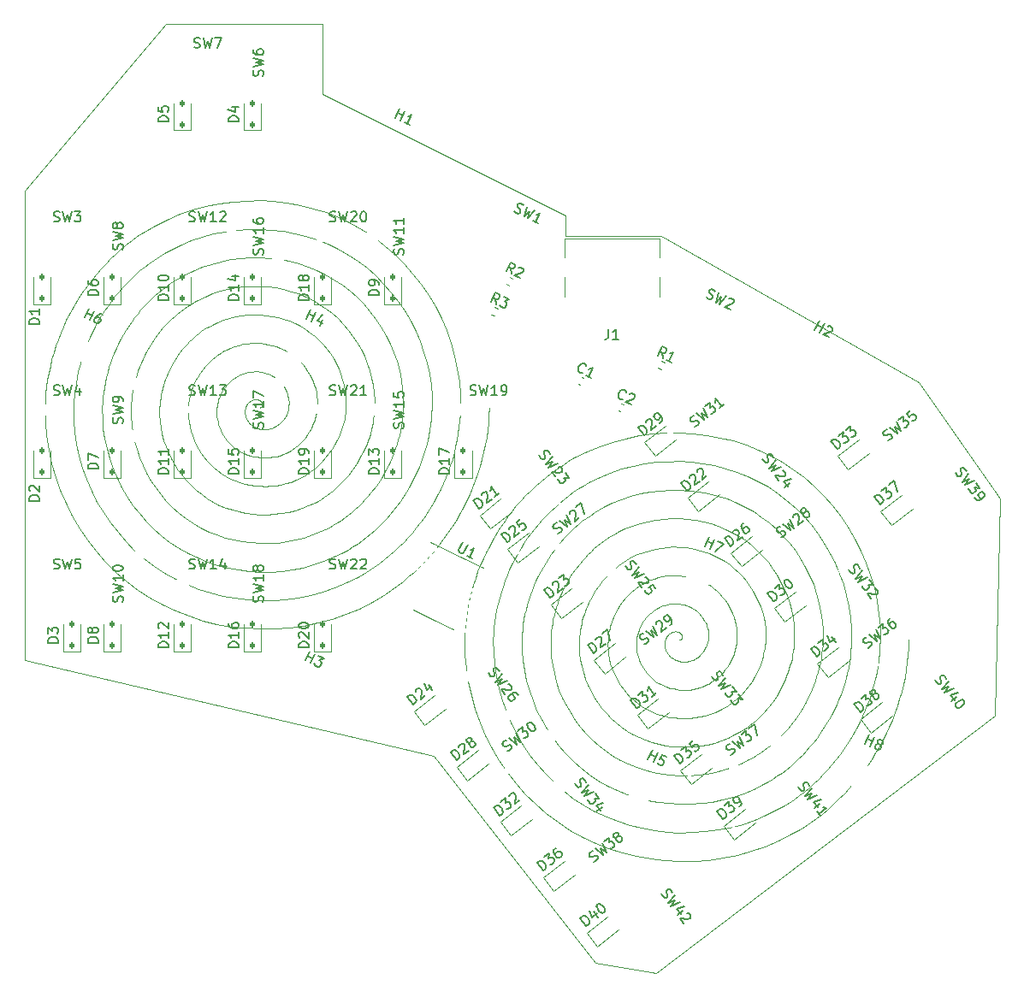
<source format=gto>
G04 #@! TF.GenerationSoftware,KiCad,Pcbnew,8.0.4*
G04 #@! TF.CreationDate,2024-08-15T05:56:15-07:00*
G04 #@! TF.ProjectId,fixer-otg,66697865-722d-46f7-9467-2e6b69636164,rev?*
G04 #@! TF.SameCoordinates,Original*
G04 #@! TF.FileFunction,Legend,Top*
G04 #@! TF.FilePolarity,Positive*
%FSLAX46Y46*%
G04 Gerber Fmt 4.6, Leading zero omitted, Abs format (unit mm)*
G04 Created by KiCad (PCBNEW 8.0.4) date 2024-08-15 05:56:15*
%MOMM*%
%LPD*%
G01*
G04 APERTURE LIST*
G04 Aperture macros list*
%AMRoundRect*
0 Rectangle with rounded corners*
0 $1 Rounding radius*
0 $2 $3 $4 $5 $6 $7 $8 $9 X,Y pos of 4 corners*
0 Add a 4 corners polygon primitive as box body*
4,1,4,$2,$3,$4,$5,$6,$7,$8,$9,$2,$3,0*
0 Add four circle primitives for the rounded corners*
1,1,$1+$1,$2,$3*
1,1,$1+$1,$4,$5*
1,1,$1+$1,$6,$7*
1,1,$1+$1,$8,$9*
0 Add four rect primitives between the rounded corners*
20,1,$1+$1,$2,$3,$4,$5,0*
20,1,$1+$1,$4,$5,$6,$7,0*
20,1,$1+$1,$6,$7,$8,$9,0*
20,1,$1+$1,$8,$9,$2,$3,0*%
%AMHorizOval*
0 Thick line with rounded ends*
0 $1 width*
0 $2 $3 position (X,Y) of the first rounded end (center of the circle)*
0 $4 $5 position (X,Y) of the second rounded end (center of the circle)*
0 Add line between two ends*
20,1,$1,$2,$3,$4,$5,0*
0 Add two circle primitives to create the rounded ends*
1,1,$1,$2,$3*
1,1,$1,$4,$5*%
G04 Aperture macros list end*
%ADD10C,0.078791*%
%ADD11C,0.150000*%
%ADD12C,0.120000*%
%ADD13O,1.224000X1.524000*%
%ADD14RoundRect,0.112500X0.112500X-0.187500X0.112500X0.187500X-0.112500X0.187500X-0.112500X-0.187500X0*%
%ADD15HorizOval,1.224000X0.118202X0.092349X-0.118202X-0.092349X0*%
%ADD16RoundRect,0.112500X-0.078490X-0.204088X0.217014X0.026785X0.078490X0.204088X-0.217014X-0.026785X0*%
%ADD17O,1.524000X1.224000*%
%ADD18C,2.500000*%
%ADD19RoundRect,0.135000X-0.202436X-0.107097X0.040239X-0.225457X0.202436X0.107097X-0.040239X0.225457X0*%
%ADD20HorizOval,1.224000X0.092349X-0.118202X-0.092349X0.118202X0*%
%ADD21HorizOval,1.224000X0.134819X-0.065756X-0.134819X0.065756X0*%
%ADD22RoundRect,0.140000X-0.200354X-0.091423X0.051308X-0.214167X0.200354X0.091423X-0.051308X0.214167X0*%
%ADD23RoundRect,0.100000X-0.616818X0.189582X0.529144X-0.369341X0.616818X-0.189582X-0.529144X0.369341X0*%
%ADD24C,0.650000*%
%ADD25R,0.600000X1.450000*%
%ADD26R,0.300000X1.450000*%
%ADD27O,1.000000X2.100000*%
%ADD28O,1.000000X1.600000*%
G04 #@! TA.AperFunction,Profile*
%ADD29C,0.050000*%
G04 #@! TD*
G04 APERTURE END LIST*
D10*
X117616711Y-126199403D02*
X118745986Y-127055066D01*
X129986227Y-108284027D02*
X129917504Y-108322270D01*
X140014948Y-122780346D02*
X140467189Y-122481627D01*
X136858760Y-121267059D02*
X137662942Y-120872945D01*
X89790789Y-93789801D02*
X90303805Y-93770972D01*
X92358981Y-74490449D02*
X91603067Y-74290634D01*
X135604256Y-118723564D02*
X136244697Y-118416473D01*
X91369204Y-96495061D02*
X92059387Y-96369992D01*
X129552790Y-108667220D02*
X129528012Y-108704505D01*
X130369277Y-108179219D02*
X130335345Y-108181178D01*
X112956397Y-120938555D02*
X113748254Y-122104188D01*
X92975500Y-81172265D02*
X92670640Y-80914917D01*
X104342998Y-98369615D02*
X104748980Y-97875539D01*
X114612833Y-123218351D02*
X115547515Y-124275783D01*
X131959607Y-91392113D02*
X130802593Y-91326458D01*
X91413908Y-102184655D02*
X92475439Y-102046170D01*
X133283210Y-107093621D02*
X133176939Y-106915788D01*
X125888080Y-127346910D02*
X127095899Y-127648250D01*
X130126199Y-108224920D02*
X130055950Y-108251545D01*
X138711305Y-111675439D02*
X138810764Y-111420722D01*
X90156562Y-88127869D02*
X90231472Y-88111860D01*
X120788506Y-97570982D02*
X120413024Y-97897440D01*
X123793125Y-129651430D02*
X125154201Y-130081853D01*
X89476114Y-85508953D02*
X89464646Y-85488885D01*
X143900727Y-113918109D02*
X144071821Y-113492965D01*
X143716337Y-114337305D02*
X143900727Y-113918109D01*
X126623380Y-115264172D02*
X127026109Y-115550589D01*
X143518929Y-114750164D02*
X143716337Y-114337305D01*
X116454681Y-97985832D02*
X116091578Y-98455556D01*
X93262419Y-65963974D02*
X91943870Y-65725362D01*
X139182219Y-110099948D02*
X139230081Y-109827907D01*
X145456378Y-121850113D02*
X145877426Y-121369615D01*
X130822818Y-108999447D02*
X130837422Y-108997808D01*
X76761817Y-83938851D02*
X76683463Y-84345773D01*
X77851104Y-80833196D02*
X77672341Y-81203606D01*
X135733121Y-115419234D02*
X135948430Y-115264357D01*
X108983332Y-87938300D02*
X109054208Y-87295016D01*
X97276129Y-82682736D02*
X97065748Y-82152953D01*
X130813596Y-130915193D02*
X132252238Y-130899627D01*
X76568076Y-85168273D02*
X76531547Y-85583157D01*
X132145010Y-88570147D02*
X130802592Y-88498691D01*
X92732154Y-77652215D02*
X92186675Y-77420855D01*
X110023422Y-94582769D02*
X110311573Y-93905533D01*
X107137591Y-94083604D02*
X107409585Y-93500948D01*
X78788886Y-71365849D02*
X78309836Y-71707890D01*
X124010510Y-107419954D02*
X123946205Y-107639163D01*
X115091453Y-99932346D02*
X114788970Y-100445434D01*
X120873830Y-109650796D02*
X120912550Y-110301929D01*
X103269226Y-87838987D02*
X103339492Y-87383103D01*
X115407173Y-106976254D02*
X115331307Y-107478098D01*
X144617695Y-111740693D02*
X144718154Y-111291646D01*
X96128514Y-97872945D02*
X96520657Y-97654420D01*
X88638650Y-90849554D02*
X88956471Y-90909045D01*
X100811866Y-93705788D02*
X101316930Y-92946830D01*
X136328883Y-109908661D02*
X136371501Y-109730429D01*
X87454686Y-76892716D02*
X86854885Y-76997480D01*
X124887125Y-105587881D02*
X124648899Y-105969749D01*
X95329562Y-95063987D02*
X95630027Y-94871513D01*
X71108107Y-75518463D02*
X70760505Y-76112600D01*
X76681956Y-88502757D02*
X76851621Y-89326786D01*
X132776336Y-113746781D02*
X133095250Y-113636578D01*
X102235496Y-104091735D02*
X102825554Y-103666201D01*
X73902871Y-89054699D02*
X74116151Y-90058699D01*
X120912550Y-110301929D02*
X120995470Y-110950815D01*
X81277798Y-73141242D02*
X80854550Y-73398747D01*
X137010555Y-127248150D02*
X138203067Y-126841345D01*
X90239774Y-71214078D02*
X89268164Y-71154225D01*
X120009972Y-116223912D02*
X120479665Y-116935968D01*
X136662584Y-102317325D02*
X136235302Y-101922871D01*
X120323314Y-94365849D02*
X119844264Y-94707890D01*
X97763852Y-84882832D02*
X97696748Y-84325157D01*
X116592931Y-103121785D02*
X116391247Y-103583988D01*
X87443197Y-90419417D02*
X87727978Y-90555052D01*
X99889965Y-81600914D02*
X99602343Y-80902535D01*
X87847881Y-86829530D02*
X87880311Y-86937723D01*
X89085636Y-85210321D02*
X89056523Y-85202309D01*
X127095899Y-127648250D02*
X128322906Y-127872358D01*
X92793267Y-99104936D02*
X93653033Y-98882692D01*
X132561033Y-110749972D02*
X132693532Y-110649370D01*
X89268164Y-85293058D02*
X89244536Y-85278701D01*
X79632692Y-84087221D02*
X79558241Y-84399847D01*
X121205280Y-101119636D02*
X120942289Y-101431311D01*
X83485953Y-78456071D02*
X83234608Y-78640006D01*
X97276336Y-88420722D02*
X97367646Y-88162563D01*
X68645211Y-91522526D02*
X69034161Y-92866573D01*
X147758656Y-110109700D02*
X147802493Y-109555976D01*
X133431133Y-109698737D02*
X133467551Y-109616634D01*
X148151844Y-98980228D02*
X147484193Y-97847220D01*
X108309523Y-91090217D02*
X108485629Y-90470289D01*
X135527012Y-105370882D02*
X135304078Y-105048998D01*
X138356174Y-104635762D02*
X138079428Y-104133409D01*
X95022900Y-95245742D02*
X95329562Y-95063987D01*
X88071102Y-85596469D02*
X88044221Y-85631204D01*
X130802593Y-91326458D02*
X129642056Y-91333322D01*
X129062974Y-122263236D02*
X129934687Y-122374941D01*
X70945967Y-88410486D02*
X71123786Y-89606641D01*
X102838584Y-89626390D02*
X102968128Y-89185737D01*
X75274558Y-79666477D02*
X75058503Y-80121785D01*
X134327695Y-122104936D02*
X135187461Y-121882692D01*
X93978660Y-92566458D02*
X94198693Y-92419234D01*
X123472422Y-119980530D02*
X124189620Y-120463533D01*
X88018362Y-85667220D02*
X87993584Y-85704505D01*
X76958579Y-83135401D02*
X76853606Y-83535278D01*
X85529119Y-88509271D02*
X85676648Y-88767750D01*
X86121005Y-74262537D02*
X85350072Y-74458675D01*
X111044991Y-91822130D02*
X111244379Y-91112565D01*
X72968088Y-77968076D02*
X72698012Y-78499757D01*
X95630027Y-94871513D02*
X95924064Y-94668627D01*
X91998031Y-86447666D02*
X92026354Y-86360909D01*
X77386540Y-72440195D02*
X76942993Y-72829429D01*
X120413024Y-97897440D02*
X120047998Y-98236395D01*
X91275127Y-80103585D02*
X90891222Y-79960335D01*
X137367288Y-89689936D02*
X136095046Y-89285620D01*
X111965920Y-99717658D02*
X111655895Y-100333039D01*
X123703812Y-109465481D02*
X123723268Y-109932409D01*
X84709145Y-91952433D02*
X85088952Y-92264172D01*
X129330400Y-109505232D02*
X129340228Y-109612712D01*
X122348627Y-99965451D02*
X122049589Y-100239425D01*
X97647791Y-87099948D02*
X97695653Y-86827907D01*
X126592449Y-108724219D02*
X126570537Y-108861421D01*
X89056523Y-85202309D02*
X89026722Y-85195384D01*
X129857072Y-105467366D02*
X129619141Y-105506863D01*
X110843720Y-102235129D02*
X110613622Y-102885814D01*
X97546758Y-100329420D02*
X98018410Y-100063101D01*
X91933123Y-86616634D02*
X91966927Y-86532925D01*
X123121396Y-115751190D02*
X123553876Y-116263664D01*
X148064033Y-123165313D02*
X148527211Y-122598278D01*
X148381969Y-117657135D02*
X148672019Y-117083604D01*
X87922224Y-65511356D02*
X86578371Y-65608506D01*
X113742822Y-102588180D02*
X113523978Y-103143891D01*
X138603878Y-111926493D02*
X138711305Y-111675439D01*
X85104755Y-77548183D02*
X84546185Y-77811763D01*
X102598309Y-70794174D02*
X101602362Y-69925296D01*
X129962972Y-102631310D02*
X129542232Y-102668269D01*
X82258697Y-106651430D02*
X83619773Y-107081853D01*
X129414739Y-109937723D02*
X129454880Y-110045010D01*
X97833338Y-103354045D02*
X98965003Y-102785887D01*
X100475832Y-83773215D02*
X100327975Y-83039171D01*
X90816087Y-93719509D02*
X91325507Y-93635051D01*
X95988191Y-69795475D02*
X94921315Y-69372666D01*
X145020636Y-122316477D02*
X145456378Y-121850113D01*
X79639716Y-74257453D02*
X79254078Y-74570982D01*
X111655895Y-100333039D02*
X111365254Y-100958143D01*
X136099008Y-124565423D02*
X137117720Y-124222435D01*
X69079194Y-79885814D02*
X68870072Y-80543828D01*
X130868096Y-108340302D02*
X130847182Y-108323904D01*
X130880152Y-108986670D02*
X130893919Y-108980983D01*
X131059968Y-108709687D02*
X131060094Y-108690527D01*
X70705455Y-96726714D02*
X71421969Y-97938555D01*
X91966927Y-86532925D02*
X91998031Y-86447666D01*
X143308778Y-115156298D02*
X143518929Y-114750164D01*
X133655995Y-108234910D02*
X133625918Y-108040387D01*
X85390843Y-84687707D02*
X85282891Y-84935308D01*
X129308368Y-116546036D02*
X129803043Y-116654114D01*
X77137518Y-69060793D02*
X76584463Y-69458496D01*
X82615431Y-66410486D02*
X81336020Y-66849198D01*
X129460765Y-108823851D02*
X129440909Y-108866089D01*
X85018932Y-86000000D02*
X84999365Y-86280165D01*
X122112304Y-104719330D02*
X121820608Y-105285427D01*
X94560618Y-66285620D02*
X93262419Y-65963974D01*
X124160069Y-106989664D02*
X124081850Y-107203394D01*
X129622449Y-110355708D02*
X129694317Y-110453646D01*
X132425650Y-102960335D02*
X132031260Y-102841742D01*
X76855832Y-77103550D02*
X76559870Y-77508440D01*
X139553934Y-93851760D02*
X138556961Y-93288627D01*
X145067877Y-94725733D02*
X144132737Y-93794174D01*
X82749882Y-89221839D02*
X82950046Y-89657298D01*
X83714110Y-90884399D02*
X84021039Y-91260634D01*
X97649438Y-96918021D02*
X98008893Y-96646910D01*
X88268615Y-93654114D02*
X88771067Y-93731010D01*
X91816359Y-86857913D02*
X91896705Y-86698737D01*
X68153038Y-83922902D02*
X68078131Y-84612327D01*
X102840840Y-95720449D02*
X103163057Y-95277335D01*
X121896943Y-122338708D02*
X122771375Y-122920005D01*
X142634610Y-124416808D02*
X143138212Y-124029462D01*
X118065975Y-108583157D02*
X118043894Y-109000000D01*
X89709852Y-88168403D02*
X89857748Y-88165165D01*
X89345724Y-85986670D02*
X89359491Y-85980983D01*
X73561811Y-72216494D02*
X73111029Y-72732537D01*
X82983772Y-94201828D02*
X83513473Y-94622353D01*
X136438730Y-109368439D02*
X136463078Y-109184957D01*
X97281395Y-97176569D02*
X97649438Y-96918021D01*
X70908112Y-84797642D02*
X70861839Y-85397647D01*
X88428544Y-79631310D02*
X88007804Y-79668269D01*
X126527765Y-121603240D02*
X127355839Y-121877023D01*
X76531547Y-85583157D02*
X76509466Y-86000000D01*
X129934687Y-122374941D02*
X130813595Y-122431893D01*
X110404500Y-103543828D02*
X110216753Y-104208574D01*
X116832065Y-97528237D02*
X116454681Y-97985832D01*
X129327929Y-109399133D02*
X129330400Y-109505232D01*
X147514578Y-111752642D02*
X147614373Y-111208506D01*
X89723665Y-82552728D02*
X89498159Y-82501940D01*
X76567403Y-87671448D02*
X76681956Y-88502757D01*
X102094561Y-100625200D02*
X102572140Y-100204577D01*
X152112594Y-116219254D02*
X152357208Y-115524573D01*
X72676449Y-73263093D02*
X72258469Y-73807562D01*
X124245013Y-106778944D02*
X124160069Y-106989664D01*
X96701159Y-89655462D02*
X96954234Y-89173663D01*
X86220484Y-89486495D02*
X86434517Y-89703040D01*
X133628224Y-109092202D02*
X133644583Y-109000000D01*
X115650579Y-113058699D02*
X115929107Y-114049047D01*
X143165906Y-127496700D02*
X143769924Y-127091735D01*
X100227022Y-98494414D02*
X100636536Y-98136568D01*
X130802593Y-96981991D02*
X130012865Y-96977252D01*
X89034649Y-82443148D02*
X88798579Y-82435871D01*
X116549681Y-125271221D02*
X117616711Y-126199403D01*
X124523584Y-101832557D02*
X124284230Y-102033462D01*
X82900018Y-83367249D02*
X82710585Y-83778944D01*
X79916352Y-83168894D02*
X79811952Y-83471481D01*
X79339402Y-86650796D02*
X79378122Y-87301929D01*
X126650140Y-110413995D02*
X126726389Y-110694534D01*
X93653033Y-98882692D02*
X94497947Y-98603520D01*
X94857036Y-84502998D02*
X94771748Y-84131624D01*
X94794455Y-86908661D02*
X94837073Y-86730429D01*
X114210877Y-96263093D02*
X113792897Y-96807562D01*
X90306319Y-88093086D02*
X90381032Y-88071502D01*
X87870964Y-85954176D02*
X87855422Y-86000000D01*
X129827460Y-94155287D02*
X128852868Y-94217628D01*
X85019212Y-86846931D02*
X85058030Y-87131046D01*
X122796682Y-103651534D02*
X122438207Y-104173997D01*
X101603784Y-101029462D02*
X102094561Y-100625200D01*
X89268164Y-71154225D02*
X88293032Y-71155287D01*
X122049589Y-100239425D02*
X121759183Y-100523346D01*
X98359485Y-96363625D02*
X98700935Y-96068556D01*
X115331307Y-107478098D02*
X115272522Y-107982958D01*
X112370916Y-109000000D02*
X112383885Y-110206742D01*
X118216384Y-111502757D02*
X118386049Y-112326786D01*
X97069450Y-88926493D02*
X97176877Y-88675439D01*
X131049797Y-108782579D02*
X131053719Y-108764977D01*
X123716872Y-109000000D02*
X123703812Y-109465481D01*
X135288513Y-115705809D02*
X135513088Y-115566458D01*
X72122770Y-93103640D02*
X72603499Y-94223511D01*
X125277416Y-101281016D02*
X125020381Y-101456071D01*
X109129085Y-86000000D02*
X109112863Y-84700600D01*
X136497386Y-108627177D02*
X136487561Y-108252351D01*
X131838233Y-116770972D02*
X132350515Y-116719509D01*
X83850252Y-75004689D02*
X83127940Y-75355292D01*
X128198858Y-112905995D02*
X128444353Y-113094119D01*
X85561471Y-104648250D02*
X86788478Y-104872358D01*
X123553876Y-116263664D02*
X124019834Y-116748071D01*
X139298280Y-107882832D02*
X139231176Y-107325157D01*
X71473900Y-74935845D02*
X71108107Y-75518463D01*
X136095046Y-89285620D02*
X134796847Y-88963974D01*
X118698485Y-99708572D02*
X118390260Y-100103550D01*
X100103115Y-88894476D02*
X100209377Y-88543461D01*
X87382674Y-82724706D02*
X87268819Y-82775954D01*
X80017858Y-95266693D02*
X80617868Y-95878857D01*
X144935657Y-126220738D02*
X145496527Y-125755987D01*
X82578124Y-88776355D02*
X82749882Y-89221839D01*
X121028610Y-107715293D02*
X120975148Y-108033294D01*
X144038232Y-103519093D02*
X143673367Y-102652117D01*
X78159302Y-75587417D02*
X77816093Y-75950075D01*
X76683463Y-84345773D02*
X76618799Y-84755696D01*
X85394356Y-80586072D02*
X85211326Y-80705465D01*
X72258469Y-73807562D02*
X71857487Y-74365345D01*
X128704490Y-113265652D02*
X128977625Y-113419417D01*
X88521522Y-85251545D02*
X88451799Y-85284027D01*
X132282376Y-110920447D02*
X132423758Y-110840476D01*
X80617868Y-95878857D02*
X81258400Y-96451220D01*
X105037737Y-101771179D02*
X105551660Y-101252404D01*
X82182444Y-86000000D02*
X82169384Y-86465481D01*
X131840747Y-111093086D02*
X131915460Y-111071502D01*
X93292025Y-92960004D02*
X93525146Y-92837065D01*
X105726879Y-89828013D02*
X105862353Y-89292635D01*
X87855422Y-86000000D02*
X87829348Y-86094850D01*
X87613761Y-82635170D02*
X87382674Y-82724706D01*
X68078131Y-84612327D02*
X68026985Y-85304893D01*
X133644583Y-109000000D02*
X133667404Y-108812492D01*
X145300275Y-117360713D02*
X145580198Y-116888150D01*
X90425179Y-68392113D02*
X89268165Y-68326458D01*
X131915460Y-111071502D02*
X131989964Y-111047062D01*
X89114038Y-85219376D02*
X89085636Y-85210321D01*
X123723268Y-109932409D02*
X123774556Y-110398873D01*
X82516751Y-79242455D02*
X82290208Y-79459274D01*
X130893919Y-108980983D02*
X130907388Y-108974357D01*
X142170964Y-121136568D02*
X142568984Y-120765122D01*
X137953523Y-113119063D02*
X138235587Y-112655462D01*
X102825554Y-103666201D02*
X103401229Y-103220738D01*
X103486208Y-99316477D02*
X103921950Y-98850113D01*
X84438525Y-71775945D02*
X83506712Y-72087025D01*
X93817499Y-75033302D02*
X93098221Y-74738125D01*
X96236390Y-80648142D02*
X95896793Y-80182208D01*
X72213826Y-99104188D02*
X73078405Y-100218351D01*
X84592059Y-74705938D02*
X83850252Y-75004689D01*
X79279072Y-71040568D02*
X78788886Y-71365849D01*
X97734284Y-86553754D02*
X97763504Y-86277711D01*
X81258400Y-96451220D02*
X81937994Y-96980530D01*
X132809555Y-103103585D02*
X132425650Y-102960335D01*
X150198110Y-120188480D02*
X150568271Y-119553818D01*
X102503804Y-80519093D02*
X102138939Y-79652117D01*
X80903779Y-81173997D02*
X80577876Y-81719330D01*
X98480193Y-78925402D02*
X98023933Y-78315417D01*
X131044467Y-108590588D02*
X131037826Y-108570066D01*
X89386096Y-85966824D02*
X89398865Y-85958411D01*
X127355839Y-121877023D02*
X128202133Y-122097143D01*
X115409615Y-99429327D02*
X115091453Y-99932346D01*
X97450627Y-87901185D02*
X97525098Y-87636809D01*
X73696694Y-85490402D02*
X73672977Y-86000000D01*
X115272522Y-107982958D02*
X115231122Y-108490402D01*
X142851358Y-115946830D02*
X143308778Y-115156298D01*
X103339492Y-87383103D02*
X103394246Y-86924385D01*
X97540526Y-93249741D02*
X98017569Y-92707320D01*
X94164562Y-88405044D02*
X94340395Y-88091842D01*
X88088021Y-87355708D02*
X88159889Y-87453646D01*
X106196006Y-83774273D02*
X106034004Y-82669331D01*
X93260616Y-81448112D02*
X92975500Y-81172265D01*
X85580987Y-80473282D02*
X85394356Y-80586072D01*
X130467870Y-108181591D02*
X130435564Y-108179470D01*
X133673005Y-108429040D02*
X133655995Y-108234910D01*
X101794808Y-96983323D02*
X102156390Y-96573915D01*
X131998162Y-99943606D02*
X131403395Y-99858009D01*
X85242216Y-65790502D02*
X83919366Y-66057708D01*
X105492783Y-80496573D02*
X105117643Y-79437272D01*
X109687466Y-106922902D02*
X109612559Y-107612327D01*
X98965003Y-102785887D02*
X99516167Y-102471776D01*
X87823073Y-86721002D02*
X87847881Y-86829530D01*
X133501355Y-109532925D02*
X133532459Y-109447666D01*
X132137555Y-110989453D02*
X132282376Y-110920447D01*
X74394679Y-91049047D02*
X74736609Y-92021819D01*
X131056745Y-108746942D02*
X131058840Y-108728502D01*
X90347001Y-102255698D02*
X91413908Y-102184655D01*
X86724233Y-83094133D02*
X86519932Y-83248515D01*
X87528546Y-99263236D02*
X88400259Y-99374941D01*
X89525540Y-85709687D02*
X89525666Y-85690527D01*
X110578166Y-93219254D02*
X110822780Y-92524573D01*
X104045770Y-93888150D02*
X104310945Y-93406716D01*
X82188840Y-86932409D02*
X82240128Y-87398873D01*
X117579253Y-92874900D02*
X117053429Y-93309407D01*
X109054208Y-87295016D02*
X109102917Y-86648730D01*
X89524412Y-85728502D02*
X89525540Y-85709687D01*
X128803247Y-105775954D02*
X128690894Y-105831460D01*
X130569077Y-105443148D02*
X130333007Y-105435871D01*
X99969784Y-94778215D02*
X100261373Y-94430059D01*
X92048452Y-84846377D02*
X91992556Y-84653789D01*
X124518200Y-117201828D02*
X125047901Y-117622353D01*
X125721587Y-121276155D02*
X126527765Y-121603240D01*
X88159889Y-87453646D02*
X88239908Y-87547816D01*
X82411777Y-84639163D02*
X82354665Y-84860842D01*
X94700874Y-78922871D02*
X94246120Y-78556739D01*
X144229341Y-113062262D02*
X144373012Y-112626390D01*
X68372545Y-82555866D02*
X68251309Y-83237215D01*
X75007390Y-70761419D02*
X74510389Y-71230336D01*
X98460673Y-92134240D02*
X98868012Y-91532946D01*
X89486411Y-85529203D02*
X89476114Y-85508953D01*
X134243730Y-91739528D02*
X133108265Y-91529923D01*
X128823598Y-116407137D02*
X129308368Y-116546036D01*
X83234608Y-78640006D02*
X82989156Y-78832557D01*
X77350447Y-90939997D02*
X77676690Y-91722675D01*
X129542232Y-102668269D02*
X129123192Y-102732423D01*
X130648466Y-108219376D02*
X130620064Y-108210321D01*
X100730771Y-72924962D02*
X99876990Y-72174689D01*
X85272505Y-95657243D02*
X85904884Y-95920511D01*
X95476127Y-104248150D02*
X96668639Y-103841345D01*
X147817312Y-107885916D02*
X147730434Y-106774273D01*
X81937994Y-96980530D02*
X82655192Y-97463533D01*
X147695841Y-110660702D02*
X147758656Y-110109700D01*
X93769650Y-82048998D02*
X93525497Y-81740882D01*
X89279167Y-90948593D02*
X89605385Y-90967836D01*
X100458508Y-87469467D02*
X100517572Y-87105505D01*
X88451799Y-85284027D02*
X88383076Y-85322270D01*
X126650046Y-108454332D02*
X126618988Y-108588491D01*
X138607964Y-90176562D02*
X137367288Y-89689936D01*
X144502556Y-112185737D02*
X144617695Y-111740693D01*
X100132265Y-82314098D02*
X99889965Y-81600914D01*
X87268819Y-82775954D02*
X87156466Y-82831460D01*
X87888003Y-85909535D02*
X87870964Y-85954176D01*
X71857487Y-74365345D02*
X71473900Y-74935845D01*
X133608748Y-109183123D02*
X133628224Y-109092202D01*
X82201256Y-85768666D02*
X82182444Y-86000000D01*
X109612559Y-107612327D02*
X109561413Y-108304893D01*
X128989114Y-99892716D02*
X128389313Y-99997480D01*
X117053429Y-93309407D02*
X116541818Y-93761419D01*
X78454861Y-79760113D02*
X78041280Y-80468912D01*
X91159104Y-87649370D02*
X91286158Y-87539101D01*
X92756867Y-89971262D02*
X93028194Y-89753001D01*
X80897546Y-102983121D02*
X82016467Y-103513982D01*
X96211446Y-94455633D02*
X96491945Y-94232838D01*
X80362515Y-99338708D02*
X81236947Y-99920005D01*
X79459828Y-94617979D02*
X80017858Y-95266693D01*
X86788478Y-104872358D02*
X88029451Y-105018871D01*
X95324332Y-98267059D02*
X96128514Y-97872945D01*
X96668639Y-103841345D02*
X97833338Y-103354045D01*
X101984501Y-91750164D02*
X102181909Y-91337305D01*
X94340395Y-88091842D02*
X94496618Y-87766676D01*
X123856989Y-110862960D02*
X123969883Y-111322758D01*
X86357851Y-93038328D02*
X86816431Y-93237780D01*
X112829863Y-105431394D02*
X112703397Y-106016861D01*
X138135691Y-96308232D02*
X137302459Y-95832122D01*
X76882791Y-100140433D02*
X77807655Y-100950009D01*
X147048676Y-119848883D02*
X147407216Y-119317415D01*
X135361168Y-92020563D02*
X134243730Y-91739528D01*
X140402440Y-114532946D02*
X140772182Y-113905879D01*
X150347514Y-105117388D02*
X150068811Y-103843431D01*
X92093796Y-86092202D02*
X92110155Y-86000000D01*
X140397662Y-98055750D02*
X139686047Y-97424083D01*
X133458338Y-107463528D02*
X133377045Y-107276503D01*
X71123786Y-89606641D02*
X71380681Y-90790612D01*
X130999074Y-108488885D02*
X130986460Y-108469043D01*
X118388034Y-106535278D02*
X118296245Y-106938851D01*
X148527211Y-122598278D02*
X148972630Y-122016436D01*
X94829729Y-91932535D02*
X95029786Y-91756032D01*
X130837422Y-108997808D02*
X130851869Y-108995112D01*
X130847182Y-108323904D02*
X130825339Y-108308141D01*
X97783133Y-86000000D02*
X97792940Y-85441862D01*
X89194736Y-85252342D02*
X89168612Y-85240432D01*
X91627967Y-87154626D02*
X91726557Y-87010020D01*
X73738094Y-84982958D02*
X73696694Y-85490402D01*
X126925271Y-107687707D02*
X126817319Y-107935308D01*
X122431974Y-125983121D02*
X123550895Y-126513982D01*
X121450780Y-106168894D02*
X121346380Y-106471481D01*
X77076482Y-82739567D02*
X76958579Y-83135401D01*
X113748254Y-122104188D02*
X114612833Y-123218351D01*
X125453794Y-89057708D02*
X124149859Y-89410486D01*
X90591627Y-90900107D02*
X90918392Y-90834503D01*
X115213867Y-110021427D02*
X115291113Y-111040967D01*
X133721103Y-100420855D02*
X133159530Y-100225392D01*
X79407861Y-78431311D02*
X78911062Y-79079987D01*
X102505176Y-96152800D02*
X102840840Y-95720449D01*
X95832860Y-66689936D02*
X94560618Y-66285620D01*
X87173166Y-79824134D02*
X86762751Y-79943764D01*
X138299758Y-117000545D02*
X138565803Y-116759061D01*
X106282884Y-84885916D02*
X106196006Y-83774273D01*
X88383076Y-85322270D02*
X88315829Y-85366176D01*
X73111029Y-72732537D02*
X72676449Y-73263093D01*
X128322906Y-127872358D02*
X129563879Y-128018871D01*
X115207405Y-109000000D02*
X115213867Y-110021427D01*
X88663841Y-76799218D02*
X88058510Y-76826749D01*
X93970175Y-88705179D02*
X94164562Y-88405044D01*
X101774350Y-92156298D02*
X101984501Y-91750164D01*
X132948336Y-125184655D02*
X134009867Y-125046170D01*
X99602343Y-80902535D02*
X99270663Y-80221878D01*
X83526978Y-69093215D02*
X82421366Y-69468111D01*
X133713033Y-113347630D02*
X133861720Y-113261402D01*
X109669676Y-111780006D02*
X109879128Y-113158583D01*
X81341245Y-69917701D02*
X80291451Y-70442348D01*
X88107628Y-68333322D02*
X86948406Y-68413067D01*
X120942289Y-101431311D02*
X120445490Y-102079987D01*
X141666693Y-105314098D02*
X141424393Y-104600914D01*
X92026354Y-86360909D02*
X92051812Y-86272711D01*
X128977625Y-113419417D02*
X129262406Y-113555052D01*
X70836488Y-86000000D02*
X70849457Y-87206742D01*
X82304900Y-85084812D02*
X82262640Y-85310893D01*
X126725290Y-108191105D02*
X126685516Y-108321838D01*
X125248538Y-113884399D02*
X125555467Y-114260634D01*
X133593815Y-119369992D02*
X134275914Y-119199961D01*
X106292598Y-86000000D02*
X106282884Y-84885916D01*
X135292718Y-111991146D02*
X135504603Y-111705179D01*
X111805250Y-88215898D02*
X111884188Y-87480331D01*
X130676133Y-108229428D02*
X130648466Y-108219376D01*
X89510039Y-85590588D02*
X89503398Y-85570066D01*
X131541273Y-111151775D02*
X131690990Y-111127869D01*
X126928784Y-103586072D02*
X126745754Y-103705465D01*
X91873780Y-90503532D02*
X92027390Y-90428386D01*
X140430619Y-102561862D02*
X140014621Y-101925402D01*
X93286244Y-89516160D02*
X93529961Y-89261840D01*
X120975148Y-108033294D02*
X120932486Y-108353588D01*
X98700935Y-96068556D02*
X99032967Y-95762091D01*
X76618799Y-84755696D02*
X76568076Y-85168273D01*
X85676648Y-88767750D02*
X85841251Y-89017608D01*
X139558361Y-101315417D02*
X139063107Y-100734822D01*
X90747948Y-87920447D02*
X90889330Y-87840476D01*
X84999365Y-86280165D02*
X84999558Y-86562889D01*
X132423758Y-110840476D02*
X132561033Y-110749972D01*
X93259025Y-77919109D02*
X92732154Y-77652215D01*
X98017569Y-92707320D02*
X98460673Y-92134240D01*
X130990388Y-108904207D02*
X131000211Y-108891145D01*
X129722091Y-108470585D02*
X129662122Y-108530891D01*
X80153670Y-82575604D02*
X80030326Y-82870180D01*
X147583518Y-123716902D02*
X148064033Y-123165313D01*
X90918392Y-90834503D02*
X91241908Y-90746781D01*
X109714135Y-95250322D02*
X110023422Y-94582769D01*
X130095349Y-105443823D02*
X129857072Y-105467366D01*
X84653246Y-68792651D02*
X83526978Y-69093215D01*
X81437162Y-76448730D02*
X81121617Y-76701770D01*
X130920524Y-108966824D02*
X130933293Y-108958411D01*
X95924064Y-94668627D02*
X96211446Y-94455633D01*
X126126487Y-97705938D02*
X125384680Y-98004689D01*
X121092669Y-107399847D02*
X121028610Y-107715293D01*
X115547515Y-124275783D02*
X116549681Y-125271221D01*
X103533449Y-71725733D02*
X102598309Y-70794174D01*
X140772182Y-113905879D02*
X141102499Y-113255484D01*
X100517572Y-87105505D02*
X100564264Y-86739069D01*
X128202133Y-122097143D02*
X129062974Y-122263236D01*
X121552286Y-118266693D02*
X122152296Y-118878857D01*
X90455536Y-88047062D02*
X90603127Y-87989453D01*
X88662070Y-85204253D02*
X88591771Y-85224920D01*
X75140095Y-92973093D02*
X75603291Y-93898947D01*
X98018410Y-100063101D02*
X98480520Y-99780346D01*
X88127694Y-85530891D02*
X88071102Y-85596469D01*
X126685516Y-108321838D02*
X126650046Y-108454332D01*
X138824278Y-116508691D02*
X139074954Y-116249741D01*
X118296245Y-106938851D02*
X118217891Y-107345773D01*
X69559969Y-78592372D02*
X69309292Y-79235129D01*
X103036147Y-99768151D02*
X103486208Y-99316477D01*
X134509928Y-104172265D02*
X134205068Y-103914917D01*
X121825879Y-93442348D02*
X121314471Y-93732563D01*
X140909237Y-122167416D02*
X141340766Y-121838188D01*
X135948430Y-115264357D02*
X136158835Y-115102050D01*
X141424393Y-104600914D02*
X141136771Y-103902535D01*
X128258661Y-106094133D02*
X128054360Y-106248515D01*
X89244536Y-85278701D02*
X89220052Y-85265113D01*
X129123192Y-102732423D02*
X128707594Y-102824134D01*
X93764774Y-78221175D02*
X93259025Y-77919109D01*
X82435455Y-88322758D02*
X82578124Y-88776355D01*
X88024218Y-87254574D02*
X88088021Y-87355708D01*
X129563879Y-128018871D02*
X130813596Y-128087426D01*
X139183866Y-119918021D02*
X139543321Y-119646910D01*
X124636241Y-123895069D02*
X125616218Y-124285970D01*
X72603499Y-94223511D02*
X73154373Y-95312831D01*
X97753984Y-106460259D02*
X99087840Y-105897540D01*
X102278215Y-74581836D02*
X101531859Y-73728763D01*
X86936698Y-82954859D02*
X86724233Y-83094133D01*
X76701433Y-95658708D02*
X77332686Y-96484770D01*
X127375679Y-112017608D02*
X127557057Y-112257604D01*
X94771748Y-84131624D02*
X94662289Y-83764557D01*
X108274073Y-97810897D02*
X108663682Y-97188480D01*
X123295009Y-99206677D02*
X122971590Y-99448730D01*
X129382309Y-109829530D02*
X129414739Y-109937723D01*
X129340228Y-109612712D02*
X129357501Y-109721002D01*
X80035208Y-73957284D02*
X79639716Y-74257453D01*
X140972178Y-91395289D02*
X139811463Y-90745134D01*
X68026985Y-85304893D02*
X68000000Y-86000000D01*
X153107423Y-112674633D02*
X153235806Y-111947546D01*
X88901136Y-85179470D02*
X88868263Y-85178665D01*
X102366299Y-90918109D02*
X102537393Y-90492965D01*
X85821411Y-98877023D02*
X86667705Y-99097143D01*
X123735684Y-108768666D02*
X123716872Y-109000000D01*
X85234833Y-85062230D02*
X85190862Y-85191105D01*
X97525098Y-87636809D02*
X97590880Y-87369656D01*
X131037826Y-108570066D02*
X131029942Y-108549589D01*
X132208267Y-119575532D02*
X132903632Y-119495061D01*
X94953133Y-85252351D02*
X94917662Y-84877099D01*
X87220823Y-96321590D02*
X87898581Y-96458675D01*
X97452008Y-83222862D02*
X97276129Y-82682736D01*
X131588799Y-97036043D02*
X130802593Y-96981991D01*
X88478437Y-73977252D02*
X87688475Y-74022188D01*
X71441076Y-81850850D02*
X71295435Y-82431394D01*
X84661056Y-95352640D02*
X85272505Y-95657243D01*
X128755251Y-119321590D02*
X129433009Y-119458675D01*
X115307589Y-119367007D02*
X115992057Y-120381448D01*
X138556961Y-93288627D02*
X137522619Y-92795475D01*
X130414603Y-110994929D02*
X130543112Y-111044993D01*
X127439312Y-118920511D02*
X128089718Y-119142081D01*
X119816716Y-91323885D02*
X119238021Y-91682390D01*
X81760581Y-76206677D02*
X81437162Y-76448730D01*
X82655192Y-97463533D02*
X83406553Y-97896132D01*
X98019506Y-70851760D02*
X97022533Y-70288627D01*
X130590951Y-108202309D02*
X130561150Y-108195384D01*
X96545000Y-81133409D02*
X96236390Y-80648142D01*
X79755196Y-89231522D02*
X79964285Y-89858177D01*
X101100182Y-101416808D02*
X101603784Y-101029462D01*
X102156390Y-96573915D02*
X102505176Y-96152800D01*
X126933391Y-111243414D02*
X127063547Y-111509271D01*
X146938631Y-113883032D02*
X147108482Y-113358303D01*
X94946644Y-86000000D02*
X94962958Y-85627177D01*
X125887373Y-114617282D02*
X126243573Y-114952433D01*
X138600176Y-105152953D02*
X138356174Y-104635762D01*
X150020057Y-113470289D02*
X150175865Y-112844577D01*
X92178605Y-90347630D02*
X92327292Y-90261402D01*
X126592458Y-110131046D02*
X126650140Y-110413995D01*
X117658781Y-117795460D02*
X118235861Y-118658708D01*
X136437273Y-95414389D02*
X135544196Y-95055396D01*
X124149859Y-89410486D02*
X122870448Y-89849198D01*
X70066903Y-95473929D02*
X70705455Y-96726714D01*
X133260985Y-110010020D02*
X133350787Y-109857913D01*
X74457629Y-97381448D02*
X75205545Y-98351561D01*
X99437750Y-68395289D02*
X98277035Y-67745134D01*
X117628278Y-96651489D02*
X117223380Y-97083284D01*
X140622268Y-128897540D02*
X141917675Y-128242359D01*
X99806338Y-98838188D02*
X100227022Y-98494414D01*
X120880383Y-109000000D02*
X120873830Y-109650796D01*
X75688952Y-74083284D02*
X75297637Y-74528237D01*
X135187461Y-121882692D02*
X136032375Y-121603520D01*
X129917504Y-108322270D02*
X129850257Y-108366176D01*
X76124353Y-94795460D02*
X76701433Y-95658708D01*
X100387302Y-87830651D02*
X100458508Y-87469467D01*
X126570537Y-108861421D02*
X126553360Y-109000000D01*
X83101813Y-100895069D02*
X84081790Y-101285970D01*
X129592938Y-99826749D02*
X128989114Y-99892716D01*
X78750329Y-98009645D02*
X79533027Y-98700614D01*
X78016267Y-97269723D02*
X78750329Y-98009645D01*
X144803654Y-110838987D02*
X144873920Y-110383103D01*
X106847541Y-94657135D02*
X107137591Y-94083604D01*
X73875187Y-76429327D02*
X73557025Y-76932346D01*
X103598575Y-76418767D02*
X102967800Y-75479923D01*
X88327058Y-90770484D02*
X88638650Y-90849554D01*
X147086088Y-124252404D02*
X147583518Y-123716902D01*
X119844264Y-94707890D02*
X119376698Y-95066177D01*
X75205545Y-98351561D02*
X76014677Y-99272753D01*
X87993584Y-85704505D02*
X87969948Y-85743047D01*
X138079428Y-104133409D02*
X137770818Y-103648142D01*
X99857135Y-89584202D02*
X99985624Y-89241492D01*
X147261307Y-112828013D02*
X147396781Y-112292635D01*
X131025852Y-108848051D02*
X131033007Y-108832482D01*
X83127940Y-75355292D02*
X82775553Y-75549920D01*
X89474991Y-85877412D02*
X89483550Y-85863038D01*
X85841251Y-89017608D02*
X86022629Y-89257604D01*
X112703397Y-106016861D02*
X112596455Y-106606734D01*
X124484474Y-112657298D02*
X124712356Y-113080819D01*
X87880311Y-86937723D02*
X87920452Y-87045010D01*
X100574568Y-84513312D02*
X100475832Y-83773215D01*
X122438207Y-104173997D02*
X122112304Y-104719330D01*
X91203802Y-71334484D02*
X90239774Y-71214078D01*
X128444353Y-113094119D02*
X128704490Y-113265652D01*
X80577876Y-81719330D02*
X80286180Y-82285427D01*
X87793501Y-86399133D02*
X87795972Y-86505232D01*
X100564264Y-86739069D02*
X100598356Y-86370466D01*
X88798579Y-82435871D02*
X88560921Y-82443823D01*
X88560921Y-82443823D02*
X88322644Y-82467366D01*
X94564580Y-101565423D02*
X95583292Y-101222435D01*
X111701378Y-88947546D02*
X111805250Y-88215898D01*
X90161597Y-99433732D02*
X91043874Y-99380094D01*
X90610582Y-65570147D02*
X89268164Y-65498691D01*
X79643044Y-105526615D02*
X80931122Y-106132896D01*
X74028397Y-71715560D02*
X73561811Y-72216494D01*
X79587091Y-88594874D02*
X79755196Y-89231522D01*
X141795801Y-117430059D02*
X142346294Y-116705788D01*
X83613445Y-82223082D02*
X83352697Y-82587881D01*
X128054360Y-106248515D02*
X127859086Y-106417237D01*
X73154373Y-95312831D02*
X73773161Y-96367007D01*
X70849457Y-87206742D02*
X70945967Y-88410486D01*
X121747714Y-113472258D02*
X122035555Y-114071181D01*
X129642056Y-91333322D02*
X128482834Y-91413067D01*
X119376698Y-95066177D02*
X118920968Y-95440195D01*
X107212129Y-77151281D02*
X106617416Y-75980228D01*
X91325507Y-93635051D02*
X91829939Y-93517233D01*
X135299202Y-101221175D02*
X134793453Y-100919109D01*
X139811463Y-90745134D02*
X138607964Y-90176562D01*
X142082461Y-92124025D02*
X140972178Y-91395289D01*
X150663513Y-109000000D02*
X150647291Y-107700600D01*
X127048283Y-107449071D02*
X126925271Y-107687707D01*
X90054371Y-74036043D02*
X89268165Y-73981991D01*
X106079945Y-88208506D02*
X106161413Y-87660702D01*
X134349754Y-116180072D02*
X134826453Y-115960004D01*
X132452820Y-113834503D02*
X132776336Y-113746781D01*
X141504212Y-117778215D02*
X141795801Y-117430059D01*
X131797397Y-113943955D02*
X132126055Y-113900107D01*
X130933293Y-108958411D02*
X130945659Y-108949150D01*
X144359982Y-126666201D02*
X144935657Y-126220738D01*
X131032587Y-105501940D02*
X130802593Y-105465292D01*
X142955183Y-120380549D02*
X143329236Y-119983323D01*
X76093850Y-73651489D02*
X75688952Y-74083284D01*
X85677405Y-77324851D02*
X85104755Y-77548183D01*
X127882879Y-94341609D02*
X126921553Y-94527594D01*
X87158512Y-102067798D02*
X88214854Y-102196906D01*
X127892279Y-116038328D02*
X128350859Y-116237780D01*
X92110155Y-86000000D02*
X92132976Y-85812492D01*
X127655433Y-97262537D02*
X126884500Y-97458675D01*
X98863234Y-75055750D02*
X98151619Y-74424083D01*
X126621959Y-124611967D02*
X127649016Y-124872697D01*
X81586968Y-92751190D02*
X82019448Y-93263664D01*
X97695653Y-86827907D02*
X97734284Y-86553754D01*
X138055085Y-120654420D02*
X138439470Y-120422165D01*
X137164455Y-117871513D02*
X137458492Y-117668627D01*
X86854885Y-76997480D02*
X86261619Y-77141404D01*
X86324658Y-83417237D02*
X86139272Y-83599531D01*
X139551997Y-115707320D02*
X139995101Y-115134240D01*
X128297179Y-102943764D02*
X127893686Y-103091677D01*
X85964429Y-80268235D02*
X85771064Y-80367277D01*
X100598356Y-86370466D02*
X100619620Y-86000000D01*
X134007747Y-113169839D02*
X134291295Y-112971262D01*
X89495514Y-85549589D02*
X89486411Y-85529203D01*
X111365254Y-100958143D02*
X111094397Y-101592372D01*
X136408160Y-109550309D02*
X136438730Y-109368439D01*
X133560782Y-109360909D02*
X133586240Y-109272711D01*
X144570575Y-122768151D02*
X145020636Y-122316477D01*
X131244280Y-111168403D02*
X131392176Y-111165165D01*
X134820672Y-112516160D02*
X135064389Y-112261840D01*
X130729164Y-108252342D02*
X130703040Y-108240432D01*
X101247383Y-77990315D02*
X100723997Y-77202663D01*
X102181909Y-91337305D02*
X102366299Y-90918109D01*
X74557150Y-75455556D02*
X74208678Y-75936892D01*
X144789345Y-106221273D02*
X144597873Y-105307258D01*
X88834849Y-85179219D02*
X88800917Y-85181178D01*
X76014677Y-99272753D02*
X76882791Y-100140433D01*
X94513527Y-75375615D02*
X93817499Y-75033302D01*
X128471126Y-105954859D02*
X128258661Y-106094133D01*
X98277035Y-67745134D02*
X97073536Y-67176562D01*
X136717445Y-98764703D02*
X136047955Y-98375615D01*
X99530270Y-75731793D02*
X98863234Y-75055750D01*
X131060094Y-108690527D02*
X131059183Y-108671052D01*
X148074235Y-118220985D02*
X148381969Y-117657135D01*
X91829939Y-93517233D02*
X92327254Y-93365695D01*
X127968945Y-112703040D02*
X128198858Y-112905995D01*
X120284757Y-121009645D02*
X121067455Y-121700614D01*
X94928650Y-86184957D02*
X94946644Y-86000000D01*
X103401229Y-103220738D02*
X103962099Y-102755987D01*
X103456109Y-86000000D02*
X103452901Y-85071231D01*
X130851869Y-108995112D02*
X130866124Y-108991390D01*
X80440253Y-73670905D02*
X80035208Y-73957284D01*
X94962958Y-85627177D02*
X94953133Y-85252351D01*
X150517760Y-110938300D02*
X150588636Y-110295016D01*
X137662942Y-120872945D02*
X138055085Y-120654420D01*
X135728235Y-105704957D02*
X135527012Y-105370882D01*
X130813595Y-116776360D02*
X131325217Y-116789801D01*
X89359491Y-85980983D02*
X89372960Y-85974357D01*
X137770818Y-103648142D02*
X137431221Y-103182208D01*
X85032053Y-80831283D02*
X84856694Y-80963346D01*
X87969948Y-85743047D02*
X87947513Y-85782833D01*
X138203067Y-126841345D02*
X139367766Y-126354045D01*
X121067455Y-121700614D02*
X121896943Y-122338708D01*
X73872745Y-83976254D02*
X73796879Y-84478098D01*
X85915559Y-92809144D02*
X86357851Y-93038328D01*
X132252238Y-130899627D02*
X133688405Y-130793775D01*
X68251309Y-83237215D02*
X68153038Y-83922902D01*
X94837073Y-86730429D02*
X94873732Y-86550309D01*
X129363776Y-109094850D02*
X129344705Y-109193370D01*
X137643911Y-113562693D02*
X137953523Y-113119063D01*
X82775553Y-75549920D02*
X82430029Y-75756925D01*
X95821598Y-76198560D02*
X95183017Y-75764703D01*
X92121567Y-85234910D02*
X92091490Y-85040387D01*
X112915109Y-113790612D02*
X113248848Y-114957809D01*
X100151075Y-76448626D02*
X99530270Y-75731793D01*
X114788970Y-100445434D02*
X114502516Y-100968076D01*
X85795334Y-68566056D02*
X84653246Y-68792651D01*
X125807736Y-100958598D02*
X125539936Y-101115103D01*
X129222903Y-97022188D02*
X128435997Y-97117162D01*
X91521258Y-87291296D02*
X91627967Y-87154626D01*
X84546185Y-77811763D02*
X84273308Y-77958598D01*
X99374809Y-99167416D02*
X99806338Y-98838188D01*
X77350068Y-81961417D02*
X77207062Y-82348123D01*
X109879128Y-113158583D02*
X110179639Y-114522526D01*
X108113492Y-91703803D02*
X108309523Y-91090217D01*
X95527089Y-79737853D02*
X95128156Y-79317325D01*
X88322644Y-82467366D02*
X88084713Y-82506863D01*
X85036109Y-85861421D02*
X85018932Y-86000000D01*
X78513570Y-75236395D02*
X78159302Y-75587417D01*
X147827026Y-109000000D02*
X147817312Y-107885916D01*
X106214765Y-95774597D02*
X106539807Y-95220985D01*
X81236947Y-99920005D02*
X82152049Y-100439626D01*
X130676303Y-111087079D02*
X130813595Y-111120826D01*
X112509386Y-107200499D02*
X112442540Y-107797642D01*
X89504977Y-85816361D02*
X89510586Y-85799716D01*
X119342083Y-123950009D02*
X120321464Y-124696888D01*
X86948406Y-68413067D02*
X85795334Y-68566056D01*
X93525497Y-81740882D02*
X93260616Y-81448112D01*
X89445559Y-85916568D02*
X89455960Y-85904207D01*
X131045014Y-108799716D02*
X131049797Y-108782579D01*
X80931122Y-106132896D02*
X82258697Y-106651430D01*
X133055686Y-110291296D02*
X133162395Y-110154626D01*
X92186675Y-77420855D02*
X91625102Y-77225392D01*
X129357501Y-109721002D02*
X129382309Y-109829530D01*
X130813596Y-128087426D02*
X132066834Y-128077662D01*
X130291357Y-110937252D02*
X130414603Y-110994929D01*
X148672019Y-117083604D02*
X148944013Y-116500948D01*
X129557477Y-113672195D02*
X129861486Y-113770484D01*
X130383673Y-102621183D02*
X129962972Y-102631310D01*
X146652071Y-102437272D02*
X146209963Y-101401699D01*
X88965158Y-85184980D02*
X88933442Y-85181591D01*
X119586637Y-115485064D02*
X120009972Y-116223912D01*
X103433210Y-86463221D02*
X103456109Y-86000000D01*
X130196498Y-108204253D02*
X130126199Y-108224920D01*
X92346528Y-80677646D02*
X92004521Y-80462603D01*
X77074937Y-90140284D02*
X77350447Y-90939997D01*
X125555467Y-114260634D02*
X125887373Y-114617282D01*
X78878596Y-74897440D02*
X78513570Y-75236395D01*
X85513855Y-84449071D02*
X85390843Y-84687707D01*
X87773940Y-93546036D02*
X88268615Y-93654114D01*
X122771375Y-122920005D02*
X123686477Y-123439626D01*
X87829348Y-86094850D02*
X87810277Y-86193370D01*
X89312754Y-85323904D02*
X89290911Y-85308141D01*
X144967638Y-109463221D02*
X144990537Y-109000000D01*
X130055950Y-108251545D02*
X129986227Y-108284027D01*
X139125308Y-110369656D02*
X139182219Y-110099948D01*
X108534383Y-80843431D02*
X108173038Y-79587809D01*
X118118891Y-92458496D02*
X117579253Y-92874900D01*
X126391122Y-103963346D02*
X126052770Y-104245485D01*
X80030326Y-82870180D02*
X79916352Y-83168894D01*
X87289170Y-93407137D02*
X87773940Y-93546036D01*
X89498579Y-85832482D02*
X89504977Y-85816361D01*
X84856694Y-80963346D02*
X84518342Y-81245485D01*
X70431492Y-76717658D02*
X70121467Y-77333039D01*
X124019834Y-116748071D02*
X124518200Y-117201828D01*
X142568984Y-120765122D02*
X142955183Y-120380549D01*
X149432337Y-115310491D02*
X149647920Y-114703803D01*
X124704671Y-126968700D02*
X125888080Y-127346910D01*
X71168969Y-83016861D02*
X71062027Y-83606734D01*
X124284310Y-112221839D02*
X124484474Y-112657298D01*
X140805091Y-103221878D02*
X140430619Y-102561862D01*
X139081186Y-123329420D02*
X139552838Y-123063101D01*
X80224755Y-77523346D02*
X79943235Y-77816865D01*
X136364157Y-114932535D02*
X136564214Y-114756032D01*
X112383885Y-110206742D02*
X112480395Y-111410486D01*
X103254917Y-83221273D02*
X103063445Y-82307258D01*
X71380681Y-90790612D02*
X71714420Y-91957809D01*
X100261373Y-94430059D02*
X100811866Y-93705788D01*
X130925024Y-108392848D02*
X130907041Y-108374819D01*
X86816431Y-93237780D02*
X87289170Y-93407137D01*
X101420755Y-97380549D02*
X101794808Y-96983323D01*
X89563736Y-88161851D02*
X89709852Y-88168403D01*
X144990537Y-109000000D02*
X144987329Y-108071231D01*
X116204237Y-104052654D02*
X116032201Y-104527354D01*
X144697485Y-118277335D02*
X145300275Y-117360713D01*
X91560822Y-90636578D02*
X91873780Y-90503532D01*
X91922322Y-99270616D02*
X92793267Y-99104936D01*
X84197517Y-81550447D02*
X83895468Y-81876791D01*
X131898009Y-105786315D02*
X131691771Y-105695278D01*
X96905042Y-97422165D02*
X97281395Y-97176569D01*
X96491945Y-94232838D02*
X96765330Y-94000545D01*
X107897909Y-92310491D02*
X108113492Y-91703803D01*
X142548349Y-127880454D02*
X143165906Y-127496700D01*
X148972630Y-122016436D02*
X149399867Y-121420429D01*
X94372827Y-83049646D02*
X94193807Y-82704957D01*
X138986436Y-106222862D02*
X138810557Y-105682736D01*
X105117643Y-79437272D02*
X104675535Y-78401699D01*
X89605385Y-90967836D02*
X89933770Y-90966411D01*
X103063445Y-82307258D02*
X102812523Y-81405336D01*
X84081790Y-101285970D02*
X85087531Y-101611967D01*
X131403395Y-99858009D02*
X130802593Y-99809758D01*
X75504684Y-79218494D02*
X75274558Y-79666477D01*
X87795972Y-86505232D02*
X87805800Y-86612712D01*
X133478298Y-88725362D02*
X132145010Y-88570147D01*
X116044817Y-94230336D02*
X115562825Y-94715560D01*
X103385287Y-84143793D02*
X103254917Y-83221273D01*
X143690818Y-119573915D02*
X144039604Y-119152800D01*
X138985055Y-110901185D02*
X139059526Y-110636809D01*
X136463078Y-109184957D02*
X136481072Y-109000000D01*
X152778807Y-114112565D02*
X152954949Y-113396519D01*
X105798916Y-81575345D02*
X105492783Y-80496573D01*
X94994905Y-107309764D02*
X96387674Y-106930879D01*
X109906973Y-105555866D02*
X109785737Y-106237215D01*
X115992057Y-120381448D02*
X116739973Y-121351561D01*
X126820905Y-110971421D02*
X126933391Y-111243414D01*
X93581674Y-107597275D02*
X94994905Y-107309764D01*
X105211603Y-73757183D02*
X104405356Y-72715045D01*
X74199828Y-82493126D02*
X74074521Y-82983337D01*
X89498159Y-82501940D02*
X89268165Y-82465292D01*
X94710269Y-95416473D02*
X95022900Y-95245742D01*
X133538949Y-103462603D02*
X133181235Y-103271128D01*
X86762751Y-79943764D02*
X86359258Y-80091677D01*
X145845373Y-116406716D02*
X146095474Y-115916884D01*
X129862597Y-110637647D02*
X129958992Y-110722157D01*
X89279167Y-88120826D02*
X89419981Y-88145871D01*
X115734256Y-105493126D02*
X115608949Y-105983337D01*
X108663682Y-97188480D02*
X109033843Y-96553818D01*
X94193807Y-82704957D02*
X93992584Y-82370882D01*
X142154048Y-109000000D02*
X142157347Y-108256546D01*
X99087840Y-105897540D02*
X100383247Y-105242359D01*
X110179639Y-114522526D02*
X110568589Y-115866573D01*
X123244124Y-95898820D02*
X122812226Y-96141242D01*
X93525146Y-92837065D02*
X93754085Y-92705809D01*
X153339678Y-111215898D02*
X153418616Y-110480331D01*
X118043894Y-109000000D02*
X118043848Y-109836111D01*
X94069828Y-95723564D02*
X94710269Y-95416473D01*
X147396781Y-112292635D02*
X147514578Y-111752642D01*
X129378475Y-130840836D02*
X130813596Y-130915193D01*
X79461042Y-87950815D02*
X79587091Y-88594874D01*
X90891222Y-79960335D02*
X90496832Y-79841742D01*
X85191961Y-87694534D02*
X85286477Y-87971421D01*
X127754912Y-112486495D02*
X127968945Y-112703040D01*
X126921553Y-94527594D02*
X125972953Y-94775945D01*
X74920253Y-74985832D02*
X74557150Y-75455556D01*
X87588764Y-79732423D02*
X87173166Y-79824134D01*
X115743106Y-98936892D02*
X115409615Y-99429327D01*
X90303805Y-93770972D02*
X90816087Y-93719509D01*
X147749193Y-118774597D02*
X148074235Y-118220985D01*
X132738230Y-94334484D02*
X131774202Y-94214078D01*
X132693532Y-110649370D02*
X132820586Y-110539101D01*
X130490899Y-113909045D02*
X130813595Y-113948593D01*
X94873732Y-86550309D02*
X94904302Y-86368439D01*
X113979093Y-102039964D02*
X113742822Y-102588180D01*
X121621170Y-90374208D02*
X120407635Y-90985877D01*
X144346951Y-104405336D02*
X144038232Y-103519093D01*
X82262640Y-85310893D02*
X82228040Y-85538904D01*
X84021039Y-91260634D02*
X84352945Y-91617282D01*
X89333668Y-85340302D02*
X89312754Y-85323904D01*
X81709696Y-72898820D02*
X81277798Y-73141242D01*
X89372613Y-85374819D02*
X89353629Y-85357288D01*
X143136790Y-92925296D02*
X142082461Y-92124025D01*
X150637345Y-109648730D02*
X150663513Y-109000000D01*
X124769036Y-101640006D02*
X124523584Y-101832557D01*
X79964285Y-89858177D02*
X80213286Y-90472258D01*
X136371501Y-109730429D02*
X136408160Y-109550309D01*
X150541149Y-106404754D02*
X150347514Y-105117388D01*
X138815823Y-120176569D02*
X139183866Y-119918021D01*
X99355304Y-95444620D02*
X99667668Y-95116531D01*
X118046408Y-96233365D02*
X117628278Y-96651489D01*
X135698990Y-111405044D02*
X135874823Y-111091842D01*
X83513473Y-94622353D02*
X84073436Y-95007063D01*
X137745874Y-117455633D02*
X138026373Y-117232838D01*
X100622919Y-85256546D02*
X100574568Y-84513312D01*
X142098692Y-109739069D02*
X142132784Y-109370466D01*
X122035555Y-114071181D02*
X122361164Y-114652366D01*
X108485629Y-90470289D02*
X108641437Y-89844577D01*
X136481072Y-109000000D02*
X136497386Y-108627177D01*
X88731944Y-85189639D02*
X88662070Y-85204253D01*
X124434446Y-106367249D02*
X124245013Y-106778944D01*
X112294933Y-99112600D02*
X111965920Y-99717658D01*
X89268164Y-65498691D02*
X87922224Y-65511356D01*
X94009768Y-72055396D02*
X93092860Y-71755506D01*
X131029942Y-108549589D02*
X131020839Y-108529203D01*
X95413386Y-91382951D02*
X95773766Y-90984580D01*
X104405356Y-72715045D02*
X103533449Y-71725733D01*
X125061406Y-92093215D02*
X123955794Y-92468111D01*
X130972724Y-108449473D02*
X130957890Y-108430220D01*
X82595749Y-72461196D02*
X81709696Y-72898820D01*
X118102504Y-108168273D02*
X118065975Y-108583157D01*
X134266582Y-100652215D02*
X133721103Y-100420855D01*
X89464646Y-85488885D02*
X89452032Y-85469043D01*
X142052000Y-110105505D02*
X142098692Y-109739069D01*
X118493007Y-106135401D02*
X118388034Y-106535278D01*
X141921730Y-110830651D02*
X141992936Y-110469467D01*
X110568589Y-115866573D02*
X111043360Y-117185461D01*
X126533986Y-109562889D02*
X126553640Y-109846931D01*
X142118558Y-124786680D02*
X142634610Y-124416808D01*
X143254009Y-101807995D02*
X142781811Y-100990315D01*
X89273666Y-86000000D02*
X89288390Y-85999447D01*
X136196717Y-106764557D02*
X136063580Y-106403371D01*
X89483550Y-85863038D02*
X89491424Y-85848051D01*
X136306176Y-107131624D02*
X136196717Y-106764557D01*
X94567046Y-87599952D02*
X94632175Y-87430651D01*
X79494182Y-84715293D02*
X79440720Y-85033294D01*
X133176939Y-106915788D02*
X133058336Y-106743912D01*
X99516167Y-102471776D02*
X100056000Y-102138521D01*
X120994256Y-117617979D02*
X121552286Y-118266693D01*
X85350072Y-74458675D02*
X84592059Y-74705938D01*
X90231472Y-88111860D02*
X90306319Y-88093086D01*
X74497773Y-81527354D02*
X74341012Y-82007654D01*
X132462713Y-106134118D02*
X132284447Y-106006097D01*
X141411418Y-95174689D02*
X140506983Y-94482203D01*
X115437299Y-112054699D02*
X115650579Y-113058699D01*
X89279167Y-102259661D02*
X90347001Y-102255698D01*
X105404203Y-90883032D02*
X105574054Y-90358303D01*
X122792828Y-119451220D02*
X123472422Y-119980530D01*
X100209377Y-88543461D02*
X100304182Y-88188750D01*
X129481941Y-108782833D02*
X129460765Y-108823851D01*
X112658214Y-112606641D02*
X112915109Y-113790612D01*
X89857748Y-88165165D02*
X90006845Y-88151775D01*
X120445490Y-102079987D02*
X119989289Y-102760113D01*
X124712356Y-113080819D02*
X124967273Y-113490490D01*
X130866124Y-108991390D02*
X130880152Y-108986670D01*
X82547422Y-84203394D02*
X82476082Y-84419954D01*
X87318440Y-71217628D02*
X86348451Y-71341609D01*
X110216753Y-104208574D02*
X110050778Y-104879453D01*
X123550895Y-126513982D02*
X124704671Y-126968700D01*
X133350787Y-109857913D02*
X133431133Y-109698737D01*
X117540371Y-101346230D02*
X117039112Y-102218494D01*
X91049950Y-77066188D02*
X90463734Y-76943606D01*
X141992936Y-110469467D02*
X142052000Y-110105505D01*
X147614373Y-111208506D02*
X147695841Y-110660702D01*
X129456652Y-88511356D02*
X128112799Y-88608506D01*
X93529961Y-89261840D02*
X93758290Y-88991146D01*
X139297932Y-109277711D02*
X139317561Y-109000000D01*
X137522619Y-92795475D02*
X136455743Y-92372666D01*
X125020381Y-101456071D02*
X124769036Y-101640006D01*
X90093699Y-79748167D02*
X89683563Y-79679974D01*
X147333344Y-104575345D02*
X147027211Y-103496573D01*
X121177472Y-128526615D02*
X122465550Y-129132896D01*
X82989156Y-78832557D02*
X82749802Y-79033462D01*
X80291451Y-70442348D02*
X79780043Y-70732563D01*
X85151088Y-85321838D02*
X85115618Y-85454332D01*
X81189040Y-92213230D02*
X81586968Y-92751190D01*
X102812523Y-81405336D02*
X102503804Y-80519093D01*
X131774202Y-94214078D02*
X130802592Y-94154225D01*
X120479665Y-116935968D02*
X120994256Y-117617979D01*
X140499431Y-125785887D02*
X141050595Y-125471776D01*
X72208394Y-79588180D02*
X71989550Y-80143891D01*
X143769924Y-127091735D02*
X144359982Y-126666201D01*
X89522773Y-85651290D02*
X89519683Y-85631273D01*
X89933770Y-90966411D02*
X90262969Y-90943955D01*
X70121467Y-77333039D02*
X69830826Y-77958143D01*
X89683563Y-79679974D02*
X89268165Y-79637525D01*
X100636536Y-98136568D02*
X101034556Y-97765122D01*
X75603291Y-93898947D02*
X76124353Y-94795460D01*
X141761450Y-121494414D02*
X142170964Y-121136568D01*
X142108996Y-107513312D02*
X142010260Y-106773215D01*
X93412600Y-95984606D02*
X94069828Y-95723564D01*
X88585663Y-96552975D02*
X89279167Y-96604126D01*
X139367766Y-126354045D02*
X140499431Y-125785887D01*
X89268165Y-82465292D02*
X89034649Y-82443148D01*
X83919366Y-66057708D02*
X82615431Y-66410486D01*
X96765330Y-94000545D02*
X97031375Y-93759061D01*
X135304078Y-105048998D02*
X135059925Y-104740882D01*
X144106568Y-123204577D02*
X144570575Y-122768151D01*
X143066287Y-96728763D02*
X142265199Y-95924962D01*
X94902845Y-72414389D02*
X94009768Y-72055396D01*
X82354665Y-84860842D02*
X82304900Y-85084812D01*
X132368196Y-97139045D02*
X131588799Y-97036043D01*
X89510586Y-85799716D02*
X89515369Y-85782579D01*
X133159530Y-100225392D02*
X132584378Y-100066188D01*
X85211326Y-80705465D02*
X85032053Y-80831283D01*
X146330175Y-115419127D02*
X146549152Y-114913917D01*
X88849245Y-79621183D02*
X88428544Y-79631310D01*
X74510389Y-71230336D02*
X74028397Y-71715560D01*
X118217891Y-107345773D02*
X118153227Y-107755696D01*
X141102499Y-113255484D02*
X141252302Y-112922301D01*
X88933442Y-85181591D02*
X88901136Y-85179470D01*
X152357208Y-115524573D02*
X152579419Y-114822130D01*
X92153977Y-107793775D02*
X93581674Y-107597275D01*
X83170243Y-103968700D02*
X84353652Y-104346910D01*
X133690612Y-94515081D02*
X132738230Y-94334484D01*
X90750019Y-83006097D02*
X90561462Y-82890042D01*
X86909925Y-90094119D02*
X87170062Y-90265652D01*
X113322911Y-103706583D02*
X113139970Y-104275741D01*
X80515161Y-77239425D02*
X80224755Y-77523346D01*
X139317561Y-109000000D02*
X139327368Y-108441862D01*
X139893913Y-119363625D02*
X140235363Y-119068556D01*
X128852868Y-94217628D02*
X127882879Y-94341609D01*
X89503398Y-85570066D02*
X89495514Y-85549589D01*
X112480395Y-111410486D02*
X112658214Y-112606641D01*
X131258093Y-105552728D02*
X131032587Y-105501940D01*
X131054111Y-108631273D02*
X131049878Y-108611029D01*
X131510621Y-119611766D02*
X132208267Y-119575532D01*
X146549152Y-114913917D02*
X146752079Y-114401728D01*
X100548033Y-69124025D02*
X99437750Y-68395289D01*
X118884496Y-104961417D02*
X118741490Y-105348123D01*
X111094397Y-101592372D02*
X110843720Y-102235129D01*
X125731945Y-104550447D02*
X125429896Y-104876791D01*
X76559870Y-77508440D02*
X76005943Y-78346230D01*
X78309836Y-71707890D02*
X77842270Y-72066177D01*
X76082283Y-103199403D02*
X77211558Y-104055066D01*
X86139272Y-83599531D02*
X85964637Y-83794630D01*
X97289850Y-93508691D02*
X97540526Y-93249741D01*
X141136771Y-103902535D02*
X140805091Y-103221878D01*
X141520052Y-112241492D02*
X141637543Y-111894476D01*
X133893409Y-97490449D02*
X133137495Y-97290634D01*
X91043874Y-99380094D02*
X91922322Y-99270616D01*
X96426245Y-76673477D02*
X95821598Y-76198560D01*
X109006721Y-83404754D02*
X108813086Y-82117388D01*
X126052770Y-104245485D02*
X125731945Y-104550447D01*
X76044825Y-69874900D02*
X75519001Y-70309407D01*
X130986460Y-108469043D02*
X130972724Y-108449473D01*
X113523978Y-103143891D02*
X113322911Y-103706583D01*
X103765847Y-94360713D02*
X104045770Y-93888150D01*
X149808501Y-120810897D02*
X150198110Y-120188480D01*
X129749282Y-125196906D02*
X130813595Y-125259661D01*
X148746557Y-100151281D02*
X148151844Y-98980228D01*
X125616218Y-124285970D02*
X126621959Y-124611967D01*
X129344705Y-109193370D02*
X129332727Y-109294988D01*
X83432845Y-90490490D02*
X83714110Y-90884399D01*
X129422431Y-108909535D02*
X129405392Y-108954176D01*
X80814199Y-76965451D02*
X80515161Y-77239425D01*
X105574054Y-90358303D02*
X105726879Y-89828013D01*
X130620064Y-108210321D02*
X130590951Y-108202309D01*
X131098164Y-111161851D02*
X131244280Y-111168403D01*
X93754085Y-92705809D02*
X93978660Y-92566458D01*
X95183017Y-75764703D02*
X94513527Y-75375615D01*
X134793453Y-100919109D02*
X134266582Y-100652215D01*
X84273308Y-77958598D02*
X84005508Y-78115103D01*
X122465550Y-129132896D02*
X123793125Y-129651430D01*
X129433009Y-119458675D02*
X130120091Y-119552975D01*
X144718154Y-111291646D02*
X144803654Y-110838987D01*
X149265906Y-101355450D02*
X148746557Y-100151281D01*
X112975504Y-104850850D02*
X112829863Y-105431394D01*
X80501127Y-91071181D02*
X80826736Y-91652366D01*
X129382525Y-105562677D02*
X129148189Y-105635170D01*
X128690894Y-105831460D02*
X128471126Y-105954859D01*
X103962099Y-102755987D02*
X104507742Y-102272587D01*
X99717874Y-89922301D02*
X99857135Y-89584202D01*
X133561818Y-113428386D02*
X133713033Y-113347630D01*
X118101831Y-110671448D02*
X118216384Y-111502757D01*
X109553903Y-110392058D02*
X109669676Y-111780006D01*
X130802593Y-102637525D02*
X130383673Y-102621183D01*
X97073536Y-67176562D02*
X95832860Y-66689936D01*
X70760505Y-76112600D02*
X70431492Y-76717658D01*
X107438202Y-99016436D02*
X107865439Y-98420429D01*
X79558241Y-84399847D02*
X79494182Y-84715293D01*
X129619141Y-105506863D02*
X129382525Y-105562677D01*
X82710585Y-83778944D02*
X82625641Y-83989664D01*
X121974681Y-96670905D02*
X121569636Y-96957284D01*
X97022533Y-70288627D02*
X95988191Y-69795475D01*
X90673839Y-96575532D02*
X91369204Y-96495061D01*
X95128156Y-79317325D02*
X94700874Y-78922871D01*
X86578371Y-65608506D02*
X85242216Y-65790502D01*
X94917662Y-84877099D02*
X94857036Y-84502998D01*
X118745986Y-127055066D02*
X119934887Y-127832949D01*
X121477663Y-100816865D02*
X121205280Y-101119636D01*
X85087531Y-101611967D02*
X86114588Y-101872697D01*
X123797068Y-108310893D02*
X123762468Y-108538904D01*
X131478143Y-105617295D02*
X131258093Y-105552728D01*
X126639183Y-100548183D02*
X126080613Y-100811763D01*
X88250533Y-85415647D02*
X88187663Y-85470585D01*
X86667705Y-99097143D02*
X87528546Y-99263236D01*
X121498713Y-112858177D02*
X121747714Y-113472258D01*
X97176877Y-88675439D02*
X97276336Y-88420722D01*
X93028194Y-89753001D02*
X93286244Y-89516160D01*
X150175865Y-112844577D02*
X150311001Y-112213637D01*
X105514248Y-96848883D02*
X105872788Y-96317415D01*
X85398963Y-88243414D02*
X85529119Y-88509271D01*
X118867114Y-119484770D02*
X119550695Y-120269723D01*
X136455743Y-92372666D02*
X135361168Y-92020563D01*
X90463734Y-76943606D02*
X89868967Y-76858009D01*
X80286180Y-82285427D02*
X80153670Y-82575604D01*
X94261026Y-104574821D02*
X95476127Y-104248150D01*
X92709302Y-68739528D02*
X91573837Y-68529923D01*
X130266372Y-108189639D02*
X130196498Y-108204253D01*
X127893686Y-103091677D02*
X127498857Y-103268235D01*
X131017978Y-108863038D02*
X131025852Y-108848051D01*
X129440909Y-108866089D02*
X129422431Y-108909535D01*
X74013087Y-101275783D02*
X75015253Y-102271221D01*
X107663149Y-92909725D02*
X107897909Y-92310491D01*
X140467189Y-122481627D02*
X140909237Y-122167416D01*
X126884500Y-97458675D02*
X126126487Y-97705938D01*
X110822780Y-92524573D02*
X111044991Y-91822130D01*
X127336042Y-107001764D02*
X127185495Y-107220167D01*
X130778964Y-108278701D02*
X130754480Y-108265113D01*
X71989550Y-80143891D02*
X71788483Y-80706583D01*
X68344700Y-90158583D02*
X68645211Y-91522526D01*
X88424564Y-87722157D02*
X88528543Y-87800503D01*
X88800917Y-85181178D02*
X88731944Y-85189639D01*
X79378122Y-87301929D02*
X79461042Y-87950815D01*
X144987329Y-108071231D02*
X144919715Y-107143793D01*
X118884875Y-113939997D02*
X119211118Y-114722675D01*
X133408208Y-113503532D02*
X133561818Y-113428386D01*
X78282288Y-68323885D02*
X77703593Y-68682390D01*
X88771067Y-93731010D02*
X89279167Y-93776360D01*
X131010542Y-108508953D02*
X130999074Y-108488885D01*
X97397078Y-73840382D02*
X96601263Y-73308232D01*
X123774556Y-110398873D02*
X123856989Y-110862960D01*
X132859935Y-116635051D02*
X133364367Y-116517233D01*
X136063580Y-106403371D02*
X135907255Y-106049646D01*
X100723997Y-77202663D02*
X100151075Y-76448626D01*
X92670640Y-80914917D02*
X92346528Y-80677646D01*
X135513088Y-115566458D02*
X135733121Y-115419234D01*
X91943870Y-65725362D02*
X90610582Y-65570147D01*
X131009419Y-108877412D02*
X131017978Y-108863038D01*
X79670852Y-78119636D02*
X79407861Y-78431311D01*
X130062971Y-110800503D02*
X130173952Y-110872322D01*
X89372960Y-85974357D02*
X89386096Y-85966824D01*
X129148189Y-105635170D02*
X128917102Y-105724706D01*
X121121519Y-111594874D02*
X121289624Y-112231522D01*
X97590880Y-87369656D02*
X97647791Y-87099948D01*
X77484244Y-76323937D02*
X77164057Y-76708572D01*
X71421969Y-97938555D02*
X72213826Y-99104188D01*
X130543112Y-111044993D02*
X130676303Y-111087079D01*
X133181235Y-103271128D02*
X132809555Y-103103585D01*
X121167120Y-107087221D02*
X121092669Y-107399847D01*
X133861720Y-113261402D02*
X134007747Y-113169839D01*
X91603067Y-74290634D02*
X90833768Y-74139045D01*
X93098221Y-74738125D02*
X92358981Y-74490449D01*
X137960673Y-99673477D02*
X137356026Y-99198560D01*
X98868012Y-91532946D02*
X99237754Y-90905879D01*
X101602362Y-69925296D02*
X100548033Y-69124025D01*
X82485406Y-93748071D02*
X82983772Y-94201828D01*
X134562622Y-112753001D02*
X134820672Y-112516160D01*
X142157347Y-108256546D02*
X142108996Y-107513312D01*
X91923910Y-84463528D02*
X91842617Y-84276503D01*
X79780043Y-70732563D02*
X79279072Y-71040568D01*
X97696748Y-84325157D02*
X97592507Y-83771084D01*
X120932486Y-108353588D02*
X120900830Y-108675911D01*
X130813595Y-122431893D02*
X131696025Y-122433732D01*
X86022629Y-89257604D02*
X86220484Y-89486495D01*
X126533793Y-109280165D02*
X126533986Y-109562889D01*
X139126935Y-106771084D02*
X138986436Y-106222862D01*
X99876990Y-72174689D02*
X98972555Y-71482203D01*
X89302994Y-85997808D02*
X89317441Y-85995112D01*
X137922102Y-129930879D02*
X139288412Y-129460259D01*
X82749802Y-79033462D02*
X82516751Y-79242455D01*
X136031046Y-110766676D02*
X136101474Y-110599952D01*
X136863990Y-118063987D02*
X137164455Y-117871513D01*
X82240128Y-87398873D02*
X82322561Y-87862960D01*
X130825339Y-108308141D02*
X130802592Y-108293058D01*
X136244697Y-118416473D02*
X136557328Y-118245742D01*
X130945659Y-108949150D02*
X130957587Y-108939069D01*
X130173078Y-113849554D02*
X130490899Y-113909045D01*
X104748980Y-97875539D02*
X105139521Y-97368443D01*
X130813595Y-125259661D02*
X131881429Y-125255698D01*
X76942993Y-72829429D02*
X76511980Y-73233365D01*
X73796879Y-84478098D02*
X73738094Y-84982958D01*
X127026109Y-115550589D02*
X127449987Y-115809144D01*
X88639524Y-87872322D02*
X88756929Y-87937252D01*
X71714420Y-91957809D02*
X72122770Y-93103640D01*
X130813595Y-119604126D02*
X131510621Y-119611766D01*
X105862353Y-89292635D02*
X105980150Y-88752642D01*
X135874823Y-111091842D02*
X136031046Y-110766676D01*
X133676843Y-108621870D02*
X133673005Y-108429040D01*
X124648899Y-105969749D02*
X124434446Y-106367249D01*
X84518342Y-81245485D02*
X84197517Y-81550447D01*
X119693730Y-98587417D02*
X119350521Y-98950075D01*
X121346380Y-106471481D02*
X121251759Y-106777677D01*
X133137495Y-97290634D02*
X132368196Y-97139045D01*
X133688405Y-130793775D02*
X135116102Y-130597275D01*
X106539807Y-95220985D02*
X106847541Y-94657135D01*
X103394246Y-86924385D02*
X103433210Y-86463221D01*
X138902074Y-111162563D02*
X138985055Y-110901185D01*
X92142415Y-85621870D02*
X92138577Y-85429040D01*
X75297637Y-74528237D02*
X74920253Y-74985832D01*
X99237754Y-90905879D02*
X99568071Y-90255484D01*
X118610910Y-105739567D02*
X118493007Y-106135401D01*
X93527146Y-101839880D02*
X94564580Y-101565423D01*
X100327975Y-83039171D02*
X100132265Y-82314098D01*
X122812226Y-96141242D02*
X122388978Y-96398747D01*
X127859086Y-106417237D02*
X127673700Y-106599531D01*
X72698012Y-78499757D02*
X72444665Y-79039964D01*
X100304182Y-88188750D02*
X100387302Y-87830651D01*
X111884188Y-87480331D02*
X111937769Y-86741485D01*
X149399867Y-121420429D02*
X149808501Y-120810897D01*
X98972555Y-71482203D02*
X98019506Y-70851760D01*
X135907255Y-106049646D02*
X135728235Y-105704957D01*
X147802493Y-109555976D02*
X147827026Y-109000000D01*
X121289624Y-112231522D02*
X121498713Y-112858177D01*
X89524755Y-85671052D02*
X89522773Y-85651290D01*
X88956471Y-90909045D02*
X89279167Y-90948593D01*
X143138212Y-124029462D02*
X143628989Y-123625200D01*
X131058840Y-108728502D02*
X131059968Y-108709687D01*
X126806933Y-118657243D02*
X127439312Y-118920511D01*
X119018672Y-99323937D02*
X118698485Y-99708572D01*
X73078405Y-100218351D02*
X74013087Y-101275783D01*
X110050778Y-104879453D02*
X109906973Y-105555866D01*
X101719581Y-78807995D02*
X101247383Y-77990315D01*
X82290208Y-79459274D02*
X82070376Y-79683656D01*
X128350859Y-116237780D02*
X128823598Y-116407137D01*
X75519001Y-70309407D02*
X75007390Y-70761419D01*
X88214854Y-102196906D02*
X89279167Y-102259661D01*
X151557850Y-117582769D02*
X151846001Y-116905533D01*
X74669809Y-81052654D02*
X74497773Y-81527354D01*
X129528012Y-108704505D02*
X129504376Y-108743047D01*
X143628989Y-123625200D02*
X144106568Y-123204577D01*
X115929107Y-114049047D02*
X116271037Y-115021819D01*
X77842270Y-72066177D02*
X77386540Y-72440195D01*
X127115415Y-103473282D02*
X126928784Y-103586072D01*
X117549105Y-122272753D02*
X118417219Y-123140433D01*
X146283408Y-120875539D02*
X146673949Y-120368443D01*
X142781811Y-100990315D02*
X142258425Y-100202663D01*
X85801614Y-84001764D02*
X85651067Y-84220167D01*
X97763504Y-86277711D02*
X97783133Y-86000000D01*
X77207062Y-82348123D02*
X77076482Y-82739567D01*
X91896705Y-86698737D02*
X91933123Y-86616634D01*
X144502228Y-98479923D02*
X143812643Y-97581836D01*
X146572165Y-124771179D02*
X147086088Y-124252404D01*
X110311573Y-93905533D02*
X110578166Y-93219254D01*
X94662289Y-83764557D02*
X94529152Y-83403371D01*
X89423159Y-85939069D02*
X89434613Y-85928199D01*
X133058336Y-106743912D02*
X132927507Y-106578900D01*
X126618988Y-108588491D02*
X126592449Y-108724219D01*
X134205068Y-103914917D02*
X133880956Y-103677646D01*
X105980150Y-88752642D02*
X106079945Y-88208506D01*
X143673367Y-102652117D02*
X143254009Y-101807995D01*
X89465783Y-85891145D02*
X89474991Y-85877412D01*
X100056000Y-102138521D02*
X100584130Y-101786680D01*
X140506983Y-94482203D02*
X139553934Y-93851760D01*
X92027390Y-90428386D02*
X92178605Y-90347630D01*
X89331696Y-85991390D02*
X89345724Y-85986670D01*
X85115618Y-85454332D02*
X85084560Y-85588491D01*
X129784961Y-108415647D02*
X129722091Y-108470585D01*
X83114471Y-82969749D02*
X82900018Y-83367249D01*
X82019448Y-93263664D02*
X82485406Y-93748071D01*
X86114588Y-101872697D02*
X87158512Y-102067798D01*
X131691771Y-105695278D02*
X131478143Y-105617295D01*
X150588636Y-110295016D02*
X150637345Y-109648730D01*
X89525666Y-85690527D02*
X89524755Y-85671052D01*
X120995470Y-110950815D02*
X121121519Y-111594874D01*
X76509420Y-86836111D02*
X76567403Y-87671448D01*
X82625641Y-83989664D02*
X82547422Y-84203394D01*
X91095162Y-83273096D02*
X90928285Y-83134118D01*
X89220052Y-85265113D02*
X89194736Y-85252342D01*
X126745754Y-103705465D02*
X126566481Y-103831283D01*
X70974958Y-84200499D02*
X70908112Y-84797642D01*
X131881429Y-125255698D02*
X132948336Y-125184655D01*
X89519683Y-85631273D02*
X89515450Y-85611029D01*
X85058021Y-85724219D02*
X85036109Y-85861421D01*
X101631478Y-104496700D02*
X102235496Y-104091735D01*
X127673700Y-106599531D02*
X127499065Y-106794630D01*
X131765900Y-111111860D02*
X131840747Y-111093086D01*
X126243573Y-114952433D02*
X126623380Y-115264172D01*
X90006845Y-88151775D02*
X90156562Y-88127869D01*
X74736609Y-92021819D02*
X75140095Y-92973093D01*
X144375268Y-118720449D02*
X144697485Y-118277335D01*
X121820608Y-105285427D02*
X121688098Y-105575604D01*
X88868263Y-85178665D02*
X88834849Y-85179219D01*
X129454880Y-110045010D02*
X129502819Y-110150817D01*
X85904884Y-95920511D02*
X86555290Y-96142081D01*
X92327292Y-90261402D02*
X92473319Y-90169839D01*
X126726389Y-110694534D02*
X126820905Y-110971421D01*
X103163057Y-95277335D02*
X103765847Y-94360713D01*
X123824636Y-102459274D02*
X123604804Y-102683656D01*
X85387125Y-71527594D02*
X84438525Y-71775945D01*
X136235302Y-101922871D02*
X135780548Y-101556739D01*
X68135248Y-88780006D02*
X68344700Y-90158583D01*
X120813500Y-94040568D02*
X120323314Y-94365849D01*
X112642535Y-98518463D02*
X112294933Y-99112600D01*
X124112552Y-111776355D02*
X124284310Y-112221839D01*
X95773766Y-90984580D02*
X96109483Y-90562693D01*
X133582880Y-107846377D02*
X133526984Y-107653789D01*
X132031260Y-102841742D02*
X131628127Y-102748167D01*
X136529333Y-130309764D02*
X137922102Y-129930879D01*
X94904302Y-86368439D02*
X94928650Y-86184957D01*
X118609365Y-113140284D02*
X118884875Y-113939997D01*
X76509466Y-86000000D02*
X76509420Y-86836111D01*
X94746012Y-87084867D02*
X94794455Y-86908661D01*
X106049090Y-100716902D02*
X106529605Y-100165313D01*
X132941527Y-110419599D02*
X133055686Y-110291296D01*
X132350515Y-116719509D02*
X132859935Y-116635051D01*
X82169384Y-86465481D02*
X82188840Y-86932409D01*
X68516350Y-81879453D02*
X68372545Y-82555866D01*
X124081850Y-107203394D02*
X124010510Y-107419954D01*
X89452032Y-85469043D02*
X89438296Y-85449473D01*
X129958992Y-110722157D02*
X130062971Y-110800503D01*
X68000000Y-86000000D02*
X68019475Y-87392058D01*
X126553360Y-109000000D02*
X126533793Y-109280165D01*
X103452901Y-85071231D02*
X103385287Y-84143793D01*
X138810764Y-111420722D02*
X138902074Y-111162563D01*
X129502819Y-110150817D02*
X129558646Y-110254574D01*
X102572140Y-100204577D02*
X103036147Y-99768151D01*
X151248563Y-118250322D02*
X151557850Y-117582769D01*
X129405392Y-108954176D02*
X129389850Y-109000000D01*
X140014621Y-101925402D02*
X139558361Y-101315417D01*
X93758290Y-88991146D02*
X93970175Y-88705179D01*
X121569636Y-96957284D02*
X121174144Y-97257453D01*
X130802592Y-108293058D02*
X130778964Y-108278701D01*
X128707594Y-102824134D02*
X128297179Y-102943764D01*
X93092860Y-71755506D02*
X92156184Y-71515081D01*
X130957890Y-108430220D02*
X130941982Y-108411330D01*
X124662368Y-98355292D02*
X124309981Y-98549920D01*
X145877426Y-121369615D02*
X146283408Y-120875539D01*
X82091621Y-75975960D02*
X81760581Y-76206677D01*
X131696025Y-122433732D02*
X132578302Y-122380094D01*
X119575708Y-103468912D02*
X119385532Y-103833196D01*
X125429896Y-104876791D02*
X125147873Y-105223082D01*
X108776573Y-89213637D02*
X108890662Y-88578026D01*
X102138939Y-79652117D02*
X101719581Y-78807995D01*
X74074521Y-82983337D02*
X73965393Y-83477856D01*
X96387674Y-106930879D02*
X97753984Y-106460259D01*
X103183726Y-88291646D02*
X103269226Y-87838987D01*
X118094298Y-100508440D02*
X117540371Y-101346230D01*
X76851621Y-89326786D02*
X77074937Y-90140284D01*
X127211833Y-100324851D02*
X126639183Y-100548183D01*
X83352697Y-82587881D02*
X83114471Y-82969749D01*
X85771064Y-80367277D02*
X85580987Y-80473282D01*
X86348451Y-71341609D02*
X85387125Y-71527594D01*
X116391247Y-103583988D02*
X116204237Y-104052654D01*
X129861486Y-113770484D02*
X130173078Y-113849554D01*
X141862403Y-106039171D02*
X141666693Y-105314098D01*
X145133003Y-99418767D02*
X144502228Y-98479923D01*
X141252302Y-112922301D02*
X141391563Y-112584202D01*
X144928674Y-109924385D02*
X144967638Y-109463221D01*
X82070376Y-79683656D02*
X81651665Y-80154051D01*
X106992783Y-99598278D02*
X107438202Y-99016436D01*
X141340766Y-121838188D02*
X141761450Y-121494414D01*
X102967800Y-75479923D02*
X102278215Y-74581836D01*
X120321464Y-124696888D02*
X121353131Y-125376477D01*
X85651067Y-84220167D02*
X85513855Y-84449071D01*
X69309292Y-79235129D02*
X69079194Y-79885814D01*
X119550695Y-120269723D02*
X120284757Y-121009645D01*
X86901569Y-74117162D02*
X86121005Y-74262537D01*
X88880175Y-87994929D02*
X89008684Y-88044993D01*
X92051812Y-86272711D02*
X92074320Y-86183123D01*
X141838610Y-111188750D02*
X141921730Y-110830651D01*
X96954234Y-89173663D02*
X97069450Y-88926493D01*
X124940981Y-120896132D02*
X125721587Y-121276155D01*
X123839328Y-108084812D02*
X123797068Y-108310893D01*
X123889093Y-107860842D02*
X123839328Y-108084812D01*
X80826736Y-91652366D02*
X81189040Y-92213230D01*
X129774336Y-110547816D02*
X129862597Y-110637647D01*
X95768031Y-72832122D02*
X94902845Y-72414389D01*
X108641437Y-89844577D02*
X108776573Y-89213637D01*
X97528679Y-77734822D02*
X96995694Y-77186537D01*
X134627288Y-94755506D02*
X133690612Y-94515081D01*
X133667404Y-108812492D02*
X133676843Y-108621870D01*
X143812643Y-97581836D02*
X143066287Y-96728763D01*
X133364367Y-116517233D02*
X133861682Y-116365695D01*
X132820586Y-110539101D02*
X132941527Y-110419599D01*
X97592507Y-83771084D02*
X97452008Y-83222862D01*
X126195484Y-118352640D02*
X126806933Y-118657243D01*
X111244379Y-91112565D02*
X111420521Y-90396519D01*
X143329236Y-119983323D02*
X143690818Y-119573915D01*
X79345955Y-86000000D02*
X79339402Y-86650796D01*
X109102917Y-86648730D02*
X109129085Y-86000000D01*
X128692940Y-125067798D02*
X129749282Y-125196906D01*
X88058510Y-76826749D02*
X87454686Y-76892716D01*
X93028557Y-104821721D02*
X94261026Y-104574821D01*
X105949765Y-74847220D02*
X105211603Y-73757183D01*
X88023049Y-90672195D02*
X88327058Y-90770484D01*
X134562985Y-127821721D02*
X135795454Y-127574821D01*
X92473319Y-90169839D02*
X92756867Y-89971262D01*
X82421366Y-69468111D02*
X81341245Y-69917701D01*
X86359258Y-80091677D02*
X85964429Y-80268235D01*
X130907041Y-108374819D02*
X130888057Y-108357288D01*
X120407635Y-90985877D02*
X119816716Y-91323885D01*
X89268165Y-73981991D02*
X88478437Y-73977252D01*
X135059925Y-104740882D02*
X134795044Y-104448112D01*
X80854550Y-73398747D02*
X80440253Y-73670905D01*
X99667668Y-95116531D02*
X99969784Y-94778215D01*
X87926337Y-85823851D02*
X87906481Y-85866089D01*
X138026373Y-117232838D02*
X138299758Y-117000545D01*
X130957587Y-108939069D02*
X130969041Y-108928199D01*
X130435564Y-108179470D02*
X130402691Y-108178665D01*
X129389850Y-109000000D02*
X129363776Y-109094850D01*
X134826453Y-115960004D02*
X135059574Y-115837065D01*
X104310945Y-93406716D02*
X104561046Y-92916884D01*
X139268712Y-109553754D02*
X139297932Y-109277711D01*
X85964637Y-83794630D02*
X85801614Y-84001764D01*
X89290911Y-85308141D02*
X89268164Y-85293058D01*
X82476082Y-84419954D02*
X82411777Y-84639163D01*
X79717331Y-83777677D02*
X79632692Y-84087221D01*
X150425090Y-111578026D02*
X150517760Y-110938300D01*
X111043360Y-117185461D02*
X111601331Y-118473929D01*
X89515369Y-85782579D02*
X89519291Y-85764977D01*
X90363581Y-82786315D02*
X90157343Y-82695278D01*
X68870072Y-80543828D02*
X68682325Y-81208574D01*
X98932761Y-99481627D02*
X99374809Y-99167416D01*
X96601263Y-73308232D02*
X95768031Y-72832122D01*
X109785737Y-106237215D02*
X109687466Y-106922902D01*
X141917675Y-128242359D02*
X142548349Y-127880454D01*
X105217651Y-91401728D02*
X105404203Y-90883032D01*
X141064698Y-98731793D02*
X140397662Y-98055750D01*
X79811952Y-83471481D02*
X79717331Y-83777677D01*
X126769261Y-108062230D02*
X126725290Y-108191105D01*
X87805800Y-86612712D02*
X87823073Y-86721002D01*
X142258425Y-100202663D02*
X141685503Y-99448626D01*
X118741490Y-105348123D02*
X118610910Y-105739567D01*
X135059574Y-115837065D02*
X135288513Y-115705809D01*
X71295435Y-82431394D02*
X71168969Y-83016861D01*
X120900830Y-108675911D02*
X120880383Y-109000000D01*
X102968128Y-89185737D02*
X103083267Y-88740693D01*
X105551660Y-101252404D02*
X106049090Y-100716902D01*
X98023933Y-78315417D02*
X97528679Y-77734822D01*
X95583292Y-101222435D02*
X96578834Y-100810555D01*
X80086742Y-67374208D02*
X78873207Y-67985877D01*
X139231176Y-107325157D02*
X139126935Y-106771084D01*
X119934887Y-127832949D02*
X121177472Y-128526615D01*
X90157343Y-82695278D02*
X89943715Y-82617295D01*
X89868967Y-76858009D02*
X89268165Y-76809758D01*
X117137719Y-116898947D02*
X117658781Y-117795460D01*
X131039405Y-108816361D02*
X131045014Y-108799716D01*
X87156466Y-82831460D02*
X86936698Y-82954859D01*
X142010260Y-106773215D02*
X141862403Y-106039171D01*
X142265199Y-95924962D02*
X141411418Y-95174689D01*
X86418444Y-107676919D02*
X87844047Y-107840836D01*
X88044221Y-85631204D02*
X88018362Y-85667220D01*
X81651665Y-80154051D02*
X81262254Y-80651534D01*
X126080613Y-100811763D02*
X125807736Y-100958598D01*
X73679439Y-87021427D02*
X73756685Y-88040967D01*
X109033843Y-96553818D02*
X109384135Y-95907552D01*
X133162395Y-110154626D02*
X133260985Y-110010020D01*
X89288390Y-85999447D02*
X89302994Y-85997808D01*
X85088952Y-92264172D02*
X85491681Y-92550589D01*
X132629590Y-106273096D02*
X132462713Y-106134118D01*
X70861839Y-85397647D02*
X70836488Y-86000000D01*
X92074320Y-86183123D02*
X92093796Y-86092202D01*
X116674523Y-115973093D02*
X117137719Y-116898947D01*
X137117720Y-124222435D02*
X138113262Y-123810555D01*
X132903632Y-119495061D02*
X133593815Y-119369992D01*
X150918563Y-118907552D02*
X151248563Y-118250322D01*
X112239883Y-119726714D02*
X112956397Y-120938555D01*
X87810277Y-86193370D02*
X87798299Y-86294988D01*
X89279168Y-105087426D02*
X90532406Y-105077662D01*
X95029786Y-91756032D02*
X95413386Y-91382951D01*
X122361164Y-114652366D02*
X122723468Y-115213230D01*
X86664430Y-89905995D02*
X86909925Y-90094119D01*
X78945237Y-93935968D02*
X79459828Y-94617979D01*
X123626049Y-98975960D02*
X123295009Y-99206677D01*
X95896793Y-80182208D02*
X95527089Y-79737853D01*
X150647291Y-107700600D02*
X150541149Y-106404754D01*
X82016467Y-103513982D02*
X83170243Y-103968700D01*
X89268165Y-76809758D02*
X88663841Y-76799218D01*
X104561046Y-92916884D02*
X104795747Y-92419127D01*
X128435997Y-97117162D02*
X127655433Y-97262537D01*
X84073436Y-95007063D02*
X84661056Y-95352640D01*
X148944013Y-116500948D02*
X149197577Y-115909725D01*
X130813595Y-111120826D02*
X130954409Y-111145871D01*
X104507742Y-102272587D02*
X105037737Y-101771179D01*
X120047998Y-98236395D02*
X119693730Y-98587417D01*
X89411231Y-85949150D02*
X89423159Y-85939069D01*
X130813595Y-113948593D02*
X131139813Y-113967836D01*
X89168612Y-85240432D02*
X89141705Y-85229428D01*
X125539936Y-101115103D02*
X125277416Y-101281016D01*
X71062027Y-83606734D02*
X70974958Y-84200499D01*
X72444665Y-79039964D02*
X72208394Y-79588180D01*
X85115712Y-87413995D02*
X85191961Y-87694534D01*
X68682325Y-81208574D02*
X68516350Y-81879453D01*
X69034161Y-92866573D02*
X69508932Y-94185461D01*
X96109483Y-90562693D02*
X96419095Y-90119063D01*
X149197577Y-115909725D02*
X149432337Y-115310491D01*
X98151619Y-74424083D02*
X97397078Y-73840382D01*
X111937769Y-86741485D02*
X111965572Y-86000000D01*
X88400259Y-99374941D02*
X89279167Y-99431893D01*
X98008893Y-96646910D02*
X98359485Y-96363625D01*
X131325217Y-116789801D02*
X131838233Y-116770972D01*
X137431221Y-103182208D02*
X137061517Y-102737853D01*
X126566481Y-103831283D02*
X126391122Y-103963346D01*
X129578649Y-108631204D02*
X129552790Y-108667220D01*
X78475544Y-93223912D02*
X78945237Y-93935968D01*
X116271037Y-115021819D02*
X116674523Y-115973093D01*
X92132976Y-85812492D02*
X92142415Y-85621870D01*
X118043848Y-109836111D02*
X118101831Y-110671448D01*
X106268065Y-86555976D02*
X106292598Y-86000000D01*
X129332727Y-109294988D02*
X129327929Y-109399133D01*
X129605530Y-108596469D02*
X129578649Y-108631204D01*
X75058503Y-80121785D02*
X74856819Y-80583988D01*
X93826740Y-69020563D02*
X92709302Y-68739528D01*
X85491681Y-92550589D02*
X85915559Y-92809144D01*
X130333007Y-105435871D02*
X130095349Y-105443823D01*
X139686047Y-97424083D02*
X138931506Y-96840382D01*
X130530688Y-108189593D02*
X130499586Y-108184980D01*
X78052209Y-92485064D02*
X78475544Y-93223912D01*
X91625102Y-77225392D02*
X91049950Y-77066188D01*
X94624407Y-92102050D02*
X94829729Y-91932535D01*
X134275914Y-119199961D02*
X134947028Y-118984606D01*
X113248848Y-114957809D02*
X113657198Y-116103640D01*
X132066834Y-128077662D02*
X133318371Y-127989214D01*
X86261619Y-77141404D02*
X85677405Y-77324851D01*
X137061517Y-102737853D02*
X136662584Y-102317325D01*
X69830826Y-77958143D02*
X69559969Y-78592372D01*
X127498857Y-103268235D02*
X127305492Y-103367277D01*
X87920452Y-87045010D02*
X87968391Y-87150817D01*
X91241908Y-90746781D02*
X91560822Y-90636578D01*
X84005508Y-78115103D02*
X83742988Y-78281016D01*
X128389313Y-99997480D02*
X127796047Y-100141404D01*
X100383247Y-105242359D02*
X101013921Y-104880454D01*
X73672977Y-86000000D02*
X73679439Y-87021427D01*
X106224228Y-87109700D02*
X106268065Y-86555976D01*
X136487561Y-108252351D02*
X136452090Y-107877099D01*
X131628127Y-102748167D02*
X131217991Y-102679974D01*
X136101474Y-110599952D02*
X136166603Y-110430651D01*
X81336020Y-66849198D02*
X80086742Y-67374208D01*
X86434517Y-89703040D02*
X86664430Y-89905995D01*
X77807655Y-100950009D02*
X78787036Y-101696888D01*
X99568071Y-90255484D02*
X99717874Y-89922301D01*
X94529152Y-83403371D02*
X94372827Y-83049646D01*
X153235806Y-111947546D02*
X153339678Y-111215898D01*
X89398865Y-85958411D02*
X89411231Y-85949150D01*
X89519291Y-85764977D02*
X89522317Y-85746942D01*
X84352945Y-91617282D02*
X84709145Y-91952433D01*
X124967273Y-113490490D02*
X125248538Y-113884399D01*
X126776644Y-88790502D02*
X125453794Y-89057708D01*
X76584463Y-69458496D02*
X76044825Y-69874900D01*
X73756685Y-88040967D02*
X73902871Y-89054699D01*
X114688801Y-118312831D02*
X115307589Y-119367007D01*
X138530122Y-100186537D02*
X137960673Y-99673477D01*
X139059526Y-110636809D02*
X139125308Y-110369656D01*
X85286477Y-87971421D02*
X85398963Y-88243414D01*
X130954409Y-111145871D02*
X131098164Y-111161851D01*
X130808094Y-109000000D02*
X130822818Y-108999447D01*
X130703040Y-108240432D02*
X130676133Y-108229428D01*
X140889732Y-118444620D02*
X141202096Y-118116531D01*
X131049878Y-108611029D02*
X131044467Y-108590588D01*
X126542782Y-130423804D02*
X127952872Y-130676919D01*
X106529605Y-100165313D02*
X106992783Y-99598278D01*
X130802592Y-88498691D02*
X129456652Y-88511356D01*
X87844047Y-107840836D02*
X89279168Y-107915193D01*
X127211076Y-111767750D02*
X127375679Y-112017608D01*
X141590428Y-125138521D02*
X142118558Y-124786680D01*
X114645457Y-95732537D02*
X114210877Y-96263093D01*
X122971590Y-99448730D02*
X122656045Y-99701770D01*
X77676690Y-91722675D02*
X78052209Y-92485064D01*
X146042170Y-125272587D02*
X146572165Y-124771179D01*
X131057201Y-108651290D02*
X131054111Y-108631273D01*
X89141705Y-85229428D02*
X89114038Y-85219376D01*
X145939784Y-95715045D02*
X145067877Y-94725733D01*
X92004521Y-80462603D02*
X91646807Y-80271128D01*
X139543321Y-119646910D02*
X139893913Y-119363625D01*
X144071821Y-113492965D02*
X144229341Y-113062262D01*
X131392176Y-111165165D02*
X131541273Y-111151775D01*
X84353652Y-104346910D02*
X85561471Y-104648250D01*
X92059387Y-96369992D02*
X92741486Y-96199961D01*
X119238021Y-91682390D02*
X118671946Y-92060793D01*
X74341012Y-82007654D02*
X74199828Y-82493126D01*
X103083267Y-88740693D02*
X103183726Y-88291646D01*
X136280440Y-110084867D02*
X136328883Y-109908661D01*
X106617416Y-75980228D02*
X105949765Y-74847220D01*
X102537393Y-90492965D02*
X102694913Y-90062262D01*
X88315829Y-85366176D02*
X88250533Y-85415647D01*
X88084713Y-82506863D02*
X87848097Y-82562677D01*
X134009867Y-125046170D02*
X135061574Y-124839880D01*
X133586240Y-109272711D02*
X133608748Y-109183123D01*
X105872788Y-96317415D02*
X106214765Y-95774597D01*
X137458492Y-117668627D02*
X137745874Y-117455633D01*
X89317441Y-85995112D02*
X89331696Y-85991390D01*
X136947814Y-114382951D02*
X137308194Y-113984580D01*
X83406553Y-97896132D02*
X84187159Y-98276155D01*
X82430029Y-75756925D02*
X82091621Y-75975960D01*
X130499586Y-108184980D02*
X130467870Y-108181591D01*
X152954949Y-113396519D02*
X153107423Y-112674633D01*
X123604804Y-102683656D02*
X123186093Y-103154051D01*
X91250129Y-83421658D02*
X91095162Y-83273096D01*
X125384680Y-98004689D02*
X124662368Y-98355292D01*
X125972953Y-94775945D02*
X125041140Y-95087025D01*
X69508932Y-94185461D02*
X70066903Y-95473929D01*
X80213286Y-90472258D02*
X80501127Y-91071181D01*
X135544196Y-95055396D02*
X134627288Y-94755506D01*
X84187159Y-98276155D02*
X84993337Y-98603240D01*
X127305492Y-103367277D02*
X127115415Y-103473282D01*
X114232440Y-101499757D02*
X113979093Y-102039964D01*
X88187663Y-85470585D02*
X88127694Y-85530891D01*
X133625918Y-108040387D02*
X133582880Y-107846377D01*
X136047955Y-98375615D02*
X135351927Y-98033302D01*
X137356026Y-99198560D02*
X136717445Y-98764703D01*
X131217991Y-102679974D02*
X130802593Y-102637525D01*
X134291295Y-112971262D02*
X134562622Y-112753001D01*
X88293032Y-71155287D02*
X87318440Y-71217628D01*
X133456750Y-122270616D02*
X134327695Y-122104936D01*
X141685503Y-99448626D02*
X141064698Y-98731793D01*
X104795747Y-92419127D02*
X105014724Y-91913917D01*
X113391915Y-97365345D02*
X113008328Y-97935845D01*
X71605542Y-81275741D02*
X71441076Y-81850850D01*
X130941982Y-108411330D02*
X130925024Y-108392848D01*
X139327368Y-108441862D02*
X139298280Y-107882832D01*
X83742988Y-78281016D02*
X83485953Y-78456071D01*
X126817319Y-107935308D02*
X126769261Y-108062230D01*
X106161413Y-87660702D02*
X106224228Y-87109700D01*
X129662122Y-108530891D02*
X129605530Y-108596469D01*
X74856819Y-80583988D02*
X74669809Y-81052654D01*
X153418616Y-110480331D02*
X153472197Y-109741485D01*
X129262406Y-113555052D02*
X129557477Y-113672195D01*
X90928285Y-83134118D02*
X90750019Y-83006097D01*
X121353131Y-125376477D02*
X122431974Y-125983121D01*
X88239908Y-87547816D02*
X88328169Y-87637647D01*
X131139813Y-113967836D02*
X131468198Y-113966411D01*
X87947513Y-85782833D02*
X87926337Y-85823851D01*
X77505245Y-81579795D02*
X77350068Y-81961417D01*
X103921950Y-98850113D02*
X104342998Y-98369615D01*
X112596455Y-106606734D02*
X112509386Y-107200499D01*
X91523908Y-83743912D02*
X91393079Y-83578900D01*
X102694913Y-90062262D02*
X102838584Y-89626390D01*
X130802593Y-99809758D02*
X130198269Y-99799218D01*
X137308194Y-113984580D02*
X137643911Y-113562693D01*
X82322561Y-87862960D02*
X82435455Y-88322758D01*
X118153227Y-107755696D02*
X118102504Y-108168273D01*
X75015253Y-102271221D02*
X76082283Y-103199403D01*
X104675535Y-78401699D02*
X104168499Y-77394112D01*
X136391464Y-107502998D02*
X136306176Y-107131624D01*
X132784557Y-106421658D02*
X132629590Y-106273096D01*
X123955794Y-92468111D02*
X122875673Y-92917701D01*
X73773161Y-96367007D02*
X74457629Y-97381448D01*
X122656045Y-99701770D02*
X122348627Y-99965451D01*
X79254078Y-74570982D02*
X78878596Y-74897440D01*
X113008328Y-97935845D02*
X112642535Y-98518463D01*
X78787036Y-101696888D02*
X79818703Y-102376477D01*
X130561150Y-108195384D02*
X130530688Y-108189593D01*
X139995101Y-115134240D02*
X140402440Y-114532946D01*
X144919715Y-107143793D02*
X144789345Y-106221273D01*
X96995694Y-77186537D02*
X96426245Y-76673477D01*
X118390260Y-100103550D02*
X118094298Y-100508440D01*
X133532459Y-109447666D02*
X133560782Y-109360909D01*
X147407216Y-119317415D02*
X147749193Y-118774597D01*
X132126055Y-113900107D02*
X132452820Y-113834503D01*
X89419981Y-88145871D02*
X89563736Y-88161851D01*
X82228040Y-85538904D02*
X82201256Y-85768666D01*
X128917102Y-105724706D02*
X128803247Y-105775954D01*
X130402691Y-108178665D02*
X130369277Y-108179219D01*
X126187674Y-91792651D02*
X125061406Y-92093215D01*
X124051179Y-102242455D02*
X123824636Y-102459274D01*
X98896191Y-79561862D02*
X98480193Y-78925402D01*
X132927507Y-106578900D02*
X132784557Y-106421658D01*
X78041280Y-80468912D02*
X77851104Y-80833196D01*
X132095890Y-105890042D02*
X131898009Y-105786315D01*
X79943235Y-77816865D02*
X79670852Y-78119636D01*
X90889330Y-87840476D02*
X91026605Y-87749972D01*
X131989964Y-111047062D02*
X132137555Y-110989453D01*
X73254542Y-77445434D02*
X72968088Y-77968076D01*
X88756929Y-87937252D02*
X88880175Y-87994929D01*
X78873207Y-67985877D02*
X78282288Y-68323885D01*
X116032201Y-104527354D02*
X115875440Y-105007654D01*
X90381032Y-88071502D02*
X90455536Y-88047062D01*
X122723468Y-115213230D02*
X123121396Y-115751190D01*
X97367646Y-88162563D02*
X97450627Y-87901185D01*
X141050595Y-125471776D02*
X141590428Y-125138521D01*
X96520657Y-97654420D02*
X96905042Y-97422165D01*
X82950046Y-89657298D02*
X83177928Y-90080819D01*
X87798299Y-86294988D02*
X87793501Y-86399133D01*
X91026605Y-87749972D02*
X91159104Y-87649370D01*
X130802592Y-94154225D02*
X129827460Y-94155287D01*
X81121617Y-76701770D02*
X80814199Y-76965451D01*
X153472197Y-109741485D02*
X153500000Y-109000000D01*
X89434613Y-85928199D02*
X89445559Y-85916568D01*
X147027211Y-103496573D02*
X146652071Y-102437272D01*
X77703593Y-68682390D02*
X77137518Y-69060793D01*
X89390596Y-85392848D02*
X89372613Y-85374819D01*
X135351927Y-98033302D02*
X134632649Y-97738125D01*
X71788483Y-80706583D02*
X71605542Y-81275741D01*
X115608949Y-105983337D02*
X115499821Y-106477856D01*
X138931506Y-96840382D02*
X138135691Y-96308232D01*
X94414002Y-92264357D02*
X94624407Y-92102050D01*
X138488662Y-112173663D02*
X138603878Y-111926493D01*
X107865439Y-98420429D02*
X108274073Y-97810897D01*
X87848097Y-82562677D02*
X87613761Y-82635170D01*
X89455960Y-85904207D02*
X89465783Y-85891145D01*
X139230081Y-109827907D02*
X139268712Y-109553754D01*
X119989289Y-102760113D02*
X119575708Y-103468912D01*
X140567395Y-118762091D02*
X140889732Y-118444620D01*
X79366402Y-85675911D02*
X79345955Y-86000000D01*
X83619773Y-107081853D02*
X85008354Y-107423804D01*
X141743805Y-111543461D02*
X141838610Y-111188750D01*
X133095250Y-113636578D02*
X133408208Y-113503532D01*
X112442540Y-107797642D02*
X112396267Y-108397647D01*
X118477421Y-95829429D02*
X118046408Y-96233365D01*
X141202096Y-118116531D02*
X141504212Y-117778215D01*
X85084560Y-85588491D02*
X85058021Y-85724219D01*
X130969041Y-108928199D02*
X130979987Y-108916568D01*
X121314471Y-93732563D02*
X120813500Y-94040568D01*
X118417219Y-123140433D02*
X119342083Y-123950009D01*
X127185495Y-107220167D02*
X127048283Y-107449071D01*
X76853606Y-83535278D02*
X76761817Y-83938851D01*
X89279167Y-96604126D02*
X89976193Y-96611766D01*
X96419095Y-90119063D02*
X96701159Y-89655462D01*
X144039604Y-119152800D02*
X144375268Y-118720449D01*
X123969883Y-111322758D02*
X124112552Y-111776355D01*
X130335345Y-108181178D02*
X130266372Y-108189639D01*
X100619620Y-86000000D02*
X100622919Y-85256546D01*
X131059183Y-108671052D02*
X131057201Y-108651290D01*
X91642511Y-83915788D02*
X91523908Y-83743912D01*
X133318371Y-127989214D02*
X134562985Y-127821721D01*
X132284447Y-106006097D02*
X132095890Y-105890042D01*
X90603127Y-87989453D02*
X90747948Y-87920447D01*
X108173038Y-79587809D02*
X107731478Y-78355450D01*
X108890662Y-88578026D02*
X108983332Y-87938300D01*
X97031375Y-93759061D02*
X97289850Y-93508691D01*
X91286158Y-87539101D02*
X91407099Y-87419599D01*
X97065748Y-82152953D02*
X96821746Y-81635762D01*
X101531859Y-73728763D02*
X100730771Y-72924962D01*
X79398058Y-85353588D02*
X79366402Y-85675911D01*
X130907388Y-108974357D02*
X130920524Y-108966824D01*
X119211118Y-114722675D02*
X119586637Y-115485064D01*
X111601331Y-118473929D02*
X112239883Y-119726714D01*
X121564754Y-105870180D02*
X121450780Y-106168894D01*
X137302459Y-95832122D02*
X136437273Y-95414389D01*
X89268165Y-79637525D02*
X88849245Y-79621183D01*
X145580198Y-116888150D02*
X145845373Y-116406716D01*
X142132784Y-109370466D02*
X142154048Y-109000000D01*
X136564214Y-114756032D02*
X136947814Y-114382951D01*
X93992584Y-82370882D02*
X93769650Y-82048998D01*
X91748782Y-84093621D02*
X91642511Y-83915788D01*
X92475439Y-102046170D02*
X93527146Y-101839880D01*
X86519932Y-83248515D02*
X86324658Y-83417237D01*
X79440720Y-85033294D02*
X79398058Y-85353588D01*
X109384135Y-95907552D02*
X109714135Y-95250322D01*
X73557025Y-76932346D02*
X73254542Y-77445434D01*
X88591771Y-85224920D02*
X88521522Y-85251545D01*
X89407554Y-85411330D02*
X89390596Y-85392848D01*
X85190862Y-85191105D02*
X85151088Y-85321838D01*
X146752079Y-114401728D02*
X146938631Y-113883032D01*
X115875440Y-105007654D02*
X115734256Y-105493126D01*
X111572995Y-89674633D02*
X111701378Y-88947546D01*
X119039673Y-104579795D02*
X118884496Y-104961417D01*
X78911062Y-79079987D02*
X78454861Y-79760113D01*
X86555290Y-96142081D02*
X87220823Y-96321590D01*
X89141875Y-88087079D02*
X89279167Y-88120826D01*
X108813086Y-82117388D02*
X108534383Y-80843431D01*
X91992556Y-84653789D02*
X91923910Y-84463528D01*
X139288412Y-129460259D02*
X140622268Y-128897540D01*
X73965393Y-83477856D02*
X73872745Y-83976254D01*
X94198693Y-92419234D02*
X94414002Y-92264357D01*
X135795454Y-127574821D02*
X137010555Y-127248150D01*
X149843951Y-114090217D02*
X150020057Y-113470289D01*
X144873920Y-110383103D02*
X144928674Y-109924385D01*
X89438296Y-85449473D02*
X89423462Y-85430220D01*
X134632649Y-97738125D02*
X133893409Y-97490449D01*
X76511980Y-73233365D02*
X76093850Y-73651489D01*
X84999558Y-86562889D02*
X85019212Y-86846931D01*
X144373012Y-112626390D02*
X144502556Y-112185737D01*
X130754480Y-108265113D02*
X130729164Y-108252342D01*
X89279167Y-99431893D02*
X90161597Y-99433732D01*
X113657198Y-116103640D02*
X114137927Y-117223511D01*
X91842617Y-84276503D02*
X91748782Y-84093621D01*
X127499065Y-106794630D02*
X127336042Y-107001764D01*
X114502516Y-100968076D02*
X114232440Y-101499757D01*
X145702927Y-100394112D02*
X145133003Y-99418767D01*
X105139521Y-97368443D02*
X105514248Y-96848883D01*
X122152296Y-118878857D02*
X122792828Y-119451220D01*
X77164057Y-76708572D02*
X76855832Y-77103550D01*
X147730434Y-106774273D02*
X147568432Y-105669331D01*
X124284230Y-102033462D02*
X124051179Y-102242455D01*
X123762468Y-108538904D02*
X123735684Y-108768666D01*
X121688098Y-105575604D02*
X121564754Y-105870180D01*
X133880956Y-103677646D02*
X133538949Y-103462603D01*
X77211558Y-104055066D02*
X78400459Y-104832949D01*
X131020839Y-108529203D02*
X131010542Y-108508953D01*
X135504603Y-111705179D02*
X135698990Y-111405044D01*
X87727978Y-90555052D02*
X88023049Y-90672195D01*
X144132737Y-93794174D02*
X143136790Y-92925296D01*
X89008684Y-88044993D02*
X89141875Y-88087079D01*
X109534428Y-109000000D02*
X109553903Y-110392058D01*
X136226303Y-110258910D02*
X136280440Y-110084867D01*
X133861682Y-116365695D02*
X134349754Y-116180072D01*
X130802593Y-105465292D02*
X130569077Y-105443148D01*
X135116102Y-130597275D02*
X136529333Y-130309764D01*
X115291113Y-111040967D02*
X115437299Y-112054699D01*
X115096239Y-95216494D02*
X114645457Y-95732537D01*
X128089718Y-119142081D02*
X128755251Y-119321590D01*
X91573837Y-68529923D02*
X90425179Y-68392113D01*
X127557057Y-112257604D02*
X127754912Y-112486495D01*
X119206769Y-104203606D02*
X119039673Y-104579795D01*
X133526984Y-107653789D02*
X133458338Y-107463528D01*
X124189620Y-120463533D02*
X124940981Y-120896132D01*
X131000211Y-108891145D02*
X131009419Y-108877412D01*
X129694317Y-110453646D02*
X129774336Y-110547816D01*
X147108482Y-113358303D02*
X147261307Y-112828013D01*
X123964457Y-98756925D02*
X123626049Y-98975960D01*
X90561462Y-82890042D02*
X90363581Y-82786315D01*
X130173952Y-110872322D02*
X130291357Y-110937252D01*
X127449987Y-115809144D02*
X127892279Y-116038328D01*
X90532406Y-105077662D02*
X91783943Y-104989214D01*
X96578834Y-100810555D02*
X97546758Y-100329420D01*
X146209963Y-101401699D02*
X145702927Y-100394112D01*
X100584130Y-101786680D02*
X101100182Y-101416808D01*
X107409585Y-93500948D02*
X107663149Y-92909725D01*
X119350521Y-98950075D02*
X119018672Y-99323937D01*
X74116151Y-90058699D02*
X74394679Y-91049047D01*
X147484193Y-97847220D02*
X146746031Y-96757183D01*
X87898581Y-96458675D02*
X88585663Y-96552975D01*
X83177928Y-90080819D02*
X83432845Y-90490490D01*
X129850257Y-108366176D02*
X129784961Y-108415647D01*
X89279167Y-93776360D02*
X89790789Y-93789801D01*
X92091490Y-85040387D02*
X92048452Y-84846377D01*
X111420521Y-90396519D02*
X111572995Y-89674633D01*
X90496832Y-79841742D02*
X90093699Y-79748167D01*
X85058030Y-87131046D02*
X85115712Y-87413995D01*
X88528543Y-87800503D02*
X88639524Y-87872322D01*
X130979987Y-108916568D02*
X130990388Y-108904207D01*
X87170062Y-90265652D02*
X87443197Y-90419417D01*
X134796847Y-88963974D02*
X133478298Y-88725362D01*
X94921315Y-69372666D02*
X93826740Y-69020563D01*
X131690990Y-111127869D02*
X131765900Y-111111860D01*
X125607864Y-118007063D02*
X126195484Y-118352640D01*
X105014724Y-91913917D02*
X105217651Y-91401728D01*
X109112863Y-84700600D02*
X109006721Y-83404754D01*
X138565803Y-116759061D02*
X138824278Y-116508691D01*
X89943715Y-82617295D02*
X89723665Y-82552728D01*
X150068811Y-103843431D02*
X149707466Y-102587809D01*
X135061574Y-124839880D02*
X136099008Y-124565423D01*
X88996260Y-85189593D02*
X88965158Y-85184980D01*
X94691875Y-87258910D02*
X94746012Y-87084867D01*
X91783943Y-104989214D02*
X93028557Y-104821721D01*
X83895468Y-81876791D02*
X83613445Y-82223082D01*
X92156184Y-71515081D02*
X91203802Y-71334484D01*
X127796047Y-100141404D02*
X127211833Y-100324851D01*
X134795044Y-104448112D02*
X134509928Y-104172265D01*
X149707466Y-102587809D02*
X149265906Y-101355450D01*
X104168499Y-77394112D02*
X103598575Y-76418767D01*
X77816093Y-75950075D02*
X77484244Y-76323937D01*
X141637543Y-111894476D02*
X141743805Y-111543461D01*
X99032967Y-95762091D02*
X99355304Y-95444620D01*
X101034556Y-97765122D02*
X101420755Y-97380549D01*
X131053719Y-108764977D02*
X131056745Y-108746942D01*
X90717810Y-107899627D02*
X92153977Y-107793775D01*
X91726557Y-87010020D02*
X91816359Y-86857913D01*
X121759183Y-100523346D02*
X121477663Y-100816865D01*
X121251759Y-106777677D02*
X121167120Y-107087221D01*
X114137927Y-117223511D02*
X114688801Y-118312831D01*
X84993337Y-98603240D02*
X85821411Y-98877023D01*
X123686477Y-123439626D02*
X124636241Y-123895069D01*
X116541818Y-93761419D02*
X116044817Y-94230336D01*
X87688475Y-74022188D02*
X86901569Y-74117162D01*
X89268165Y-68326458D02*
X88107628Y-68333322D01*
X90262969Y-90943955D02*
X90591627Y-90900107D01*
X129558646Y-110254574D02*
X129622449Y-110355708D01*
X123186093Y-103154051D02*
X122796682Y-103651534D01*
X145496527Y-125755987D02*
X146042170Y-125272587D01*
X88007804Y-79668269D02*
X87588764Y-79732423D01*
X96821746Y-81635762D02*
X96545000Y-81133409D01*
X136166603Y-110430651D02*
X136226303Y-110258910D01*
X89423462Y-85430220D02*
X89407554Y-85411330D01*
X94497947Y-98603520D02*
X95324332Y-98267059D01*
X144597873Y-105307258D02*
X144346951Y-104405336D01*
X147568432Y-105669331D02*
X147333344Y-104575345D01*
X76005943Y-78346230D02*
X75504684Y-79218494D01*
X88328169Y-87637647D02*
X88424564Y-87722157D01*
X138810557Y-105682736D02*
X138600176Y-105152953D01*
X146746031Y-96757183D02*
X145939784Y-95715045D01*
X83506712Y-72087025D02*
X82595749Y-72461196D01*
X87968391Y-87150817D02*
X88024218Y-87254574D01*
X92741486Y-96199961D02*
X93412600Y-95984606D01*
X130198269Y-99799218D02*
X129592938Y-99826749D01*
X142346294Y-116705788D02*
X142851358Y-115946830D01*
X68019475Y-87392058D02*
X68135248Y-88780006D01*
X113139970Y-104275741D02*
X112975504Y-104850850D01*
X91393079Y-83578900D02*
X91250129Y-83421658D01*
X101013921Y-104880454D02*
X101631478Y-104496700D01*
X116091578Y-98455556D02*
X115743106Y-98936892D01*
X131033007Y-108832482D02*
X131039405Y-108816361D01*
X135780548Y-101556739D02*
X135299202Y-101221175D01*
X127063547Y-111509271D02*
X127211076Y-111767750D01*
X117223380Y-97083284D02*
X116832065Y-97528237D01*
X123946205Y-107639163D02*
X123889093Y-107860842D01*
X126553640Y-109846931D02*
X126592458Y-110131046D01*
X85282891Y-84935308D02*
X85234833Y-85062230D01*
X138235587Y-112655462D02*
X138488662Y-112173663D01*
X77672341Y-81203606D02*
X77505245Y-81579795D01*
X125041140Y-95087025D02*
X124130177Y-95461196D01*
X133377045Y-107276503D02*
X133283210Y-107093621D01*
X116808986Y-102666477D02*
X116592931Y-103121785D01*
X132584378Y-100066188D02*
X131998162Y-99943606D01*
X124130177Y-95461196D02*
X123244124Y-95898820D01*
X146673949Y-120368443D02*
X147048676Y-119848883D01*
X125047901Y-117622353D02*
X125607864Y-118007063D01*
X124309981Y-98549920D02*
X123964457Y-98756925D01*
X106034004Y-82669331D02*
X105798916Y-81575345D01*
X130888057Y-108357288D02*
X130868096Y-108340302D01*
X133467551Y-109616634D02*
X133501355Y-109532925D01*
X146095474Y-115916884D02*
X146330175Y-115419127D01*
X149647920Y-114703803D02*
X149843951Y-114090217D01*
X136032375Y-121603520D02*
X136858760Y-121267059D01*
X131468198Y-113966411D02*
X131797397Y-113943955D01*
X88029451Y-105018871D02*
X89279168Y-105087426D01*
X94246120Y-78556739D02*
X93764774Y-78221175D01*
X89522317Y-85746942D02*
X89524412Y-85728502D01*
X77332686Y-96484770D02*
X78016267Y-97269723D01*
X117039112Y-102218494D02*
X116808986Y-102666477D01*
X92327254Y-93365695D02*
X92815326Y-93180072D01*
X140235363Y-119068556D02*
X140567395Y-118762091D01*
X109561413Y-108304893D02*
X109534428Y-109000000D01*
X151846001Y-116905533D02*
X152112594Y-116219254D01*
X91646807Y-80271128D02*
X91275127Y-80103585D01*
X136452090Y-107877099D02*
X136391464Y-107502998D01*
X118920968Y-95440195D02*
X118477421Y-95829429D01*
X92815326Y-93180072D02*
X93292025Y-92960004D01*
X119385532Y-103833196D02*
X119206769Y-104203606D01*
X125147873Y-105223082D02*
X124887125Y-105587881D01*
X130120091Y-119552975D02*
X130813595Y-119604126D01*
X94632175Y-87430651D02*
X94691875Y-87258910D01*
X79533027Y-98700614D02*
X80362515Y-99338708D01*
X89491424Y-85848051D02*
X89498579Y-85832482D01*
X94496618Y-87766676D02*
X94567046Y-87599952D01*
X91407099Y-87419599D02*
X91521258Y-87291296D01*
X125154201Y-130081853D02*
X126542782Y-130423804D01*
X129504376Y-108743047D02*
X129481941Y-108782833D01*
X138439470Y-120422165D02*
X138815823Y-120176569D01*
X85008354Y-107423804D02*
X86418444Y-107676919D01*
X130305495Y-116731010D02*
X130813595Y-116776360D01*
X110613622Y-102885814D02*
X110404500Y-103543828D01*
X118386049Y-112326786D02*
X118609365Y-113140284D01*
X99985624Y-89241492D02*
X100103115Y-88894476D01*
X89976193Y-96611766D02*
X90673839Y-96575532D01*
X121174144Y-97257453D02*
X120788506Y-97570982D01*
X112396267Y-108397647D02*
X112370916Y-109000000D01*
X122875673Y-92917701D02*
X121825879Y-93442348D01*
X122870448Y-89849198D02*
X121621170Y-90374208D01*
X92138577Y-85429040D02*
X92121567Y-85234910D01*
X135064389Y-112261840D02*
X135292718Y-111991146D01*
X128482834Y-91413067D02*
X127329762Y-91566056D01*
X127649016Y-124872697D02*
X128692940Y-125067798D01*
X152579419Y-114822130D02*
X152778807Y-114112565D01*
X132578302Y-122380094D02*
X133456750Y-122270616D01*
X90833768Y-74139045D02*
X90054371Y-74036043D01*
X116739973Y-121351561D02*
X117549105Y-122272753D01*
X122388978Y-96398747D02*
X121974681Y-96670905D01*
X89279168Y-107915193D02*
X90717810Y-107899627D01*
X150311001Y-112213637D02*
X150425090Y-111578026D01*
X127952872Y-130676919D02*
X129378475Y-130840836D01*
X139552838Y-123063101D02*
X140014948Y-122780346D01*
X115499821Y-106477856D02*
X115407173Y-106976254D01*
X115231122Y-108490402D02*
X115207405Y-109000000D01*
X78400459Y-104832949D02*
X79643044Y-105526615D01*
X81262254Y-80651534D02*
X80903779Y-81173997D01*
X74208678Y-75936892D02*
X73875187Y-76429327D01*
X118235861Y-118658708D02*
X118867114Y-119484770D01*
X118671946Y-92060793D02*
X118118891Y-92458496D01*
X134947028Y-118984606D02*
X135604256Y-118723564D01*
X89026722Y-85195384D02*
X88996260Y-85189593D01*
X141391563Y-112584202D02*
X141520052Y-112241492D01*
X99270663Y-80221878D02*
X98896191Y-79561862D01*
X87906481Y-85866089D02*
X87888003Y-85909535D01*
X101316930Y-92946830D02*
X101774350Y-92156298D01*
X97792940Y-85441862D02*
X97763852Y-84882832D01*
X130012865Y-96977252D02*
X129222903Y-97022188D01*
X113792897Y-96807562D02*
X113391915Y-97365345D01*
X89515450Y-85611029D02*
X89510039Y-85590588D01*
X139063107Y-100734822D02*
X138530122Y-100186537D01*
X127329762Y-91566056D02*
X126187674Y-91792651D01*
X133108265Y-91529923D02*
X131959607Y-91392113D01*
X98480520Y-99780346D02*
X98932761Y-99481627D01*
X82152049Y-100439626D02*
X83101813Y-100895069D01*
X139074954Y-116249741D02*
X139551997Y-115707320D01*
X136557328Y-118245742D02*
X136863990Y-118063987D01*
X79818703Y-102376477D02*
X80897546Y-102983121D01*
X150568271Y-119553818D02*
X150918563Y-118907552D01*
X128112799Y-88608506D02*
X126776644Y-88790502D01*
X89353629Y-85357288D02*
X89333668Y-85340302D01*
X138113262Y-123810555D02*
X139081186Y-123329420D01*
X115562825Y-94715560D02*
X115096239Y-95216494D01*
X129803043Y-116654114D02*
X130305495Y-116731010D01*
X136158835Y-115102050D02*
X136364157Y-114932535D01*
X107731478Y-78355450D02*
X107212129Y-77151281D01*
D11*
X89564500Y-88052223D02*
X89612119Y-87909366D01*
X89612119Y-87909366D02*
X89612119Y-87671271D01*
X89612119Y-87671271D02*
X89564500Y-87576033D01*
X89564500Y-87576033D02*
X89516880Y-87528414D01*
X89516880Y-87528414D02*
X89421642Y-87480795D01*
X89421642Y-87480795D02*
X89326404Y-87480795D01*
X89326404Y-87480795D02*
X89231166Y-87528414D01*
X89231166Y-87528414D02*
X89183547Y-87576033D01*
X89183547Y-87576033D02*
X89135928Y-87671271D01*
X89135928Y-87671271D02*
X89088309Y-87861747D01*
X89088309Y-87861747D02*
X89040690Y-87956985D01*
X89040690Y-87956985D02*
X88993071Y-88004604D01*
X88993071Y-88004604D02*
X88897833Y-88052223D01*
X88897833Y-88052223D02*
X88802595Y-88052223D01*
X88802595Y-88052223D02*
X88707357Y-88004604D01*
X88707357Y-88004604D02*
X88659738Y-87956985D01*
X88659738Y-87956985D02*
X88612119Y-87861747D01*
X88612119Y-87861747D02*
X88612119Y-87623652D01*
X88612119Y-87623652D02*
X88659738Y-87480795D01*
X88612119Y-87147461D02*
X89612119Y-86909366D01*
X89612119Y-86909366D02*
X88897833Y-86718890D01*
X88897833Y-86718890D02*
X89612119Y-86528414D01*
X89612119Y-86528414D02*
X88612119Y-86290319D01*
X89612119Y-85385557D02*
X89612119Y-85956985D01*
X89612119Y-85671271D02*
X88612119Y-85671271D01*
X88612119Y-85671271D02*
X88754976Y-85766509D01*
X88754976Y-85766509D02*
X88850214Y-85861747D01*
X88850214Y-85861747D02*
X88897833Y-85956985D01*
X88612119Y-85052223D02*
X88612119Y-84385557D01*
X88612119Y-84385557D02*
X89612119Y-84814128D01*
X87162118Y-109766985D02*
X86162118Y-109766985D01*
X86162118Y-109766985D02*
X86162118Y-109528890D01*
X86162118Y-109528890D02*
X86209737Y-109386033D01*
X86209737Y-109386033D02*
X86304975Y-109290795D01*
X86304975Y-109290795D02*
X86400213Y-109243176D01*
X86400213Y-109243176D02*
X86590689Y-109195557D01*
X86590689Y-109195557D02*
X86733546Y-109195557D01*
X86733546Y-109195557D02*
X86924022Y-109243176D01*
X86924022Y-109243176D02*
X87019260Y-109290795D01*
X87019260Y-109290795D02*
X87114499Y-109386033D01*
X87114499Y-109386033D02*
X87162118Y-109528890D01*
X87162118Y-109528890D02*
X87162118Y-109766985D01*
X87162118Y-108243176D02*
X87162118Y-108814604D01*
X87162118Y-108528890D02*
X86162118Y-108528890D01*
X86162118Y-108528890D02*
X86304975Y-108624128D01*
X86304975Y-108624128D02*
X86400213Y-108719366D01*
X86400213Y-108719366D02*
X86447832Y-108814604D01*
X86162118Y-107386033D02*
X86162118Y-107576509D01*
X86162118Y-107576509D02*
X86209737Y-107671747D01*
X86209737Y-107671747D02*
X86257356Y-107719366D01*
X86257356Y-107719366D02*
X86400213Y-107814604D01*
X86400213Y-107814604D02*
X86590689Y-107862223D01*
X86590689Y-107862223D02*
X86971641Y-107862223D01*
X86971641Y-107862223D02*
X87066879Y-107814604D01*
X87066879Y-107814604D02*
X87114499Y-107766985D01*
X87114499Y-107766985D02*
X87162118Y-107671747D01*
X87162118Y-107671747D02*
X87162118Y-107481271D01*
X87162118Y-107481271D02*
X87114499Y-107386033D01*
X87114499Y-107386033D02*
X87066879Y-107338414D01*
X87066879Y-107338414D02*
X86971641Y-107290795D01*
X86971641Y-107290795D02*
X86733546Y-107290795D01*
X86733546Y-107290795D02*
X86638308Y-107338414D01*
X86638308Y-107338414D02*
X86590689Y-107386033D01*
X86590689Y-107386033D02*
X86543070Y-107481271D01*
X86543070Y-107481271D02*
X86543070Y-107671747D01*
X86543070Y-107671747D02*
X86590689Y-107766985D01*
X86590689Y-107766985D02*
X86638308Y-107814604D01*
X86638308Y-107814604D02*
X86733546Y-107862223D01*
X151452016Y-89258010D02*
X151593906Y-89207582D01*
X151593906Y-89207582D02*
X151781527Y-89060996D01*
X151781527Y-89060996D02*
X151827259Y-88964837D01*
X151827259Y-88964837D02*
X151835466Y-88897996D01*
X151835466Y-88897996D02*
X151814356Y-88793630D01*
X151814356Y-88793630D02*
X151755721Y-88718581D01*
X151755721Y-88718581D02*
X151659563Y-88672850D01*
X151659563Y-88672850D02*
X151592721Y-88664643D01*
X151592721Y-88664643D02*
X151488355Y-88685753D01*
X151488355Y-88685753D02*
X151308941Y-88765498D01*
X151308941Y-88765498D02*
X151204575Y-88786608D01*
X151204575Y-88786608D02*
X151137733Y-88778401D01*
X151137733Y-88778401D02*
X151041575Y-88732669D01*
X151041575Y-88732669D02*
X150982940Y-88657620D01*
X150982940Y-88657620D02*
X150961830Y-88553255D01*
X150961830Y-88553255D02*
X150970037Y-88486413D01*
X150970037Y-88486413D02*
X151015769Y-88390254D01*
X151015769Y-88390254D02*
X151203390Y-88243668D01*
X151203390Y-88243668D02*
X151345280Y-88193241D01*
X151578634Y-87950496D02*
X152381917Y-88591921D01*
X152381917Y-88591921D02*
X152092256Y-87911787D01*
X152092256Y-87911787D02*
X152682111Y-88357383D01*
X152682111Y-88357383D02*
X152254071Y-87422786D01*
X152479217Y-87246883D02*
X152967033Y-86865759D01*
X152967033Y-86865759D02*
X152938901Y-87371174D01*
X152938901Y-87371174D02*
X153051474Y-87283223D01*
X153051474Y-87283223D02*
X153155840Y-87262113D01*
X153155840Y-87262113D02*
X153222681Y-87270320D01*
X153222681Y-87270320D02*
X153318840Y-87316051D01*
X153318840Y-87316051D02*
X153465426Y-87503673D01*
X153465426Y-87503673D02*
X153486536Y-87608039D01*
X153486536Y-87608039D02*
X153478329Y-87674880D01*
X153478329Y-87674880D02*
X153432597Y-87771039D01*
X153432597Y-87771039D02*
X153207452Y-87946942D01*
X153207452Y-87946942D02*
X153103086Y-87968052D01*
X153103086Y-87968052D02*
X153036244Y-87959845D01*
X153679995Y-86308732D02*
X153304752Y-86601904D01*
X153304752Y-86601904D02*
X153560400Y-87006465D01*
X153560400Y-87006465D02*
X153568607Y-86939623D01*
X153568607Y-86939623D02*
X153614339Y-86843464D01*
X153614339Y-86843464D02*
X153801960Y-86696878D01*
X153801960Y-86696878D02*
X153906326Y-86675768D01*
X153906326Y-86675768D02*
X153973168Y-86683975D01*
X153973168Y-86683975D02*
X154069326Y-86729707D01*
X154069326Y-86729707D02*
X154215912Y-86917328D01*
X154215912Y-86917328D02*
X154237023Y-87021694D01*
X154237023Y-87021694D02*
X154228815Y-87088536D01*
X154228815Y-87088536D02*
X154183084Y-87184695D01*
X154183084Y-87184695D02*
X153995462Y-87331281D01*
X153995462Y-87331281D02*
X153891096Y-87352391D01*
X153891096Y-87352391D02*
X153824255Y-87344184D01*
X135902116Y-120390110D02*
X136044006Y-120339682D01*
X136044006Y-120339682D02*
X136231627Y-120193096D01*
X136231627Y-120193096D02*
X136277359Y-120096937D01*
X136277359Y-120096937D02*
X136285566Y-120030096D01*
X136285566Y-120030096D02*
X136264456Y-119925730D01*
X136264456Y-119925730D02*
X136205821Y-119850681D01*
X136205821Y-119850681D02*
X136109663Y-119804950D01*
X136109663Y-119804950D02*
X136042821Y-119796743D01*
X136042821Y-119796743D02*
X135938455Y-119817853D01*
X135938455Y-119817853D02*
X135759041Y-119897598D01*
X135759041Y-119897598D02*
X135654675Y-119918708D01*
X135654675Y-119918708D02*
X135587833Y-119910501D01*
X135587833Y-119910501D02*
X135491675Y-119864769D01*
X135491675Y-119864769D02*
X135433040Y-119789720D01*
X135433040Y-119789720D02*
X135411930Y-119685355D01*
X135411930Y-119685355D02*
X135420137Y-119618513D01*
X135420137Y-119618513D02*
X135465869Y-119522354D01*
X135465869Y-119522354D02*
X135653490Y-119375768D01*
X135653490Y-119375768D02*
X135795380Y-119325341D01*
X136028734Y-119082596D02*
X136832017Y-119724021D01*
X136832017Y-119724021D02*
X136542356Y-119043887D01*
X136542356Y-119043887D02*
X137132211Y-119489483D01*
X137132211Y-119489483D02*
X136704171Y-118554886D01*
X136929317Y-118378983D02*
X137417133Y-117997859D01*
X137417133Y-117997859D02*
X137389001Y-118503274D01*
X137389001Y-118503274D02*
X137501574Y-118415323D01*
X137501574Y-118415323D02*
X137605940Y-118394213D01*
X137605940Y-118394213D02*
X137672781Y-118402420D01*
X137672781Y-118402420D02*
X137768940Y-118448151D01*
X137768940Y-118448151D02*
X137915526Y-118635773D01*
X137915526Y-118635773D02*
X137936636Y-118740139D01*
X137936636Y-118740139D02*
X137928429Y-118806980D01*
X137928429Y-118806980D02*
X137882697Y-118903139D01*
X137882697Y-118903139D02*
X137657552Y-119079042D01*
X137657552Y-119079042D02*
X137553186Y-119100152D01*
X137553186Y-119100152D02*
X137486344Y-119091945D01*
X137679804Y-117792639D02*
X138205144Y-117382198D01*
X138205144Y-117382198D02*
X138483087Y-118434063D01*
X87162118Y-57690794D02*
X86162118Y-57690794D01*
X86162118Y-57690794D02*
X86162118Y-57452699D01*
X86162118Y-57452699D02*
X86209737Y-57309842D01*
X86209737Y-57309842D02*
X86304975Y-57214604D01*
X86304975Y-57214604D02*
X86400213Y-57166985D01*
X86400213Y-57166985D02*
X86590689Y-57119366D01*
X86590689Y-57119366D02*
X86733546Y-57119366D01*
X86733546Y-57119366D02*
X86924022Y-57166985D01*
X86924022Y-57166985D02*
X87019260Y-57214604D01*
X87019260Y-57214604D02*
X87114499Y-57309842D01*
X87114499Y-57309842D02*
X87162118Y-57452699D01*
X87162118Y-57452699D02*
X87162118Y-57690794D01*
X86495451Y-56262223D02*
X87162118Y-56262223D01*
X86114499Y-56500318D02*
X86828784Y-56738413D01*
X86828784Y-56738413D02*
X86828784Y-56119366D01*
X113749969Y-99369872D02*
X113134307Y-98581861D01*
X113134307Y-98581861D02*
X113321929Y-98435275D01*
X113321929Y-98435275D02*
X113463819Y-98384848D01*
X113463819Y-98384848D02*
X113597502Y-98401262D01*
X113597502Y-98401262D02*
X113693661Y-98446993D01*
X113693661Y-98446993D02*
X113848454Y-98567773D01*
X113848454Y-98567773D02*
X113936406Y-98680346D01*
X113936406Y-98680346D02*
X114016150Y-98859761D01*
X114016150Y-98859761D02*
X114037260Y-98964127D01*
X114037260Y-98964127D02*
X114020846Y-99097810D01*
X114020846Y-99097810D02*
X113937590Y-99223286D01*
X113937590Y-99223286D02*
X113749969Y-99369872D01*
X113943428Y-98070565D02*
X113951635Y-98003724D01*
X113951635Y-98003724D02*
X113997367Y-97907565D01*
X113997367Y-97907565D02*
X114184988Y-97760979D01*
X114184988Y-97760979D02*
X114289354Y-97739869D01*
X114289354Y-97739869D02*
X114356196Y-97748076D01*
X114356196Y-97748076D02*
X114452354Y-97793807D01*
X114452354Y-97793807D02*
X114510989Y-97868856D01*
X114510989Y-97868856D02*
X114561416Y-98010746D01*
X114561416Y-98010746D02*
X114462931Y-98812845D01*
X114462931Y-98812845D02*
X114950747Y-98431721D01*
X115048048Y-97086683D02*
X114672805Y-97379855D01*
X114672805Y-97379855D02*
X114928452Y-97784416D01*
X114928452Y-97784416D02*
X114936659Y-97717574D01*
X114936659Y-97717574D02*
X114982391Y-97621415D01*
X114982391Y-97621415D02*
X115170013Y-97474829D01*
X115170013Y-97474829D02*
X115274378Y-97453719D01*
X115274378Y-97453719D02*
X115341220Y-97461926D01*
X115341220Y-97461926D02*
X115437379Y-97507658D01*
X115437379Y-97507658D02*
X115583965Y-97695279D01*
X115583965Y-97695279D02*
X115605075Y-97799645D01*
X115605075Y-97799645D02*
X115596868Y-97866487D01*
X115596868Y-97866487D02*
X115551136Y-97962646D01*
X115551136Y-97962646D02*
X115363515Y-98109232D01*
X115363515Y-98109232D02*
X115259149Y-98130342D01*
X115259149Y-98130342D02*
X115192307Y-98122135D01*
X146415269Y-90144472D02*
X145799607Y-89356461D01*
X145799607Y-89356461D02*
X145987229Y-89209875D01*
X145987229Y-89209875D02*
X146129119Y-89159448D01*
X146129119Y-89159448D02*
X146262802Y-89175862D01*
X146262802Y-89175862D02*
X146358961Y-89221593D01*
X146358961Y-89221593D02*
X146513754Y-89342373D01*
X146513754Y-89342373D02*
X146601706Y-89454946D01*
X146601706Y-89454946D02*
X146681450Y-89634361D01*
X146681450Y-89634361D02*
X146702560Y-89738727D01*
X146702560Y-89738727D02*
X146686146Y-89872410D01*
X146686146Y-89872410D02*
X146602890Y-89997886D01*
X146602890Y-89997886D02*
X146415269Y-90144472D01*
X146512569Y-88799434D02*
X147000386Y-88418310D01*
X147000386Y-88418310D02*
X146972253Y-88923725D01*
X146972253Y-88923725D02*
X147084826Y-88835774D01*
X147084826Y-88835774D02*
X147189192Y-88814664D01*
X147189192Y-88814664D02*
X147256033Y-88822871D01*
X147256033Y-88822871D02*
X147352192Y-88868602D01*
X147352192Y-88868602D02*
X147498778Y-89056224D01*
X147498778Y-89056224D02*
X147519888Y-89160590D01*
X147519888Y-89160590D02*
X147511681Y-89227431D01*
X147511681Y-89227431D02*
X147465950Y-89323590D01*
X147465950Y-89323590D02*
X147240804Y-89499493D01*
X147240804Y-89499493D02*
X147136438Y-89520603D01*
X147136438Y-89520603D02*
X147069597Y-89512396D01*
X147263056Y-88213090D02*
X147750872Y-87831966D01*
X147750872Y-87831966D02*
X147722740Y-88337381D01*
X147722740Y-88337381D02*
X147835313Y-88249429D01*
X147835313Y-88249429D02*
X147939678Y-88228319D01*
X147939678Y-88228319D02*
X148006520Y-88236526D01*
X148006520Y-88236526D02*
X148102679Y-88282258D01*
X148102679Y-88282258D02*
X148249265Y-88469879D01*
X148249265Y-88469879D02*
X148270375Y-88574245D01*
X148270375Y-88574245D02*
X148262168Y-88641087D01*
X148262168Y-88641087D02*
X148216436Y-88737246D01*
X148216436Y-88737246D02*
X147991290Y-88913149D01*
X147991290Y-88913149D02*
X147886925Y-88934259D01*
X147886925Y-88934259D02*
X147820083Y-88926052D01*
X135861469Y-99733872D02*
X135245807Y-98945861D01*
X135245807Y-98945861D02*
X135433429Y-98799275D01*
X135433429Y-98799275D02*
X135575319Y-98748848D01*
X135575319Y-98748848D02*
X135709002Y-98765262D01*
X135709002Y-98765262D02*
X135805161Y-98810993D01*
X135805161Y-98810993D02*
X135959954Y-98931773D01*
X135959954Y-98931773D02*
X136047906Y-99044346D01*
X136047906Y-99044346D02*
X136127650Y-99223761D01*
X136127650Y-99223761D02*
X136148760Y-99328127D01*
X136148760Y-99328127D02*
X136132346Y-99461810D01*
X136132346Y-99461810D02*
X136049090Y-99587286D01*
X136049090Y-99587286D02*
X135861469Y-99733872D01*
X136054928Y-98434565D02*
X136063135Y-98367724D01*
X136063135Y-98367724D02*
X136108867Y-98271565D01*
X136108867Y-98271565D02*
X136296488Y-98124979D01*
X136296488Y-98124979D02*
X136400854Y-98103869D01*
X136400854Y-98103869D02*
X136467696Y-98112076D01*
X136467696Y-98112076D02*
X136563854Y-98157807D01*
X136563854Y-98157807D02*
X136622489Y-98232856D01*
X136622489Y-98232856D02*
X136672916Y-98374746D01*
X136672916Y-98374746D02*
X136574431Y-99176845D01*
X136574431Y-99176845D02*
X137062247Y-98795721D01*
X137122023Y-97480000D02*
X136971926Y-97597269D01*
X136971926Y-97597269D02*
X136926195Y-97693428D01*
X136926195Y-97693428D02*
X136917988Y-97760269D01*
X136917988Y-97760269D02*
X136930891Y-97931477D01*
X136930891Y-97931477D02*
X137010635Y-98110891D01*
X137010635Y-98110891D02*
X137245173Y-98411086D01*
X137245173Y-98411086D02*
X137341332Y-98456817D01*
X137341332Y-98456817D02*
X137408173Y-98465024D01*
X137408173Y-98465024D02*
X137512539Y-98443914D01*
X137512539Y-98443914D02*
X137662636Y-98326646D01*
X137662636Y-98326646D02*
X137708368Y-98230487D01*
X137708368Y-98230487D02*
X137716575Y-98163645D01*
X137716575Y-98163645D02*
X137695465Y-98059279D01*
X137695465Y-98059279D02*
X137548879Y-97871658D01*
X137548879Y-97871658D02*
X137452720Y-97825926D01*
X137452720Y-97825926D02*
X137385878Y-97817719D01*
X137385878Y-97817719D02*
X137281513Y-97838829D01*
X137281513Y-97838829D02*
X137131415Y-97956098D01*
X137131415Y-97956098D02*
X137085684Y-98052257D01*
X137085684Y-98052257D02*
X137077477Y-98119098D01*
X137077477Y-98119098D02*
X137098587Y-98223464D01*
X80212118Y-75366985D02*
X79212118Y-75366985D01*
X79212118Y-75366985D02*
X79212118Y-75128890D01*
X79212118Y-75128890D02*
X79259737Y-74986033D01*
X79259737Y-74986033D02*
X79354975Y-74890795D01*
X79354975Y-74890795D02*
X79450213Y-74843176D01*
X79450213Y-74843176D02*
X79640689Y-74795557D01*
X79640689Y-74795557D02*
X79783546Y-74795557D01*
X79783546Y-74795557D02*
X79974022Y-74843176D01*
X79974022Y-74843176D02*
X80069260Y-74890795D01*
X80069260Y-74890795D02*
X80164499Y-74986033D01*
X80164499Y-74986033D02*
X80212118Y-75128890D01*
X80212118Y-75128890D02*
X80212118Y-75366985D01*
X80212118Y-73843176D02*
X80212118Y-74414604D01*
X80212118Y-74128890D02*
X79212118Y-74128890D01*
X79212118Y-74128890D02*
X79354975Y-74224128D01*
X79354975Y-74224128D02*
X79450213Y-74319366D01*
X79450213Y-74319366D02*
X79497832Y-74414604D01*
X79212118Y-73224128D02*
X79212118Y-73128890D01*
X79212118Y-73128890D02*
X79259737Y-73033652D01*
X79259737Y-73033652D02*
X79307356Y-72986033D01*
X79307356Y-72986033D02*
X79402594Y-72938414D01*
X79402594Y-72938414D02*
X79593070Y-72890795D01*
X79593070Y-72890795D02*
X79831165Y-72890795D01*
X79831165Y-72890795D02*
X80021641Y-72938414D01*
X80021641Y-72938414D02*
X80116879Y-72986033D01*
X80116879Y-72986033D02*
X80164499Y-73033652D01*
X80164499Y-73033652D02*
X80212118Y-73128890D01*
X80212118Y-73128890D02*
X80212118Y-73224128D01*
X80212118Y-73224128D02*
X80164499Y-73319366D01*
X80164499Y-73319366D02*
X80116879Y-73366985D01*
X80116879Y-73366985D02*
X80021641Y-73414604D01*
X80021641Y-73414604D02*
X79831165Y-73462223D01*
X79831165Y-73462223D02*
X79593070Y-73462223D01*
X79593070Y-73462223D02*
X79402594Y-73414604D01*
X79402594Y-73414604D02*
X79307356Y-73366985D01*
X79307356Y-73366985D02*
X79259737Y-73319366D01*
X79259737Y-73319366D02*
X79212118Y-73224128D01*
X75664500Y-87576032D02*
X75712119Y-87433175D01*
X75712119Y-87433175D02*
X75712119Y-87195080D01*
X75712119Y-87195080D02*
X75664500Y-87099842D01*
X75664500Y-87099842D02*
X75616880Y-87052223D01*
X75616880Y-87052223D02*
X75521642Y-87004604D01*
X75521642Y-87004604D02*
X75426404Y-87004604D01*
X75426404Y-87004604D02*
X75331166Y-87052223D01*
X75331166Y-87052223D02*
X75283547Y-87099842D01*
X75283547Y-87099842D02*
X75235928Y-87195080D01*
X75235928Y-87195080D02*
X75188309Y-87385556D01*
X75188309Y-87385556D02*
X75140690Y-87480794D01*
X75140690Y-87480794D02*
X75093071Y-87528413D01*
X75093071Y-87528413D02*
X74997833Y-87576032D01*
X74997833Y-87576032D02*
X74902595Y-87576032D01*
X74902595Y-87576032D02*
X74807357Y-87528413D01*
X74807357Y-87528413D02*
X74759738Y-87480794D01*
X74759738Y-87480794D02*
X74712119Y-87385556D01*
X74712119Y-87385556D02*
X74712119Y-87147461D01*
X74712119Y-87147461D02*
X74759738Y-87004604D01*
X74712119Y-86671270D02*
X75712119Y-86433175D01*
X75712119Y-86433175D02*
X74997833Y-86242699D01*
X74997833Y-86242699D02*
X75712119Y-86052223D01*
X75712119Y-86052223D02*
X74712119Y-85814128D01*
X75712119Y-85385556D02*
X75712119Y-85195080D01*
X75712119Y-85195080D02*
X75664500Y-85099842D01*
X75664500Y-85099842D02*
X75616880Y-85052223D01*
X75616880Y-85052223D02*
X75474023Y-84956985D01*
X75474023Y-84956985D02*
X75283547Y-84909366D01*
X75283547Y-84909366D02*
X74902595Y-84909366D01*
X74902595Y-84909366D02*
X74807357Y-84956985D01*
X74807357Y-84956985D02*
X74759738Y-85004604D01*
X74759738Y-85004604D02*
X74712119Y-85099842D01*
X74712119Y-85099842D02*
X74712119Y-85290318D01*
X74712119Y-85290318D02*
X74759738Y-85385556D01*
X74759738Y-85385556D02*
X74807357Y-85433175D01*
X74807357Y-85433175D02*
X74902595Y-85480794D01*
X74902595Y-85480794D02*
X75140690Y-85480794D01*
X75140690Y-85480794D02*
X75235928Y-85433175D01*
X75235928Y-85433175D02*
X75283547Y-85385556D01*
X75283547Y-85385556D02*
X75331166Y-85290318D01*
X75331166Y-85290318D02*
X75331166Y-85099842D01*
X75331166Y-85099842D02*
X75283547Y-85004604D01*
X75283547Y-85004604D02*
X75235928Y-84956985D01*
X75235928Y-84956985D02*
X75140690Y-84909366D01*
X73262118Y-92090794D02*
X72262118Y-92090794D01*
X72262118Y-92090794D02*
X72262118Y-91852699D01*
X72262118Y-91852699D02*
X72309737Y-91709842D01*
X72309737Y-91709842D02*
X72404975Y-91614604D01*
X72404975Y-91614604D02*
X72500213Y-91566985D01*
X72500213Y-91566985D02*
X72690689Y-91519366D01*
X72690689Y-91519366D02*
X72833546Y-91519366D01*
X72833546Y-91519366D02*
X73024022Y-91566985D01*
X73024022Y-91566985D02*
X73119260Y-91614604D01*
X73119260Y-91614604D02*
X73214499Y-91709842D01*
X73214499Y-91709842D02*
X73262118Y-91852699D01*
X73262118Y-91852699D02*
X73262118Y-92090794D01*
X72262118Y-91186032D02*
X72262118Y-90519366D01*
X72262118Y-90519366D02*
X73262118Y-90947937D01*
X87162118Y-92566985D02*
X86162118Y-92566985D01*
X86162118Y-92566985D02*
X86162118Y-92328890D01*
X86162118Y-92328890D02*
X86209737Y-92186033D01*
X86209737Y-92186033D02*
X86304975Y-92090795D01*
X86304975Y-92090795D02*
X86400213Y-92043176D01*
X86400213Y-92043176D02*
X86590689Y-91995557D01*
X86590689Y-91995557D02*
X86733546Y-91995557D01*
X86733546Y-91995557D02*
X86924022Y-92043176D01*
X86924022Y-92043176D02*
X87019260Y-92090795D01*
X87019260Y-92090795D02*
X87114499Y-92186033D01*
X87114499Y-92186033D02*
X87162118Y-92328890D01*
X87162118Y-92328890D02*
X87162118Y-92566985D01*
X87162118Y-91043176D02*
X87162118Y-91614604D01*
X87162118Y-91328890D02*
X86162118Y-91328890D01*
X86162118Y-91328890D02*
X86304975Y-91424128D01*
X86304975Y-91424128D02*
X86400213Y-91519366D01*
X86400213Y-91519366D02*
X86447832Y-91614604D01*
X86162118Y-90138414D02*
X86162118Y-90614604D01*
X86162118Y-90614604D02*
X86638308Y-90662223D01*
X86638308Y-90662223D02*
X86590689Y-90614604D01*
X86590689Y-90614604D02*
X86543070Y-90519366D01*
X86543070Y-90519366D02*
X86543070Y-90281271D01*
X86543070Y-90281271D02*
X86590689Y-90186033D01*
X86590689Y-90186033D02*
X86638308Y-90138414D01*
X86638308Y-90138414D02*
X86733546Y-90090795D01*
X86733546Y-90090795D02*
X86971641Y-90090795D01*
X86971641Y-90090795D02*
X87066879Y-90138414D01*
X87066879Y-90138414D02*
X87114499Y-90186033D01*
X87114499Y-90186033D02*
X87162118Y-90281271D01*
X87162118Y-90281271D02*
X87162118Y-90519366D01*
X87162118Y-90519366D02*
X87114499Y-90614604D01*
X87114499Y-90614604D02*
X87066879Y-90662223D01*
X82297776Y-84749900D02*
X82440633Y-84797519D01*
X82440633Y-84797519D02*
X82678728Y-84797519D01*
X82678728Y-84797519D02*
X82773966Y-84749900D01*
X82773966Y-84749900D02*
X82821585Y-84702280D01*
X82821585Y-84702280D02*
X82869204Y-84607042D01*
X82869204Y-84607042D02*
X82869204Y-84511804D01*
X82869204Y-84511804D02*
X82821585Y-84416566D01*
X82821585Y-84416566D02*
X82773966Y-84368947D01*
X82773966Y-84368947D02*
X82678728Y-84321328D01*
X82678728Y-84321328D02*
X82488252Y-84273709D01*
X82488252Y-84273709D02*
X82393014Y-84226090D01*
X82393014Y-84226090D02*
X82345395Y-84178471D01*
X82345395Y-84178471D02*
X82297776Y-84083233D01*
X82297776Y-84083233D02*
X82297776Y-83987995D01*
X82297776Y-83987995D02*
X82345395Y-83892757D01*
X82345395Y-83892757D02*
X82393014Y-83845138D01*
X82393014Y-83845138D02*
X82488252Y-83797519D01*
X82488252Y-83797519D02*
X82726347Y-83797519D01*
X82726347Y-83797519D02*
X82869204Y-83845138D01*
X83202538Y-83797519D02*
X83440633Y-84797519D01*
X83440633Y-84797519D02*
X83631109Y-84083233D01*
X83631109Y-84083233D02*
X83821585Y-84797519D01*
X83821585Y-84797519D02*
X84059681Y-83797519D01*
X84964442Y-84797519D02*
X84393014Y-84797519D01*
X84678728Y-84797519D02*
X84678728Y-83797519D01*
X84678728Y-83797519D02*
X84583490Y-83940376D01*
X84583490Y-83940376D02*
X84488252Y-84035614D01*
X84488252Y-84035614D02*
X84393014Y-84083233D01*
X85297776Y-83797519D02*
X85916823Y-83797519D01*
X85916823Y-83797519D02*
X85583490Y-84178471D01*
X85583490Y-84178471D02*
X85726347Y-84178471D01*
X85726347Y-84178471D02*
X85821585Y-84226090D01*
X85821585Y-84226090D02*
X85869204Y-84273709D01*
X85869204Y-84273709D02*
X85916823Y-84368947D01*
X85916823Y-84368947D02*
X85916823Y-84607042D01*
X85916823Y-84607042D02*
X85869204Y-84702280D01*
X85869204Y-84702280D02*
X85821585Y-84749900D01*
X85821585Y-84749900D02*
X85726347Y-84797519D01*
X85726347Y-84797519D02*
X85440633Y-84797519D01*
X85440633Y-84797519D02*
X85345395Y-84749900D01*
X85345395Y-84749900D02*
X85297776Y-84702280D01*
X133312160Y-99725933D02*
X133750532Y-98827139D01*
X133541783Y-99255136D02*
X134055380Y-99505634D01*
X133825757Y-99976431D02*
X134264128Y-99077637D01*
X134606526Y-99244635D02*
X135205722Y-99536883D01*
X135205722Y-99536883D02*
X134382153Y-100247803D01*
X129163715Y-81108138D02*
X129072866Y-80534017D01*
X128650119Y-80857640D02*
X129088490Y-79958846D01*
X129088490Y-79958846D02*
X129430888Y-80125844D01*
X129430888Y-80125844D02*
X129495612Y-80210394D01*
X129495612Y-80210394D02*
X129517537Y-80274068D01*
X129517537Y-80274068D02*
X129518587Y-80380542D01*
X129518587Y-80380542D02*
X129455963Y-80508941D01*
X129455963Y-80508941D02*
X129371413Y-80573666D01*
X129371413Y-80573666D02*
X129307739Y-80595591D01*
X129307739Y-80595591D02*
X129201265Y-80596641D01*
X129201265Y-80596641D02*
X128858867Y-80429643D01*
X130019710Y-81525634D02*
X129506113Y-81275136D01*
X129762911Y-81400385D02*
X130201283Y-80501591D01*
X130201283Y-80501591D02*
X130053059Y-80588240D01*
X130053059Y-80588240D02*
X129925710Y-80632090D01*
X129925710Y-80632090D02*
X129819235Y-80633140D01*
X75664500Y-105252223D02*
X75712119Y-105109366D01*
X75712119Y-105109366D02*
X75712119Y-104871271D01*
X75712119Y-104871271D02*
X75664500Y-104776033D01*
X75664500Y-104776033D02*
X75616880Y-104728414D01*
X75616880Y-104728414D02*
X75521642Y-104680795D01*
X75521642Y-104680795D02*
X75426404Y-104680795D01*
X75426404Y-104680795D02*
X75331166Y-104728414D01*
X75331166Y-104728414D02*
X75283547Y-104776033D01*
X75283547Y-104776033D02*
X75235928Y-104871271D01*
X75235928Y-104871271D02*
X75188309Y-105061747D01*
X75188309Y-105061747D02*
X75140690Y-105156985D01*
X75140690Y-105156985D02*
X75093071Y-105204604D01*
X75093071Y-105204604D02*
X74997833Y-105252223D01*
X74997833Y-105252223D02*
X74902595Y-105252223D01*
X74902595Y-105252223D02*
X74807357Y-105204604D01*
X74807357Y-105204604D02*
X74759738Y-105156985D01*
X74759738Y-105156985D02*
X74712119Y-105061747D01*
X74712119Y-105061747D02*
X74712119Y-104823652D01*
X74712119Y-104823652D02*
X74759738Y-104680795D01*
X74712119Y-104347461D02*
X75712119Y-104109366D01*
X75712119Y-104109366D02*
X74997833Y-103918890D01*
X74997833Y-103918890D02*
X75712119Y-103728414D01*
X75712119Y-103728414D02*
X74712119Y-103490319D01*
X75712119Y-102585557D02*
X75712119Y-103156985D01*
X75712119Y-102871271D02*
X74712119Y-102871271D01*
X74712119Y-102871271D02*
X74854976Y-102966509D01*
X74854976Y-102966509D02*
X74950214Y-103061747D01*
X74950214Y-103061747D02*
X74997833Y-103156985D01*
X74712119Y-101966509D02*
X74712119Y-101871271D01*
X74712119Y-101871271D02*
X74759738Y-101776033D01*
X74759738Y-101776033D02*
X74807357Y-101728414D01*
X74807357Y-101728414D02*
X74902595Y-101680795D01*
X74902595Y-101680795D02*
X75093071Y-101633176D01*
X75093071Y-101633176D02*
X75331166Y-101633176D01*
X75331166Y-101633176D02*
X75521642Y-101680795D01*
X75521642Y-101680795D02*
X75616880Y-101728414D01*
X75616880Y-101728414D02*
X75664500Y-101776033D01*
X75664500Y-101776033D02*
X75712119Y-101871271D01*
X75712119Y-101871271D02*
X75712119Y-101966509D01*
X75712119Y-101966509D02*
X75664500Y-102061747D01*
X75664500Y-102061747D02*
X75616880Y-102109366D01*
X75616880Y-102109366D02*
X75521642Y-102156985D01*
X75521642Y-102156985D02*
X75331166Y-102204604D01*
X75331166Y-102204604D02*
X75093071Y-102204604D01*
X75093071Y-102204604D02*
X74902595Y-102156985D01*
X74902595Y-102156985D02*
X74807357Y-102109366D01*
X74807357Y-102109366D02*
X74759738Y-102061747D01*
X74759738Y-102061747D02*
X74712119Y-101966509D01*
X114163715Y-72784138D02*
X114072866Y-72210017D01*
X113650119Y-72533640D02*
X114088490Y-71634846D01*
X114088490Y-71634846D02*
X114430888Y-71801844D01*
X114430888Y-71801844D02*
X114495612Y-71886394D01*
X114495612Y-71886394D02*
X114517537Y-71950068D01*
X114517537Y-71950068D02*
X114518587Y-72056542D01*
X114518587Y-72056542D02*
X114455963Y-72184941D01*
X114455963Y-72184941D02*
X114371413Y-72249666D01*
X114371413Y-72249666D02*
X114307739Y-72271591D01*
X114307739Y-72271591D02*
X114201265Y-72272641D01*
X114201265Y-72272641D02*
X113858867Y-72105643D01*
X114902735Y-72137941D02*
X114966409Y-72116017D01*
X114966409Y-72116017D02*
X115072883Y-72114966D01*
X115072883Y-72114966D02*
X115286882Y-72219341D01*
X115286882Y-72219341D02*
X115351607Y-72303890D01*
X115351607Y-72303890D02*
X115373531Y-72367564D01*
X115373531Y-72367564D02*
X115374582Y-72474039D01*
X115374582Y-72474039D02*
X115332832Y-72559638D01*
X115332832Y-72559638D02*
X115227408Y-72667162D01*
X115227408Y-72667162D02*
X114463313Y-72930261D01*
X114463313Y-72930261D02*
X115019710Y-73201634D01*
X113032769Y-126389272D02*
X112417107Y-125601261D01*
X112417107Y-125601261D02*
X112604729Y-125454675D01*
X112604729Y-125454675D02*
X112746619Y-125404248D01*
X112746619Y-125404248D02*
X112880302Y-125420662D01*
X112880302Y-125420662D02*
X112976461Y-125466393D01*
X112976461Y-125466393D02*
X113131254Y-125587173D01*
X113131254Y-125587173D02*
X113219206Y-125699746D01*
X113219206Y-125699746D02*
X113298950Y-125879161D01*
X113298950Y-125879161D02*
X113320060Y-125983527D01*
X113320060Y-125983527D02*
X113303646Y-126117210D01*
X113303646Y-126117210D02*
X113220390Y-126242686D01*
X113220390Y-126242686D02*
X113032769Y-126389272D01*
X113130069Y-125044234D02*
X113617886Y-124663110D01*
X113617886Y-124663110D02*
X113589753Y-125168525D01*
X113589753Y-125168525D02*
X113702326Y-125080574D01*
X113702326Y-125080574D02*
X113806692Y-125059464D01*
X113806692Y-125059464D02*
X113873533Y-125067671D01*
X113873533Y-125067671D02*
X113969692Y-125113402D01*
X113969692Y-125113402D02*
X114116278Y-125301024D01*
X114116278Y-125301024D02*
X114137388Y-125405390D01*
X114137388Y-125405390D02*
X114129181Y-125472231D01*
X114129181Y-125472231D02*
X114083450Y-125568390D01*
X114083450Y-125568390D02*
X113858304Y-125744293D01*
X113858304Y-125744293D02*
X113753938Y-125765403D01*
X113753938Y-125765403D02*
X113687097Y-125757196D01*
X113976715Y-124503621D02*
X113984922Y-124436780D01*
X113984922Y-124436780D02*
X114030653Y-124340621D01*
X114030653Y-124340621D02*
X114218275Y-124194035D01*
X114218275Y-124194035D02*
X114322641Y-124172925D01*
X114322641Y-124172925D02*
X114389482Y-124181132D01*
X114389482Y-124181132D02*
X114485641Y-124226863D01*
X114485641Y-124226863D02*
X114544275Y-124301912D01*
X114544275Y-124301912D02*
X114594703Y-124443802D01*
X114594703Y-124443802D02*
X114496217Y-125245900D01*
X114496217Y-125245900D02*
X114984034Y-124864777D01*
X94112118Y-109766985D02*
X93112118Y-109766985D01*
X93112118Y-109766985D02*
X93112118Y-109528890D01*
X93112118Y-109528890D02*
X93159737Y-109386033D01*
X93159737Y-109386033D02*
X93254975Y-109290795D01*
X93254975Y-109290795D02*
X93350213Y-109243176D01*
X93350213Y-109243176D02*
X93540689Y-109195557D01*
X93540689Y-109195557D02*
X93683546Y-109195557D01*
X93683546Y-109195557D02*
X93874022Y-109243176D01*
X93874022Y-109243176D02*
X93969260Y-109290795D01*
X93969260Y-109290795D02*
X94064499Y-109386033D01*
X94064499Y-109386033D02*
X94112118Y-109528890D01*
X94112118Y-109528890D02*
X94112118Y-109766985D01*
X93207356Y-108814604D02*
X93159737Y-108766985D01*
X93159737Y-108766985D02*
X93112118Y-108671747D01*
X93112118Y-108671747D02*
X93112118Y-108433652D01*
X93112118Y-108433652D02*
X93159737Y-108338414D01*
X93159737Y-108338414D02*
X93207356Y-108290795D01*
X93207356Y-108290795D02*
X93302594Y-108243176D01*
X93302594Y-108243176D02*
X93397832Y-108243176D01*
X93397832Y-108243176D02*
X93540689Y-108290795D01*
X93540689Y-108290795D02*
X94112118Y-108862223D01*
X94112118Y-108862223D02*
X94112118Y-108243176D01*
X93112118Y-107624128D02*
X93112118Y-107528890D01*
X93112118Y-107528890D02*
X93159737Y-107433652D01*
X93159737Y-107433652D02*
X93207356Y-107386033D01*
X93207356Y-107386033D02*
X93302594Y-107338414D01*
X93302594Y-107338414D02*
X93493070Y-107290795D01*
X93493070Y-107290795D02*
X93731165Y-107290795D01*
X93731165Y-107290795D02*
X93921641Y-107338414D01*
X93921641Y-107338414D02*
X94016879Y-107386033D01*
X94016879Y-107386033D02*
X94064499Y-107433652D01*
X94064499Y-107433652D02*
X94112118Y-107528890D01*
X94112118Y-107528890D02*
X94112118Y-107624128D01*
X94112118Y-107624128D02*
X94064499Y-107719366D01*
X94064499Y-107719366D02*
X94016879Y-107766985D01*
X94016879Y-107766985D02*
X93921641Y-107814604D01*
X93921641Y-107814604D02*
X93731165Y-107862223D01*
X93731165Y-107862223D02*
X93493070Y-107862223D01*
X93493070Y-107862223D02*
X93302594Y-107814604D01*
X93302594Y-107814604D02*
X93207356Y-107766985D01*
X93207356Y-107766985D02*
X93159737Y-107719366D01*
X93159737Y-107719366D02*
X93112118Y-107624128D01*
X116915189Y-90724016D02*
X116965617Y-90865906D01*
X116965617Y-90865906D02*
X117112203Y-91053527D01*
X117112203Y-91053527D02*
X117208362Y-91099259D01*
X117208362Y-91099259D02*
X117275203Y-91107466D01*
X117275203Y-91107466D02*
X117379569Y-91086356D01*
X117379569Y-91086356D02*
X117454618Y-91027721D01*
X117454618Y-91027721D02*
X117500349Y-90931563D01*
X117500349Y-90931563D02*
X117508556Y-90864721D01*
X117508556Y-90864721D02*
X117487446Y-90760355D01*
X117487446Y-90760355D02*
X117407701Y-90580941D01*
X117407701Y-90580941D02*
X117386591Y-90476575D01*
X117386591Y-90476575D02*
X117394798Y-90409733D01*
X117394798Y-90409733D02*
X117440530Y-90313575D01*
X117440530Y-90313575D02*
X117515579Y-90254940D01*
X117515579Y-90254940D02*
X117619944Y-90233830D01*
X117619944Y-90233830D02*
X117686786Y-90242037D01*
X117686786Y-90242037D02*
X117782945Y-90287769D01*
X117782945Y-90287769D02*
X117929531Y-90475390D01*
X117929531Y-90475390D02*
X117979958Y-90617280D01*
X118222703Y-90850634D02*
X117581278Y-91653917D01*
X117581278Y-91653917D02*
X118261412Y-91364256D01*
X118261412Y-91364256D02*
X117815816Y-91954111D01*
X117815816Y-91954111D02*
X118750413Y-91526071D01*
X118880585Y-91847376D02*
X118947426Y-91855583D01*
X118947426Y-91855583D02*
X119043585Y-91901314D01*
X119043585Y-91901314D02*
X119190171Y-92088936D01*
X119190171Y-92088936D02*
X119211281Y-92193302D01*
X119211281Y-92193302D02*
X119203074Y-92260143D01*
X119203074Y-92260143D02*
X119157342Y-92356302D01*
X119157342Y-92356302D02*
X119082294Y-92414937D01*
X119082294Y-92414937D02*
X118940404Y-92465364D01*
X118940404Y-92465364D02*
X118138305Y-92366879D01*
X118138305Y-92366879D02*
X118519429Y-92854695D01*
X119512660Y-92501704D02*
X119893784Y-92989520D01*
X119893784Y-92989520D02*
X119388369Y-92961387D01*
X119388369Y-92961387D02*
X119476321Y-93073960D01*
X119476321Y-93073960D02*
X119497431Y-93178326D01*
X119497431Y-93178326D02*
X119489224Y-93245168D01*
X119489224Y-93245168D02*
X119443492Y-93341326D01*
X119443492Y-93341326D02*
X119255871Y-93487912D01*
X119255871Y-93487912D02*
X119151505Y-93509023D01*
X119151505Y-93509023D02*
X119084663Y-93500815D01*
X119084663Y-93500815D02*
X118988504Y-93455084D01*
X118988504Y-93455084D02*
X118812601Y-93229938D01*
X118812601Y-93229938D02*
X118791491Y-93125572D01*
X118791491Y-93125572D02*
X118799698Y-93058731D01*
X108753869Y-120912572D02*
X108138207Y-120124561D01*
X108138207Y-120124561D02*
X108325829Y-119977975D01*
X108325829Y-119977975D02*
X108467719Y-119927548D01*
X108467719Y-119927548D02*
X108601402Y-119943962D01*
X108601402Y-119943962D02*
X108697561Y-119989693D01*
X108697561Y-119989693D02*
X108852354Y-120110473D01*
X108852354Y-120110473D02*
X108940306Y-120223046D01*
X108940306Y-120223046D02*
X109020050Y-120402461D01*
X109020050Y-120402461D02*
X109041160Y-120506827D01*
X109041160Y-120506827D02*
X109024746Y-120640510D01*
X109024746Y-120640510D02*
X108941490Y-120765986D01*
X108941490Y-120765986D02*
X108753869Y-120912572D01*
X108947328Y-119613265D02*
X108955535Y-119546424D01*
X108955535Y-119546424D02*
X109001267Y-119450265D01*
X109001267Y-119450265D02*
X109188888Y-119303679D01*
X109188888Y-119303679D02*
X109293254Y-119282569D01*
X109293254Y-119282569D02*
X109360096Y-119290776D01*
X109360096Y-119290776D02*
X109456254Y-119336507D01*
X109456254Y-119336507D02*
X109514889Y-119411556D01*
X109514889Y-119411556D02*
X109565316Y-119553446D01*
X109565316Y-119553446D02*
X109466831Y-120355545D01*
X109466831Y-120355545D02*
X109954647Y-119974421D01*
X110053132Y-119172322D02*
X109948767Y-119193433D01*
X109948767Y-119193433D02*
X109881925Y-119185225D01*
X109881925Y-119185225D02*
X109785766Y-119139494D01*
X109785766Y-119139494D02*
X109756449Y-119101970D01*
X109756449Y-119101970D02*
X109735339Y-118997604D01*
X109735339Y-118997604D02*
X109743546Y-118930762D01*
X109743546Y-118930762D02*
X109789278Y-118834604D01*
X109789278Y-118834604D02*
X109939375Y-118717335D01*
X109939375Y-118717335D02*
X110043741Y-118696225D01*
X110043741Y-118696225D02*
X110110582Y-118704432D01*
X110110582Y-118704432D02*
X110206741Y-118750163D01*
X110206741Y-118750163D02*
X110236058Y-118787688D01*
X110236058Y-118787688D02*
X110257168Y-118892053D01*
X110257168Y-118892053D02*
X110248961Y-118958895D01*
X110248961Y-118958895D02*
X110203230Y-119055054D01*
X110203230Y-119055054D02*
X110053132Y-119172322D01*
X110053132Y-119172322D02*
X110007401Y-119268481D01*
X110007401Y-119268481D02*
X109999194Y-119335323D01*
X109999194Y-119335323D02*
X110020304Y-119439689D01*
X110020304Y-119439689D02*
X110137573Y-119589786D01*
X110137573Y-119589786D02*
X110233732Y-119635517D01*
X110233732Y-119635517D02*
X110300573Y-119643724D01*
X110300573Y-119643724D02*
X110404939Y-119622614D01*
X110404939Y-119622614D02*
X110555036Y-119505346D01*
X110555036Y-119505346D02*
X110600768Y-119409187D01*
X110600768Y-119409187D02*
X110608975Y-119342345D01*
X110608975Y-119342345D02*
X110587865Y-119237979D01*
X110587865Y-119237979D02*
X110470596Y-119087882D01*
X110470596Y-119087882D02*
X110374437Y-119042151D01*
X110374437Y-119042151D02*
X110307596Y-119033944D01*
X110307596Y-119033944D02*
X110203230Y-119055054D01*
X87162118Y-75366985D02*
X86162118Y-75366985D01*
X86162118Y-75366985D02*
X86162118Y-75128890D01*
X86162118Y-75128890D02*
X86209737Y-74986033D01*
X86209737Y-74986033D02*
X86304975Y-74890795D01*
X86304975Y-74890795D02*
X86400213Y-74843176D01*
X86400213Y-74843176D02*
X86590689Y-74795557D01*
X86590689Y-74795557D02*
X86733546Y-74795557D01*
X86733546Y-74795557D02*
X86924022Y-74843176D01*
X86924022Y-74843176D02*
X87019260Y-74890795D01*
X87019260Y-74890795D02*
X87114499Y-74986033D01*
X87114499Y-74986033D02*
X87162118Y-75128890D01*
X87162118Y-75128890D02*
X87162118Y-75366985D01*
X87162118Y-73843176D02*
X87162118Y-74414604D01*
X87162118Y-74128890D02*
X86162118Y-74128890D01*
X86162118Y-74128890D02*
X86304975Y-74224128D01*
X86304975Y-74224128D02*
X86400213Y-74319366D01*
X86400213Y-74319366D02*
X86447832Y-74414604D01*
X86495451Y-72986033D02*
X87162118Y-72986033D01*
X86114499Y-73224128D02*
X86828784Y-73462223D01*
X86828784Y-73462223D02*
X86828784Y-72843176D01*
X73262118Y-109290794D02*
X72262118Y-109290794D01*
X72262118Y-109290794D02*
X72262118Y-109052699D01*
X72262118Y-109052699D02*
X72309737Y-108909842D01*
X72309737Y-108909842D02*
X72404975Y-108814604D01*
X72404975Y-108814604D02*
X72500213Y-108766985D01*
X72500213Y-108766985D02*
X72690689Y-108719366D01*
X72690689Y-108719366D02*
X72833546Y-108719366D01*
X72833546Y-108719366D02*
X73024022Y-108766985D01*
X73024022Y-108766985D02*
X73119260Y-108814604D01*
X73119260Y-108814604D02*
X73214499Y-108909842D01*
X73214499Y-108909842D02*
X73262118Y-109052699D01*
X73262118Y-109052699D02*
X73262118Y-109290794D01*
X72690689Y-108147937D02*
X72643070Y-108243175D01*
X72643070Y-108243175D02*
X72595451Y-108290794D01*
X72595451Y-108290794D02*
X72500213Y-108338413D01*
X72500213Y-108338413D02*
X72452594Y-108338413D01*
X72452594Y-108338413D02*
X72357356Y-108290794D01*
X72357356Y-108290794D02*
X72309737Y-108243175D01*
X72309737Y-108243175D02*
X72262118Y-108147937D01*
X72262118Y-108147937D02*
X72262118Y-107957461D01*
X72262118Y-107957461D02*
X72309737Y-107862223D01*
X72309737Y-107862223D02*
X72357356Y-107814604D01*
X72357356Y-107814604D02*
X72452594Y-107766985D01*
X72452594Y-107766985D02*
X72500213Y-107766985D01*
X72500213Y-107766985D02*
X72595451Y-107814604D01*
X72595451Y-107814604D02*
X72643070Y-107862223D01*
X72643070Y-107862223D02*
X72690689Y-107957461D01*
X72690689Y-107957461D02*
X72690689Y-108147937D01*
X72690689Y-108147937D02*
X72738308Y-108243175D01*
X72738308Y-108243175D02*
X72785927Y-108290794D01*
X72785927Y-108290794D02*
X72881165Y-108338413D01*
X72881165Y-108338413D02*
X73071641Y-108338413D01*
X73071641Y-108338413D02*
X73166879Y-108290794D01*
X73166879Y-108290794D02*
X73214499Y-108243175D01*
X73214499Y-108243175D02*
X73262118Y-108147937D01*
X73262118Y-108147937D02*
X73262118Y-107957461D01*
X73262118Y-107957461D02*
X73214499Y-107862223D01*
X73214499Y-107862223D02*
X73166879Y-107814604D01*
X73166879Y-107814604D02*
X73071641Y-107766985D01*
X73071641Y-107766985D02*
X72881165Y-107766985D01*
X72881165Y-107766985D02*
X72785927Y-107814604D01*
X72785927Y-107814604D02*
X72738308Y-107862223D01*
X72738308Y-107862223D02*
X72690689Y-107957461D01*
X134030489Y-112630716D02*
X134080917Y-112772606D01*
X134080917Y-112772606D02*
X134227503Y-112960227D01*
X134227503Y-112960227D02*
X134323662Y-113005959D01*
X134323662Y-113005959D02*
X134390503Y-113014166D01*
X134390503Y-113014166D02*
X134494869Y-112993056D01*
X134494869Y-112993056D02*
X134569918Y-112934421D01*
X134569918Y-112934421D02*
X134615649Y-112838263D01*
X134615649Y-112838263D02*
X134623856Y-112771421D01*
X134623856Y-112771421D02*
X134602746Y-112667055D01*
X134602746Y-112667055D02*
X134523001Y-112487641D01*
X134523001Y-112487641D02*
X134501891Y-112383275D01*
X134501891Y-112383275D02*
X134510098Y-112316433D01*
X134510098Y-112316433D02*
X134555830Y-112220275D01*
X134555830Y-112220275D02*
X134630879Y-112161640D01*
X134630879Y-112161640D02*
X134735244Y-112140530D01*
X134735244Y-112140530D02*
X134802086Y-112148737D01*
X134802086Y-112148737D02*
X134898245Y-112194469D01*
X134898245Y-112194469D02*
X135044831Y-112382090D01*
X135044831Y-112382090D02*
X135095258Y-112523980D01*
X135338003Y-112757334D02*
X134696578Y-113560617D01*
X134696578Y-113560617D02*
X135376712Y-113270956D01*
X135376712Y-113270956D02*
X134931116Y-113860811D01*
X134931116Y-113860811D02*
X135865713Y-113432771D01*
X136041616Y-113657917D02*
X136422740Y-114145733D01*
X136422740Y-114145733D02*
X135917325Y-114117601D01*
X135917325Y-114117601D02*
X136005276Y-114230174D01*
X136005276Y-114230174D02*
X136026386Y-114334540D01*
X136026386Y-114334540D02*
X136018179Y-114401381D01*
X136018179Y-114401381D02*
X135972448Y-114497540D01*
X135972448Y-114497540D02*
X135784826Y-114644126D01*
X135784826Y-114644126D02*
X135680460Y-114665236D01*
X135680460Y-114665236D02*
X135613619Y-114657029D01*
X135613619Y-114657029D02*
X135517460Y-114611297D01*
X135517460Y-114611297D02*
X135341557Y-114386152D01*
X135341557Y-114386152D02*
X135320447Y-114281786D01*
X135320447Y-114281786D02*
X135328654Y-114214944D01*
X136627960Y-114408404D02*
X137009084Y-114896220D01*
X137009084Y-114896220D02*
X136503669Y-114868087D01*
X136503669Y-114868087D02*
X136591621Y-114980660D01*
X136591621Y-114980660D02*
X136612731Y-115085026D01*
X136612731Y-115085026D02*
X136604524Y-115151868D01*
X136604524Y-115151868D02*
X136558792Y-115248026D01*
X136558792Y-115248026D02*
X136371171Y-115394612D01*
X136371171Y-115394612D02*
X136266805Y-115415723D01*
X136266805Y-115415723D02*
X136199963Y-115407515D01*
X136199963Y-115407515D02*
X136103804Y-115361784D01*
X136103804Y-115361784D02*
X135927901Y-115136638D01*
X135927901Y-115136638D02*
X135906791Y-115032272D01*
X135906791Y-115032272D02*
X135914998Y-114965431D01*
X114456010Y-66573785D02*
X114563535Y-66679209D01*
X114563535Y-66679209D02*
X114777533Y-66783583D01*
X114777533Y-66783583D02*
X114884007Y-66782533D01*
X114884007Y-66782533D02*
X114947682Y-66760608D01*
X114947682Y-66760608D02*
X115032231Y-66695883D01*
X115032231Y-66695883D02*
X115073981Y-66610284D01*
X115073981Y-66610284D02*
X115072931Y-66503810D01*
X115072931Y-66503810D02*
X115051006Y-66440135D01*
X115051006Y-66440135D02*
X114986281Y-66355586D01*
X114986281Y-66355586D02*
X114835957Y-66229287D01*
X114835957Y-66229287D02*
X114771233Y-66144738D01*
X114771233Y-66144738D02*
X114749308Y-66081063D01*
X114749308Y-66081063D02*
X114748258Y-65974589D01*
X114748258Y-65974589D02*
X114790007Y-65888989D01*
X114790007Y-65888989D02*
X114874557Y-65824265D01*
X114874557Y-65824265D02*
X114938231Y-65802340D01*
X114938231Y-65802340D02*
X115044705Y-65801290D01*
X115044705Y-65801290D02*
X115258704Y-65905664D01*
X115258704Y-65905664D02*
X115366228Y-66011088D01*
X115686701Y-66114412D02*
X115462329Y-67117580D01*
X115462329Y-67117580D02*
X115946650Y-66559084D01*
X115946650Y-66559084D02*
X115804726Y-67284579D01*
X115804726Y-67284579D02*
X116457096Y-66490159D01*
X116831919Y-67785574D02*
X116318323Y-67535076D01*
X116575121Y-67660325D02*
X117013492Y-66761531D01*
X117013492Y-66761531D02*
X116865268Y-66848181D01*
X116865268Y-66848181D02*
X116737919Y-66892031D01*
X116737919Y-66892031D02*
X116631445Y-66893081D01*
X144193960Y-78339133D02*
X144632332Y-77440339D01*
X144423583Y-77868336D02*
X144937180Y-78118834D01*
X144707557Y-78589631D02*
X145145928Y-77690837D01*
X145489376Y-77964310D02*
X145553051Y-77942385D01*
X145553051Y-77942385D02*
X145659525Y-77941335D01*
X145659525Y-77941335D02*
X145873523Y-78045709D01*
X145873523Y-78045709D02*
X145938248Y-78130258D01*
X145938248Y-78130258D02*
X145960173Y-78193933D01*
X145960173Y-78193933D02*
X145961223Y-78300407D01*
X145961223Y-78300407D02*
X145919473Y-78386006D01*
X145919473Y-78386006D02*
X145814049Y-78493531D01*
X145814049Y-78493531D02*
X145049955Y-78756629D01*
X145049955Y-78756629D02*
X145606351Y-79028002D01*
X93889260Y-77234733D02*
X94327632Y-76335939D01*
X94118883Y-76763936D02*
X94632480Y-77014434D01*
X94402857Y-77485231D02*
X94841228Y-76586437D01*
X95508299Y-77282656D02*
X95216052Y-77881852D01*
X95461299Y-76835885D02*
X94934178Y-77373506D01*
X94934178Y-77373506D02*
X95490575Y-77644879D01*
X80212118Y-109766985D02*
X79212118Y-109766985D01*
X79212118Y-109766985D02*
X79212118Y-109528890D01*
X79212118Y-109528890D02*
X79259737Y-109386033D01*
X79259737Y-109386033D02*
X79354975Y-109290795D01*
X79354975Y-109290795D02*
X79450213Y-109243176D01*
X79450213Y-109243176D02*
X79640689Y-109195557D01*
X79640689Y-109195557D02*
X79783546Y-109195557D01*
X79783546Y-109195557D02*
X79974022Y-109243176D01*
X79974022Y-109243176D02*
X80069260Y-109290795D01*
X80069260Y-109290795D02*
X80164499Y-109386033D01*
X80164499Y-109386033D02*
X80212118Y-109528890D01*
X80212118Y-109528890D02*
X80212118Y-109766985D01*
X80212118Y-108243176D02*
X80212118Y-108814604D01*
X80212118Y-108528890D02*
X79212118Y-108528890D01*
X79212118Y-108528890D02*
X79354975Y-108624128D01*
X79354975Y-108624128D02*
X79450213Y-108719366D01*
X79450213Y-108719366D02*
X79497832Y-108814604D01*
X79307356Y-107862223D02*
X79259737Y-107814604D01*
X79259737Y-107814604D02*
X79212118Y-107719366D01*
X79212118Y-107719366D02*
X79212118Y-107481271D01*
X79212118Y-107481271D02*
X79259737Y-107386033D01*
X79259737Y-107386033D02*
X79307356Y-107338414D01*
X79307356Y-107338414D02*
X79402594Y-107290795D01*
X79402594Y-107290795D02*
X79497832Y-107290795D01*
X79497832Y-107290795D02*
X79640689Y-107338414D01*
X79640689Y-107338414D02*
X80212118Y-107909842D01*
X80212118Y-107909842D02*
X80212118Y-107290795D01*
X80212118Y-92566985D02*
X79212118Y-92566985D01*
X79212118Y-92566985D02*
X79212118Y-92328890D01*
X79212118Y-92328890D02*
X79259737Y-92186033D01*
X79259737Y-92186033D02*
X79354975Y-92090795D01*
X79354975Y-92090795D02*
X79450213Y-92043176D01*
X79450213Y-92043176D02*
X79640689Y-91995557D01*
X79640689Y-91995557D02*
X79783546Y-91995557D01*
X79783546Y-91995557D02*
X79974022Y-92043176D01*
X79974022Y-92043176D02*
X80069260Y-92090795D01*
X80069260Y-92090795D02*
X80164499Y-92186033D01*
X80164499Y-92186033D02*
X80212118Y-92328890D01*
X80212118Y-92328890D02*
X80212118Y-92566985D01*
X80212118Y-91043176D02*
X80212118Y-91614604D01*
X80212118Y-91328890D02*
X79212118Y-91328890D01*
X79212118Y-91328890D02*
X79354975Y-91424128D01*
X79354975Y-91424128D02*
X79450213Y-91519366D01*
X79450213Y-91519366D02*
X79497832Y-91614604D01*
X80212118Y-90090795D02*
X80212118Y-90662223D01*
X80212118Y-90376509D02*
X79212118Y-90376509D01*
X79212118Y-90376509D02*
X79354975Y-90471747D01*
X79354975Y-90471747D02*
X79450213Y-90566985D01*
X79450213Y-90566985D02*
X79497832Y-90662223D01*
X68873967Y-84749900D02*
X69016824Y-84797519D01*
X69016824Y-84797519D02*
X69254919Y-84797519D01*
X69254919Y-84797519D02*
X69350157Y-84749900D01*
X69350157Y-84749900D02*
X69397776Y-84702280D01*
X69397776Y-84702280D02*
X69445395Y-84607042D01*
X69445395Y-84607042D02*
X69445395Y-84511804D01*
X69445395Y-84511804D02*
X69397776Y-84416566D01*
X69397776Y-84416566D02*
X69350157Y-84368947D01*
X69350157Y-84368947D02*
X69254919Y-84321328D01*
X69254919Y-84321328D02*
X69064443Y-84273709D01*
X69064443Y-84273709D02*
X68969205Y-84226090D01*
X68969205Y-84226090D02*
X68921586Y-84178471D01*
X68921586Y-84178471D02*
X68873967Y-84083233D01*
X68873967Y-84083233D02*
X68873967Y-83987995D01*
X68873967Y-83987995D02*
X68921586Y-83892757D01*
X68921586Y-83892757D02*
X68969205Y-83845138D01*
X68969205Y-83845138D02*
X69064443Y-83797519D01*
X69064443Y-83797519D02*
X69302538Y-83797519D01*
X69302538Y-83797519D02*
X69445395Y-83845138D01*
X69778729Y-83797519D02*
X70016824Y-84797519D01*
X70016824Y-84797519D02*
X70207300Y-84083233D01*
X70207300Y-84083233D02*
X70397776Y-84797519D01*
X70397776Y-84797519D02*
X70635872Y-83797519D01*
X71445395Y-84130852D02*
X71445395Y-84797519D01*
X71207300Y-83749900D02*
X70969205Y-84464185D01*
X70969205Y-84464185D02*
X71588252Y-84464185D01*
X71922960Y-77083033D02*
X72361332Y-76184239D01*
X72152583Y-76612236D02*
X72666180Y-76862734D01*
X72436557Y-77333531D02*
X72874928Y-76434737D01*
X73688123Y-76831358D02*
X73516924Y-76747859D01*
X73516924Y-76747859D02*
X73410450Y-76748909D01*
X73410450Y-76748909D02*
X73346775Y-76770834D01*
X73346775Y-76770834D02*
X73198551Y-76857484D01*
X73198551Y-76857484D02*
X73072252Y-77007808D01*
X73072252Y-77007808D02*
X72905254Y-77350205D01*
X72905254Y-77350205D02*
X72906304Y-77456680D01*
X72906304Y-77456680D02*
X72928229Y-77520354D01*
X72928229Y-77520354D02*
X72992953Y-77604903D01*
X72992953Y-77604903D02*
X73164152Y-77688403D01*
X73164152Y-77688403D02*
X73270626Y-77687353D01*
X73270626Y-77687353D02*
X73334301Y-77665428D01*
X73334301Y-77665428D02*
X73418850Y-77600703D01*
X73418850Y-77600703D02*
X73523224Y-77386705D01*
X73523224Y-77386705D02*
X73522174Y-77280230D01*
X73522174Y-77280230D02*
X73500249Y-77216556D01*
X73500249Y-77216556D02*
X73435525Y-77132006D01*
X73435525Y-77132006D02*
X73264326Y-77048507D01*
X73264326Y-77048507D02*
X73157852Y-77049557D01*
X73157852Y-77049557D02*
X73094177Y-77071482D01*
X73094177Y-77071482D02*
X73009628Y-77136207D01*
X94112118Y-75366985D02*
X93112118Y-75366985D01*
X93112118Y-75366985D02*
X93112118Y-75128890D01*
X93112118Y-75128890D02*
X93159737Y-74986033D01*
X93159737Y-74986033D02*
X93254975Y-74890795D01*
X93254975Y-74890795D02*
X93350213Y-74843176D01*
X93350213Y-74843176D02*
X93540689Y-74795557D01*
X93540689Y-74795557D02*
X93683546Y-74795557D01*
X93683546Y-74795557D02*
X93874022Y-74843176D01*
X93874022Y-74843176D02*
X93969260Y-74890795D01*
X93969260Y-74890795D02*
X94064499Y-74986033D01*
X94064499Y-74986033D02*
X94112118Y-75128890D01*
X94112118Y-75128890D02*
X94112118Y-75366985D01*
X94112118Y-73843176D02*
X94112118Y-74414604D01*
X94112118Y-74128890D02*
X93112118Y-74128890D01*
X93112118Y-74128890D02*
X93254975Y-74224128D01*
X93254975Y-74224128D02*
X93350213Y-74319366D01*
X93350213Y-74319366D02*
X93397832Y-74414604D01*
X93540689Y-73271747D02*
X93493070Y-73366985D01*
X93493070Y-73366985D02*
X93445451Y-73414604D01*
X93445451Y-73414604D02*
X93350213Y-73462223D01*
X93350213Y-73462223D02*
X93302594Y-73462223D01*
X93302594Y-73462223D02*
X93207356Y-73414604D01*
X93207356Y-73414604D02*
X93159737Y-73366985D01*
X93159737Y-73366985D02*
X93112118Y-73271747D01*
X93112118Y-73271747D02*
X93112118Y-73081271D01*
X93112118Y-73081271D02*
X93159737Y-72986033D01*
X93159737Y-72986033D02*
X93207356Y-72938414D01*
X93207356Y-72938414D02*
X93302594Y-72890795D01*
X93302594Y-72890795D02*
X93350213Y-72890795D01*
X93350213Y-72890795D02*
X93445451Y-72938414D01*
X93445451Y-72938414D02*
X93493070Y-72986033D01*
X93493070Y-72986033D02*
X93540689Y-73081271D01*
X93540689Y-73081271D02*
X93540689Y-73271747D01*
X93540689Y-73271747D02*
X93588308Y-73366985D01*
X93588308Y-73366985D02*
X93635927Y-73414604D01*
X93635927Y-73414604D02*
X93731165Y-73462223D01*
X93731165Y-73462223D02*
X93921641Y-73462223D01*
X93921641Y-73462223D02*
X94016879Y-73414604D01*
X94016879Y-73414604D02*
X94064499Y-73366985D01*
X94064499Y-73366985D02*
X94112118Y-73271747D01*
X94112118Y-73271747D02*
X94112118Y-73081271D01*
X94112118Y-73081271D02*
X94064499Y-72986033D01*
X94064499Y-72986033D02*
X94016879Y-72938414D01*
X94016879Y-72938414D02*
X93921641Y-72890795D01*
X93921641Y-72890795D02*
X93731165Y-72890795D01*
X93731165Y-72890795D02*
X93635927Y-72938414D01*
X93635927Y-72938414D02*
X93588308Y-72986033D01*
X93588308Y-72986033D02*
X93540689Y-73081271D01*
X102693960Y-57339133D02*
X103132332Y-56440339D01*
X102923583Y-56868336D02*
X103437180Y-57118834D01*
X103207557Y-57589631D02*
X103645928Y-56690837D01*
X104106351Y-58028002D02*
X103592754Y-57777504D01*
X103849553Y-57902753D02*
X104287924Y-57003959D01*
X104287924Y-57003959D02*
X104139700Y-57090609D01*
X104139700Y-57090609D02*
X104012351Y-57134458D01*
X104012351Y-57134458D02*
X103905877Y-57135508D01*
X126586569Y-115799872D02*
X125970907Y-115011861D01*
X125970907Y-115011861D02*
X126158529Y-114865275D01*
X126158529Y-114865275D02*
X126300419Y-114814848D01*
X126300419Y-114814848D02*
X126434102Y-114831262D01*
X126434102Y-114831262D02*
X126530261Y-114876993D01*
X126530261Y-114876993D02*
X126685054Y-114997773D01*
X126685054Y-114997773D02*
X126773006Y-115110346D01*
X126773006Y-115110346D02*
X126852750Y-115289761D01*
X126852750Y-115289761D02*
X126873860Y-115394127D01*
X126873860Y-115394127D02*
X126857446Y-115527810D01*
X126857446Y-115527810D02*
X126774190Y-115653286D01*
X126774190Y-115653286D02*
X126586569Y-115799872D01*
X126683869Y-114454834D02*
X127171686Y-114073710D01*
X127171686Y-114073710D02*
X127143553Y-114579125D01*
X127143553Y-114579125D02*
X127256126Y-114491174D01*
X127256126Y-114491174D02*
X127360492Y-114470064D01*
X127360492Y-114470064D02*
X127427333Y-114478271D01*
X127427333Y-114478271D02*
X127523492Y-114524002D01*
X127523492Y-114524002D02*
X127670078Y-114711624D01*
X127670078Y-114711624D02*
X127691188Y-114815990D01*
X127691188Y-114815990D02*
X127682981Y-114882831D01*
X127682981Y-114882831D02*
X127637250Y-114978990D01*
X127637250Y-114978990D02*
X127412104Y-115154893D01*
X127412104Y-115154893D02*
X127307738Y-115176003D01*
X127307738Y-115176003D02*
X127240897Y-115167796D01*
X128537834Y-114275377D02*
X128087542Y-114627183D01*
X128312688Y-114451280D02*
X127697026Y-113663269D01*
X127697026Y-113663269D02*
X127709929Y-113834477D01*
X127709929Y-113834477D02*
X127693515Y-113968160D01*
X127693515Y-113968160D02*
X127647784Y-114064318D01*
X110097776Y-84749900D02*
X110240633Y-84797519D01*
X110240633Y-84797519D02*
X110478728Y-84797519D01*
X110478728Y-84797519D02*
X110573966Y-84749900D01*
X110573966Y-84749900D02*
X110621585Y-84702280D01*
X110621585Y-84702280D02*
X110669204Y-84607042D01*
X110669204Y-84607042D02*
X110669204Y-84511804D01*
X110669204Y-84511804D02*
X110621585Y-84416566D01*
X110621585Y-84416566D02*
X110573966Y-84368947D01*
X110573966Y-84368947D02*
X110478728Y-84321328D01*
X110478728Y-84321328D02*
X110288252Y-84273709D01*
X110288252Y-84273709D02*
X110193014Y-84226090D01*
X110193014Y-84226090D02*
X110145395Y-84178471D01*
X110145395Y-84178471D02*
X110097776Y-84083233D01*
X110097776Y-84083233D02*
X110097776Y-83987995D01*
X110097776Y-83987995D02*
X110145395Y-83892757D01*
X110145395Y-83892757D02*
X110193014Y-83845138D01*
X110193014Y-83845138D02*
X110288252Y-83797519D01*
X110288252Y-83797519D02*
X110526347Y-83797519D01*
X110526347Y-83797519D02*
X110669204Y-83845138D01*
X111002538Y-83797519D02*
X111240633Y-84797519D01*
X111240633Y-84797519D02*
X111431109Y-84083233D01*
X111431109Y-84083233D02*
X111621585Y-84797519D01*
X111621585Y-84797519D02*
X111859681Y-83797519D01*
X112764442Y-84797519D02*
X112193014Y-84797519D01*
X112478728Y-84797519D02*
X112478728Y-83797519D01*
X112478728Y-83797519D02*
X112383490Y-83940376D01*
X112383490Y-83940376D02*
X112288252Y-84035614D01*
X112288252Y-84035614D02*
X112193014Y-84083233D01*
X113240633Y-84797519D02*
X113431109Y-84797519D01*
X113431109Y-84797519D02*
X113526347Y-84749900D01*
X113526347Y-84749900D02*
X113573966Y-84702280D01*
X113573966Y-84702280D02*
X113669204Y-84559423D01*
X113669204Y-84559423D02*
X113716823Y-84368947D01*
X113716823Y-84368947D02*
X113716823Y-83987995D01*
X113716823Y-83987995D02*
X113669204Y-83892757D01*
X113669204Y-83892757D02*
X113621585Y-83845138D01*
X113621585Y-83845138D02*
X113526347Y-83797519D01*
X113526347Y-83797519D02*
X113335871Y-83797519D01*
X113335871Y-83797519D02*
X113240633Y-83845138D01*
X113240633Y-83845138D02*
X113193014Y-83892757D01*
X113193014Y-83892757D02*
X113145395Y-83987995D01*
X113145395Y-83987995D02*
X113145395Y-84226090D01*
X113145395Y-84226090D02*
X113193014Y-84321328D01*
X113193014Y-84321328D02*
X113240633Y-84368947D01*
X113240633Y-84368947D02*
X113335871Y-84416566D01*
X113335871Y-84416566D02*
X113526347Y-84416566D01*
X113526347Y-84416566D02*
X113621585Y-84368947D01*
X113621585Y-84368947D02*
X113669204Y-84321328D01*
X113669204Y-84321328D02*
X113716823Y-84226090D01*
X149455916Y-109800710D02*
X149597806Y-109750282D01*
X149597806Y-109750282D02*
X149785427Y-109603696D01*
X149785427Y-109603696D02*
X149831159Y-109507537D01*
X149831159Y-109507537D02*
X149839366Y-109440696D01*
X149839366Y-109440696D02*
X149818256Y-109336330D01*
X149818256Y-109336330D02*
X149759621Y-109261281D01*
X149759621Y-109261281D02*
X149663463Y-109215550D01*
X149663463Y-109215550D02*
X149596621Y-109207343D01*
X149596621Y-109207343D02*
X149492255Y-109228453D01*
X149492255Y-109228453D02*
X149312841Y-109308198D01*
X149312841Y-109308198D02*
X149208475Y-109329308D01*
X149208475Y-109329308D02*
X149141633Y-109321101D01*
X149141633Y-109321101D02*
X149045475Y-109275369D01*
X149045475Y-109275369D02*
X148986840Y-109200320D01*
X148986840Y-109200320D02*
X148965730Y-109095955D01*
X148965730Y-109095955D02*
X148973937Y-109029113D01*
X148973937Y-109029113D02*
X149019669Y-108932954D01*
X149019669Y-108932954D02*
X149207290Y-108786368D01*
X149207290Y-108786368D02*
X149349180Y-108735941D01*
X149582534Y-108493196D02*
X150385817Y-109134621D01*
X150385817Y-109134621D02*
X150096156Y-108454487D01*
X150096156Y-108454487D02*
X150686011Y-108900083D01*
X150686011Y-108900083D02*
X150257971Y-107965486D01*
X150483117Y-107789583D02*
X150970933Y-107408459D01*
X150970933Y-107408459D02*
X150942801Y-107913874D01*
X150942801Y-107913874D02*
X151055374Y-107825923D01*
X151055374Y-107825923D02*
X151159740Y-107804813D01*
X151159740Y-107804813D02*
X151226581Y-107813020D01*
X151226581Y-107813020D02*
X151322740Y-107858751D01*
X151322740Y-107858751D02*
X151469326Y-108046373D01*
X151469326Y-108046373D02*
X151490436Y-108150739D01*
X151490436Y-108150739D02*
X151482229Y-108217580D01*
X151482229Y-108217580D02*
X151436497Y-108313739D01*
X151436497Y-108313739D02*
X151211352Y-108489642D01*
X151211352Y-108489642D02*
X151106986Y-108510752D01*
X151106986Y-108510752D02*
X151040144Y-108502545D01*
X151646371Y-106880749D02*
X151496274Y-106998018D01*
X151496274Y-106998018D02*
X151450542Y-107094177D01*
X151450542Y-107094177D02*
X151442335Y-107161019D01*
X151442335Y-107161019D02*
X151455238Y-107332226D01*
X151455238Y-107332226D02*
X151534983Y-107511640D01*
X151534983Y-107511640D02*
X151769521Y-107811835D01*
X151769521Y-107811835D02*
X151865679Y-107857566D01*
X151865679Y-107857566D02*
X151932521Y-107865774D01*
X151932521Y-107865774D02*
X152036887Y-107844663D01*
X152036887Y-107844663D02*
X152186984Y-107727395D01*
X152186984Y-107727395D02*
X152232715Y-107631236D01*
X152232715Y-107631236D02*
X152240923Y-107564394D01*
X152240923Y-107564394D02*
X152219812Y-107460028D01*
X152219812Y-107460028D02*
X152073226Y-107272407D01*
X152073226Y-107272407D02*
X151977068Y-107226675D01*
X151977068Y-107226675D02*
X151910226Y-107218468D01*
X151910226Y-107218468D02*
X151805860Y-107239578D01*
X151805860Y-107239578D02*
X151655763Y-107356847D01*
X151655763Y-107356847D02*
X151610031Y-107453006D01*
X151610031Y-107453006D02*
X151601824Y-107519848D01*
X151601824Y-107519848D02*
X151622934Y-107624213D01*
X148697969Y-116163872D02*
X148082307Y-115375861D01*
X148082307Y-115375861D02*
X148269929Y-115229275D01*
X148269929Y-115229275D02*
X148411819Y-115178848D01*
X148411819Y-115178848D02*
X148545502Y-115195262D01*
X148545502Y-115195262D02*
X148641661Y-115240993D01*
X148641661Y-115240993D02*
X148796454Y-115361773D01*
X148796454Y-115361773D02*
X148884406Y-115474346D01*
X148884406Y-115474346D02*
X148964150Y-115653761D01*
X148964150Y-115653761D02*
X148985260Y-115758127D01*
X148985260Y-115758127D02*
X148968846Y-115891810D01*
X148968846Y-115891810D02*
X148885590Y-116017286D01*
X148885590Y-116017286D02*
X148697969Y-116163872D01*
X148795269Y-114818834D02*
X149283086Y-114437710D01*
X149283086Y-114437710D02*
X149254953Y-114943125D01*
X149254953Y-114943125D02*
X149367526Y-114855174D01*
X149367526Y-114855174D02*
X149471892Y-114834064D01*
X149471892Y-114834064D02*
X149538733Y-114842271D01*
X149538733Y-114842271D02*
X149634892Y-114888002D01*
X149634892Y-114888002D02*
X149781478Y-115075624D01*
X149781478Y-115075624D02*
X149802588Y-115179990D01*
X149802588Y-115179990D02*
X149794381Y-115246831D01*
X149794381Y-115246831D02*
X149748650Y-115342990D01*
X149748650Y-115342990D02*
X149523504Y-115518893D01*
X149523504Y-115518893D02*
X149419138Y-115540003D01*
X149419138Y-115540003D02*
X149352297Y-115531796D01*
X149997232Y-114423622D02*
X149892867Y-114444733D01*
X149892867Y-114444733D02*
X149826025Y-114436525D01*
X149826025Y-114436525D02*
X149729866Y-114390794D01*
X149729866Y-114390794D02*
X149700549Y-114353270D01*
X149700549Y-114353270D02*
X149679439Y-114248904D01*
X149679439Y-114248904D02*
X149687646Y-114182062D01*
X149687646Y-114182062D02*
X149733378Y-114085904D01*
X149733378Y-114085904D02*
X149883475Y-113968635D01*
X149883475Y-113968635D02*
X149987841Y-113947525D01*
X149987841Y-113947525D02*
X150054682Y-113955732D01*
X150054682Y-113955732D02*
X150150841Y-114001463D01*
X150150841Y-114001463D02*
X150180158Y-114038988D01*
X150180158Y-114038988D02*
X150201268Y-114143353D01*
X150201268Y-114143353D02*
X150193061Y-114210195D01*
X150193061Y-114210195D02*
X150147330Y-114306354D01*
X150147330Y-114306354D02*
X149997232Y-114423622D01*
X149997232Y-114423622D02*
X149951501Y-114519781D01*
X149951501Y-114519781D02*
X149943294Y-114586623D01*
X149943294Y-114586623D02*
X149964404Y-114690989D01*
X149964404Y-114690989D02*
X150081673Y-114841086D01*
X150081673Y-114841086D02*
X150177832Y-114886817D01*
X150177832Y-114886817D02*
X150244673Y-114895024D01*
X150244673Y-114895024D02*
X150349039Y-114873914D01*
X150349039Y-114873914D02*
X150499136Y-114756646D01*
X150499136Y-114756646D02*
X150544868Y-114660487D01*
X150544868Y-114660487D02*
X150553075Y-114593645D01*
X150553075Y-114593645D02*
X150531965Y-114489279D01*
X150531965Y-114489279D02*
X150414696Y-114339182D01*
X150414696Y-114339182D02*
X150318537Y-114293451D01*
X150318537Y-114293451D02*
X150251696Y-114285244D01*
X150251696Y-114285244D02*
X150147330Y-114306354D01*
X125472889Y-101677416D02*
X125523317Y-101819306D01*
X125523317Y-101819306D02*
X125669903Y-102006927D01*
X125669903Y-102006927D02*
X125766062Y-102052659D01*
X125766062Y-102052659D02*
X125832903Y-102060866D01*
X125832903Y-102060866D02*
X125937269Y-102039756D01*
X125937269Y-102039756D02*
X126012318Y-101981121D01*
X126012318Y-101981121D02*
X126058049Y-101884963D01*
X126058049Y-101884963D02*
X126066256Y-101818121D01*
X126066256Y-101818121D02*
X126045146Y-101713755D01*
X126045146Y-101713755D02*
X125965401Y-101534341D01*
X125965401Y-101534341D02*
X125944291Y-101429975D01*
X125944291Y-101429975D02*
X125952498Y-101363133D01*
X125952498Y-101363133D02*
X125998230Y-101266975D01*
X125998230Y-101266975D02*
X126073279Y-101208340D01*
X126073279Y-101208340D02*
X126177644Y-101187230D01*
X126177644Y-101187230D02*
X126244486Y-101195437D01*
X126244486Y-101195437D02*
X126340645Y-101241169D01*
X126340645Y-101241169D02*
X126487231Y-101428790D01*
X126487231Y-101428790D02*
X126537658Y-101570680D01*
X126780403Y-101804034D02*
X126138978Y-102607317D01*
X126138978Y-102607317D02*
X126819112Y-102317656D01*
X126819112Y-102317656D02*
X126373516Y-102907511D01*
X126373516Y-102907511D02*
X127308113Y-102479471D01*
X127438285Y-102800776D02*
X127505126Y-102808983D01*
X127505126Y-102808983D02*
X127601285Y-102854714D01*
X127601285Y-102854714D02*
X127747871Y-103042336D01*
X127747871Y-103042336D02*
X127768981Y-103146702D01*
X127768981Y-103146702D02*
X127760774Y-103213543D01*
X127760774Y-103213543D02*
X127715042Y-103309702D01*
X127715042Y-103309702D02*
X127639994Y-103368337D01*
X127639994Y-103368337D02*
X127498104Y-103418764D01*
X127498104Y-103418764D02*
X126696005Y-103320279D01*
X126696005Y-103320279D02*
X127077129Y-103808095D01*
X128422167Y-103905395D02*
X128128995Y-103530152D01*
X128128995Y-103530152D02*
X127724434Y-103785800D01*
X127724434Y-103785800D02*
X127791276Y-103794007D01*
X127791276Y-103794007D02*
X127887435Y-103839739D01*
X127887435Y-103839739D02*
X128034021Y-104027360D01*
X128034021Y-104027360D02*
X128055131Y-104131726D01*
X128055131Y-104131726D02*
X128046924Y-104198568D01*
X128046924Y-104198568D02*
X128001192Y-104294726D01*
X128001192Y-104294726D02*
X127813571Y-104441312D01*
X127813571Y-104441312D02*
X127709205Y-104462423D01*
X127709205Y-104462423D02*
X127642363Y-104454215D01*
X127642363Y-104454215D02*
X127546204Y-104408484D01*
X127546204Y-104408484D02*
X127399618Y-104220862D01*
X127399618Y-104220862D02*
X127378508Y-104116496D01*
X127378508Y-104116496D02*
X127386715Y-104049655D01*
X89564500Y-105252223D02*
X89612119Y-105109366D01*
X89612119Y-105109366D02*
X89612119Y-104871271D01*
X89612119Y-104871271D02*
X89564500Y-104776033D01*
X89564500Y-104776033D02*
X89516880Y-104728414D01*
X89516880Y-104728414D02*
X89421642Y-104680795D01*
X89421642Y-104680795D02*
X89326404Y-104680795D01*
X89326404Y-104680795D02*
X89231166Y-104728414D01*
X89231166Y-104728414D02*
X89183547Y-104776033D01*
X89183547Y-104776033D02*
X89135928Y-104871271D01*
X89135928Y-104871271D02*
X89088309Y-105061747D01*
X89088309Y-105061747D02*
X89040690Y-105156985D01*
X89040690Y-105156985D02*
X88993071Y-105204604D01*
X88993071Y-105204604D02*
X88897833Y-105252223D01*
X88897833Y-105252223D02*
X88802595Y-105252223D01*
X88802595Y-105252223D02*
X88707357Y-105204604D01*
X88707357Y-105204604D02*
X88659738Y-105156985D01*
X88659738Y-105156985D02*
X88612119Y-105061747D01*
X88612119Y-105061747D02*
X88612119Y-104823652D01*
X88612119Y-104823652D02*
X88659738Y-104680795D01*
X88612119Y-104347461D02*
X89612119Y-104109366D01*
X89612119Y-104109366D02*
X88897833Y-103918890D01*
X88897833Y-103918890D02*
X89612119Y-103728414D01*
X89612119Y-103728414D02*
X88612119Y-103490319D01*
X89612119Y-102585557D02*
X89612119Y-103156985D01*
X89612119Y-102871271D02*
X88612119Y-102871271D01*
X88612119Y-102871271D02*
X88754976Y-102966509D01*
X88754976Y-102966509D02*
X88850214Y-103061747D01*
X88850214Y-103061747D02*
X88897833Y-103156985D01*
X89040690Y-102014128D02*
X88993071Y-102109366D01*
X88993071Y-102109366D02*
X88945452Y-102156985D01*
X88945452Y-102156985D02*
X88850214Y-102204604D01*
X88850214Y-102204604D02*
X88802595Y-102204604D01*
X88802595Y-102204604D02*
X88707357Y-102156985D01*
X88707357Y-102156985D02*
X88659738Y-102109366D01*
X88659738Y-102109366D02*
X88612119Y-102014128D01*
X88612119Y-102014128D02*
X88612119Y-101823652D01*
X88612119Y-101823652D02*
X88659738Y-101728414D01*
X88659738Y-101728414D02*
X88707357Y-101680795D01*
X88707357Y-101680795D02*
X88802595Y-101633176D01*
X88802595Y-101633176D02*
X88850214Y-101633176D01*
X88850214Y-101633176D02*
X88945452Y-101680795D01*
X88945452Y-101680795D02*
X88993071Y-101728414D01*
X88993071Y-101728414D02*
X89040690Y-101823652D01*
X89040690Y-101823652D02*
X89040690Y-102014128D01*
X89040690Y-102014128D02*
X89088309Y-102109366D01*
X89088309Y-102109366D02*
X89135928Y-102156985D01*
X89135928Y-102156985D02*
X89231166Y-102204604D01*
X89231166Y-102204604D02*
X89421642Y-102204604D01*
X89421642Y-102204604D02*
X89516880Y-102156985D01*
X89516880Y-102156985D02*
X89564500Y-102109366D01*
X89564500Y-102109366D02*
X89612119Y-102014128D01*
X89612119Y-102014128D02*
X89612119Y-101823652D01*
X89612119Y-101823652D02*
X89564500Y-101728414D01*
X89564500Y-101728414D02*
X89516880Y-101680795D01*
X89516880Y-101680795D02*
X89421642Y-101633176D01*
X89421642Y-101633176D02*
X89231166Y-101633176D01*
X89231166Y-101633176D02*
X89135928Y-101680795D01*
X89135928Y-101680795D02*
X89088309Y-101728414D01*
X89088309Y-101728414D02*
X89040690Y-101823652D01*
X67454819Y-77738094D02*
X66454819Y-77738094D01*
X66454819Y-77738094D02*
X66454819Y-77499999D01*
X66454819Y-77499999D02*
X66502438Y-77357142D01*
X66502438Y-77357142D02*
X66597676Y-77261904D01*
X66597676Y-77261904D02*
X66692914Y-77214285D01*
X66692914Y-77214285D02*
X66883390Y-77166666D01*
X66883390Y-77166666D02*
X67026247Y-77166666D01*
X67026247Y-77166666D02*
X67216723Y-77214285D01*
X67216723Y-77214285D02*
X67311961Y-77261904D01*
X67311961Y-77261904D02*
X67407200Y-77357142D01*
X67407200Y-77357142D02*
X67454819Y-77499999D01*
X67454819Y-77499999D02*
X67454819Y-77738094D01*
X67454819Y-76214285D02*
X67454819Y-76785713D01*
X67454819Y-76499999D02*
X66454819Y-76499999D01*
X66454819Y-76499999D02*
X66597676Y-76595237D01*
X66597676Y-76595237D02*
X66692914Y-76690475D01*
X66692914Y-76690475D02*
X66740533Y-76785713D01*
X121234882Y-82578926D02*
X121171207Y-82600851D01*
X121171207Y-82600851D02*
X121021934Y-82581026D01*
X121021934Y-82581026D02*
X120936334Y-82539277D01*
X120936334Y-82539277D02*
X120828810Y-82433852D01*
X120828810Y-82433852D02*
X120784960Y-82306503D01*
X120784960Y-82306503D02*
X120783910Y-82200029D01*
X120783910Y-82200029D02*
X120824609Y-82007955D01*
X120824609Y-82007955D02*
X120887234Y-81879556D01*
X120887234Y-81879556D02*
X121013533Y-81729232D01*
X121013533Y-81729232D02*
X121098082Y-81664508D01*
X121098082Y-81664508D02*
X121225431Y-81620658D01*
X121225431Y-81620658D02*
X121374705Y-81640483D01*
X121374705Y-81640483D02*
X121460305Y-81682232D01*
X121460305Y-81682232D02*
X121567829Y-81787656D01*
X121567829Y-81787656D02*
X121589754Y-81851331D01*
X122049127Y-83082022D02*
X121535530Y-82831524D01*
X121792328Y-82956773D02*
X122230700Y-82057979D01*
X122230700Y-82057979D02*
X122082476Y-82144628D01*
X122082476Y-82144628D02*
X121955127Y-82188478D01*
X121955127Y-82188478D02*
X121848652Y-82189528D01*
X131582569Y-94257172D02*
X130966907Y-93469161D01*
X130966907Y-93469161D02*
X131154529Y-93322575D01*
X131154529Y-93322575D02*
X131296419Y-93272148D01*
X131296419Y-93272148D02*
X131430102Y-93288562D01*
X131430102Y-93288562D02*
X131526261Y-93334293D01*
X131526261Y-93334293D02*
X131681054Y-93455073D01*
X131681054Y-93455073D02*
X131769006Y-93567646D01*
X131769006Y-93567646D02*
X131848750Y-93747061D01*
X131848750Y-93747061D02*
X131869860Y-93851427D01*
X131869860Y-93851427D02*
X131853446Y-93985110D01*
X131853446Y-93985110D02*
X131770190Y-94110586D01*
X131770190Y-94110586D02*
X131582569Y-94257172D01*
X131776028Y-92957865D02*
X131784235Y-92891024D01*
X131784235Y-92891024D02*
X131829967Y-92794865D01*
X131829967Y-92794865D02*
X132017588Y-92648279D01*
X132017588Y-92648279D02*
X132121954Y-92627169D01*
X132121954Y-92627169D02*
X132188796Y-92635376D01*
X132188796Y-92635376D02*
X132284954Y-92681107D01*
X132284954Y-92681107D02*
X132343589Y-92756156D01*
X132343589Y-92756156D02*
X132394016Y-92898046D01*
X132394016Y-92898046D02*
X132295531Y-93700145D01*
X132295531Y-93700145D02*
X132783347Y-93319021D01*
X132526515Y-92371521D02*
X132534722Y-92304680D01*
X132534722Y-92304680D02*
X132580453Y-92208521D01*
X132580453Y-92208521D02*
X132768075Y-92061935D01*
X132768075Y-92061935D02*
X132872441Y-92040825D01*
X132872441Y-92040825D02*
X132939282Y-92049032D01*
X132939282Y-92049032D02*
X133035441Y-92094763D01*
X133035441Y-92094763D02*
X133094075Y-92169812D01*
X133094075Y-92169812D02*
X133144503Y-92311702D01*
X133144503Y-92311702D02*
X133046017Y-93113800D01*
X133046017Y-93113800D02*
X133533834Y-92732677D01*
X144419169Y-110687172D02*
X143803507Y-109899161D01*
X143803507Y-109899161D02*
X143991129Y-109752575D01*
X143991129Y-109752575D02*
X144133019Y-109702148D01*
X144133019Y-109702148D02*
X144266702Y-109718562D01*
X144266702Y-109718562D02*
X144362861Y-109764293D01*
X144362861Y-109764293D02*
X144517654Y-109885073D01*
X144517654Y-109885073D02*
X144605606Y-109997646D01*
X144605606Y-109997646D02*
X144685350Y-110177061D01*
X144685350Y-110177061D02*
X144706460Y-110281427D01*
X144706460Y-110281427D02*
X144690046Y-110415110D01*
X144690046Y-110415110D02*
X144606790Y-110540586D01*
X144606790Y-110540586D02*
X144419169Y-110687172D01*
X144516469Y-109342134D02*
X145004286Y-108961010D01*
X145004286Y-108961010D02*
X144976153Y-109466425D01*
X144976153Y-109466425D02*
X145088726Y-109378474D01*
X145088726Y-109378474D02*
X145193092Y-109357364D01*
X145193092Y-109357364D02*
X145259933Y-109365571D01*
X145259933Y-109365571D02*
X145356092Y-109411302D01*
X145356092Y-109411302D02*
X145502678Y-109598924D01*
X145502678Y-109598924D02*
X145523788Y-109703290D01*
X145523788Y-109703290D02*
X145515581Y-109770131D01*
X145515581Y-109770131D02*
X145469850Y-109866290D01*
X145469850Y-109866290D02*
X145244704Y-110042193D01*
X145244704Y-110042193D02*
X145140338Y-110063303D01*
X145140338Y-110063303D02*
X145073497Y-110055096D01*
X145884944Y-108695971D02*
X146295385Y-109221311D01*
X145462785Y-108542362D02*
X145714921Y-109251813D01*
X145714921Y-109251813D02*
X146202737Y-108870689D01*
X108012118Y-92566985D02*
X107012118Y-92566985D01*
X107012118Y-92566985D02*
X107012118Y-92328890D01*
X107012118Y-92328890D02*
X107059737Y-92186033D01*
X107059737Y-92186033D02*
X107154975Y-92090795D01*
X107154975Y-92090795D02*
X107250213Y-92043176D01*
X107250213Y-92043176D02*
X107440689Y-91995557D01*
X107440689Y-91995557D02*
X107583546Y-91995557D01*
X107583546Y-91995557D02*
X107774022Y-92043176D01*
X107774022Y-92043176D02*
X107869260Y-92090795D01*
X107869260Y-92090795D02*
X107964499Y-92186033D01*
X107964499Y-92186033D02*
X108012118Y-92328890D01*
X108012118Y-92328890D02*
X108012118Y-92566985D01*
X108012118Y-91043176D02*
X108012118Y-91614604D01*
X108012118Y-91328890D02*
X107012118Y-91328890D01*
X107012118Y-91328890D02*
X107154975Y-91424128D01*
X107154975Y-91424128D02*
X107250213Y-91519366D01*
X107250213Y-91519366D02*
X107297832Y-91614604D01*
X107012118Y-90709842D02*
X107012118Y-90043176D01*
X107012118Y-90043176D02*
X108012118Y-90471747D01*
X140898216Y-98847410D02*
X141040106Y-98796982D01*
X141040106Y-98796982D02*
X141227727Y-98650396D01*
X141227727Y-98650396D02*
X141273459Y-98554237D01*
X141273459Y-98554237D02*
X141281666Y-98487396D01*
X141281666Y-98487396D02*
X141260556Y-98383030D01*
X141260556Y-98383030D02*
X141201921Y-98307981D01*
X141201921Y-98307981D02*
X141105763Y-98262250D01*
X141105763Y-98262250D02*
X141038921Y-98254043D01*
X141038921Y-98254043D02*
X140934555Y-98275153D01*
X140934555Y-98275153D02*
X140755141Y-98354898D01*
X140755141Y-98354898D02*
X140650775Y-98376008D01*
X140650775Y-98376008D02*
X140583933Y-98367801D01*
X140583933Y-98367801D02*
X140487775Y-98322069D01*
X140487775Y-98322069D02*
X140429140Y-98247020D01*
X140429140Y-98247020D02*
X140408030Y-98142655D01*
X140408030Y-98142655D02*
X140416237Y-98075813D01*
X140416237Y-98075813D02*
X140461969Y-97979654D01*
X140461969Y-97979654D02*
X140649590Y-97833068D01*
X140649590Y-97833068D02*
X140791480Y-97782641D01*
X141024834Y-97539896D02*
X141828117Y-98181321D01*
X141828117Y-98181321D02*
X141538456Y-97501187D01*
X141538456Y-97501187D02*
X142128311Y-97946783D01*
X142128311Y-97946783D02*
X141700271Y-97012186D01*
X142021576Y-96882014D02*
X142029783Y-96815173D01*
X142029783Y-96815173D02*
X142075514Y-96719014D01*
X142075514Y-96719014D02*
X142263136Y-96572428D01*
X142263136Y-96572428D02*
X142367502Y-96551318D01*
X142367502Y-96551318D02*
X142434343Y-96559525D01*
X142434343Y-96559525D02*
X142530502Y-96605257D01*
X142530502Y-96605257D02*
X142589137Y-96680305D01*
X142589137Y-96680305D02*
X142639564Y-96822195D01*
X142639564Y-96822195D02*
X142541079Y-97624294D01*
X142541079Y-97624294D02*
X143028895Y-97243170D01*
X143127380Y-96441072D02*
X143023014Y-96462182D01*
X143023014Y-96462182D02*
X142956173Y-96453975D01*
X142956173Y-96453975D02*
X142860014Y-96408243D01*
X142860014Y-96408243D02*
X142830697Y-96370719D01*
X142830697Y-96370719D02*
X142809587Y-96266353D01*
X142809587Y-96266353D02*
X142817794Y-96199511D01*
X142817794Y-96199511D02*
X142863525Y-96103353D01*
X142863525Y-96103353D02*
X143013622Y-95986084D01*
X143013622Y-95986084D02*
X143117988Y-95964974D01*
X143117988Y-95964974D02*
X143184830Y-95973181D01*
X143184830Y-95973181D02*
X143280989Y-96018912D01*
X143280989Y-96018912D02*
X143310306Y-96056437D01*
X143310306Y-96056437D02*
X143331416Y-96160802D01*
X143331416Y-96160802D02*
X143323209Y-96227644D01*
X143323209Y-96227644D02*
X143277477Y-96323803D01*
X143277477Y-96323803D02*
X143127380Y-96441072D01*
X143127380Y-96441072D02*
X143081649Y-96537230D01*
X143081649Y-96537230D02*
X143073442Y-96604072D01*
X143073442Y-96604072D02*
X143094552Y-96708438D01*
X143094552Y-96708438D02*
X143211821Y-96858535D01*
X143211821Y-96858535D02*
X143307979Y-96904266D01*
X143307979Y-96904266D02*
X143374821Y-96912474D01*
X143374821Y-96912474D02*
X143479187Y-96891363D01*
X143479187Y-96891363D02*
X143629284Y-96774095D01*
X143629284Y-96774095D02*
X143675015Y-96677936D01*
X143675015Y-96677936D02*
X143683223Y-96611094D01*
X143683223Y-96611094D02*
X143662112Y-96506728D01*
X143662112Y-96506728D02*
X143544844Y-96356631D01*
X143544844Y-96356631D02*
X143448685Y-96310900D01*
X143448685Y-96310900D02*
X143381843Y-96302693D01*
X143381843Y-96302693D02*
X143277477Y-96323803D01*
X73262118Y-74890794D02*
X72262118Y-74890794D01*
X72262118Y-74890794D02*
X72262118Y-74652699D01*
X72262118Y-74652699D02*
X72309737Y-74509842D01*
X72309737Y-74509842D02*
X72404975Y-74414604D01*
X72404975Y-74414604D02*
X72500213Y-74366985D01*
X72500213Y-74366985D02*
X72690689Y-74319366D01*
X72690689Y-74319366D02*
X72833546Y-74319366D01*
X72833546Y-74319366D02*
X73024022Y-74366985D01*
X73024022Y-74366985D02*
X73119260Y-74414604D01*
X73119260Y-74414604D02*
X73214499Y-74509842D01*
X73214499Y-74509842D02*
X73262118Y-74652699D01*
X73262118Y-74652699D02*
X73262118Y-74890794D01*
X72262118Y-73462223D02*
X72262118Y-73652699D01*
X72262118Y-73652699D02*
X72309737Y-73747937D01*
X72309737Y-73747937D02*
X72357356Y-73795556D01*
X72357356Y-73795556D02*
X72500213Y-73890794D01*
X72500213Y-73890794D02*
X72690689Y-73938413D01*
X72690689Y-73938413D02*
X73071641Y-73938413D01*
X73071641Y-73938413D02*
X73166879Y-73890794D01*
X73166879Y-73890794D02*
X73214499Y-73843175D01*
X73214499Y-73843175D02*
X73262118Y-73747937D01*
X73262118Y-73747937D02*
X73262118Y-73557461D01*
X73262118Y-73557461D02*
X73214499Y-73462223D01*
X73214499Y-73462223D02*
X73166879Y-73414604D01*
X73166879Y-73414604D02*
X73071641Y-73366985D01*
X73071641Y-73366985D02*
X72833546Y-73366985D01*
X72833546Y-73366985D02*
X72738308Y-73414604D01*
X72738308Y-73414604D02*
X72690689Y-73462223D01*
X72690689Y-73462223D02*
X72643070Y-73557461D01*
X72643070Y-73557461D02*
X72643070Y-73747937D01*
X72643070Y-73747937D02*
X72690689Y-73843175D01*
X72690689Y-73843175D02*
X72738308Y-73890794D01*
X72738308Y-73890794D02*
X72833546Y-73938413D01*
X125201082Y-85207526D02*
X125137407Y-85229451D01*
X125137407Y-85229451D02*
X124988134Y-85209626D01*
X124988134Y-85209626D02*
X124902534Y-85167877D01*
X124902534Y-85167877D02*
X124795010Y-85062452D01*
X124795010Y-85062452D02*
X124751160Y-84935103D01*
X124751160Y-84935103D02*
X124750110Y-84828629D01*
X124750110Y-84828629D02*
X124790809Y-84636555D01*
X124790809Y-84636555D02*
X124853434Y-84508156D01*
X124853434Y-84508156D02*
X124979733Y-84357832D01*
X124979733Y-84357832D02*
X125064282Y-84293108D01*
X125064282Y-84293108D02*
X125191631Y-84249258D01*
X125191631Y-84249258D02*
X125340905Y-84269083D01*
X125340905Y-84269083D02*
X125426505Y-84310832D01*
X125426505Y-84310832D02*
X125534029Y-84416256D01*
X125534029Y-84416256D02*
X125555954Y-84479931D01*
X125898352Y-84646929D02*
X125962026Y-84625005D01*
X125962026Y-84625005D02*
X126068500Y-84623954D01*
X126068500Y-84623954D02*
X126282499Y-84728329D01*
X126282499Y-84728329D02*
X126347224Y-84812878D01*
X126347224Y-84812878D02*
X126369148Y-84876552D01*
X126369148Y-84876552D02*
X126370199Y-84983027D01*
X126370199Y-84983027D02*
X126328449Y-85068626D01*
X126328449Y-85068626D02*
X126223025Y-85176150D01*
X126223025Y-85176150D02*
X125458930Y-85439249D01*
X125458930Y-85439249D02*
X126015327Y-85710622D01*
X129034489Y-134173416D02*
X129084917Y-134315306D01*
X129084917Y-134315306D02*
X129231503Y-134502927D01*
X129231503Y-134502927D02*
X129327662Y-134548659D01*
X129327662Y-134548659D02*
X129394503Y-134556866D01*
X129394503Y-134556866D02*
X129498869Y-134535756D01*
X129498869Y-134535756D02*
X129573918Y-134477121D01*
X129573918Y-134477121D02*
X129619649Y-134380963D01*
X129619649Y-134380963D02*
X129627856Y-134314121D01*
X129627856Y-134314121D02*
X129606746Y-134209755D01*
X129606746Y-134209755D02*
X129527001Y-134030341D01*
X129527001Y-134030341D02*
X129505891Y-133925975D01*
X129505891Y-133925975D02*
X129514098Y-133859133D01*
X129514098Y-133859133D02*
X129559830Y-133762975D01*
X129559830Y-133762975D02*
X129634879Y-133704340D01*
X129634879Y-133704340D02*
X129739244Y-133683230D01*
X129739244Y-133683230D02*
X129806086Y-133691437D01*
X129806086Y-133691437D02*
X129902245Y-133737169D01*
X129902245Y-133737169D02*
X130048831Y-133924790D01*
X130048831Y-133924790D02*
X130099258Y-134066680D01*
X130342003Y-134300034D02*
X129700578Y-135103317D01*
X129700578Y-135103317D02*
X130380712Y-134813656D01*
X130380712Y-134813656D02*
X129935116Y-135403511D01*
X129935116Y-135403511D02*
X130869713Y-134975471D01*
X131105435Y-135818605D02*
X130580095Y-136229046D01*
X131259044Y-135396446D02*
X130549593Y-135648582D01*
X130549593Y-135648582D02*
X130930716Y-136136399D01*
X131586229Y-136047262D02*
X131653070Y-136055469D01*
X131653070Y-136055469D02*
X131749229Y-136101201D01*
X131749229Y-136101201D02*
X131895815Y-136288822D01*
X131895815Y-136288822D02*
X131916925Y-136393188D01*
X131916925Y-136393188D02*
X131908718Y-136460030D01*
X131908718Y-136460030D02*
X131862987Y-136556189D01*
X131862987Y-136556189D02*
X131787938Y-136614823D01*
X131787938Y-136614823D02*
X131646048Y-136665250D01*
X131646048Y-136665250D02*
X130843949Y-136566765D01*
X130843949Y-136566765D02*
X131225073Y-137054581D01*
X127693960Y-120839133D02*
X128132332Y-119940339D01*
X127923583Y-120368336D02*
X128437180Y-120618834D01*
X128207557Y-121089631D02*
X128645928Y-120190837D01*
X129501923Y-120608333D02*
X129073925Y-120399585D01*
X129073925Y-120399585D02*
X128822377Y-120806707D01*
X128822377Y-120806707D02*
X128886052Y-120784782D01*
X128886052Y-120784782D02*
X128992526Y-120783732D01*
X128992526Y-120783732D02*
X129206525Y-120888106D01*
X129206525Y-120888106D02*
X129271249Y-120972656D01*
X129271249Y-120972656D02*
X129293174Y-121036330D01*
X129293174Y-121036330D02*
X129294224Y-121142805D01*
X129294224Y-121142805D02*
X129189850Y-121356803D01*
X129189850Y-121356803D02*
X129105301Y-121421528D01*
X129105301Y-121421528D02*
X129041626Y-121443453D01*
X129041626Y-121443453D02*
X128935152Y-121444503D01*
X128935152Y-121444503D02*
X128721154Y-121340129D01*
X128721154Y-121340129D02*
X128656429Y-121255579D01*
X128656429Y-121255579D02*
X128634504Y-121191905D01*
X96197776Y-67549900D02*
X96340633Y-67597519D01*
X96340633Y-67597519D02*
X96578728Y-67597519D01*
X96578728Y-67597519D02*
X96673966Y-67549900D01*
X96673966Y-67549900D02*
X96721585Y-67502280D01*
X96721585Y-67502280D02*
X96769204Y-67407042D01*
X96769204Y-67407042D02*
X96769204Y-67311804D01*
X96769204Y-67311804D02*
X96721585Y-67216566D01*
X96721585Y-67216566D02*
X96673966Y-67168947D01*
X96673966Y-67168947D02*
X96578728Y-67121328D01*
X96578728Y-67121328D02*
X96388252Y-67073709D01*
X96388252Y-67073709D02*
X96293014Y-67026090D01*
X96293014Y-67026090D02*
X96245395Y-66978471D01*
X96245395Y-66978471D02*
X96197776Y-66883233D01*
X96197776Y-66883233D02*
X96197776Y-66787995D01*
X96197776Y-66787995D02*
X96245395Y-66692757D01*
X96245395Y-66692757D02*
X96293014Y-66645138D01*
X96293014Y-66645138D02*
X96388252Y-66597519D01*
X96388252Y-66597519D02*
X96626347Y-66597519D01*
X96626347Y-66597519D02*
X96769204Y-66645138D01*
X97102538Y-66597519D02*
X97340633Y-67597519D01*
X97340633Y-67597519D02*
X97531109Y-66883233D01*
X97531109Y-66883233D02*
X97721585Y-67597519D01*
X97721585Y-67597519D02*
X97959681Y-66597519D01*
X98293014Y-66692757D02*
X98340633Y-66645138D01*
X98340633Y-66645138D02*
X98435871Y-66597519D01*
X98435871Y-66597519D02*
X98673966Y-66597519D01*
X98673966Y-66597519D02*
X98769204Y-66645138D01*
X98769204Y-66645138D02*
X98816823Y-66692757D01*
X98816823Y-66692757D02*
X98864442Y-66787995D01*
X98864442Y-66787995D02*
X98864442Y-66883233D01*
X98864442Y-66883233D02*
X98816823Y-67026090D01*
X98816823Y-67026090D02*
X98245395Y-67597519D01*
X98245395Y-67597519D02*
X98864442Y-67597519D01*
X99483490Y-66597519D02*
X99578728Y-66597519D01*
X99578728Y-66597519D02*
X99673966Y-66645138D01*
X99673966Y-66645138D02*
X99721585Y-66692757D01*
X99721585Y-66692757D02*
X99769204Y-66787995D01*
X99769204Y-66787995D02*
X99816823Y-66978471D01*
X99816823Y-66978471D02*
X99816823Y-67216566D01*
X99816823Y-67216566D02*
X99769204Y-67407042D01*
X99769204Y-67407042D02*
X99721585Y-67502280D01*
X99721585Y-67502280D02*
X99673966Y-67549900D01*
X99673966Y-67549900D02*
X99578728Y-67597519D01*
X99578728Y-67597519D02*
X99483490Y-67597519D01*
X99483490Y-67597519D02*
X99388252Y-67549900D01*
X99388252Y-67549900D02*
X99340633Y-67502280D01*
X99340633Y-67502280D02*
X99293014Y-67407042D01*
X99293014Y-67407042D02*
X99245395Y-67216566D01*
X99245395Y-67216566D02*
X99245395Y-66978471D01*
X99245395Y-66978471D02*
X99293014Y-66787995D01*
X99293014Y-66787995D02*
X99340633Y-66692757D01*
X99340633Y-66692757D02*
X99388252Y-66645138D01*
X99388252Y-66645138D02*
X99483490Y-66597519D01*
X112663715Y-75784138D02*
X112572866Y-75210017D01*
X112150119Y-75533640D02*
X112588490Y-74634846D01*
X112588490Y-74634846D02*
X112930888Y-74801844D01*
X112930888Y-74801844D02*
X112995612Y-74886394D01*
X112995612Y-74886394D02*
X113017537Y-74950068D01*
X113017537Y-74950068D02*
X113018587Y-75056542D01*
X113018587Y-75056542D02*
X112955963Y-75184941D01*
X112955963Y-75184941D02*
X112871413Y-75249666D01*
X112871413Y-75249666D02*
X112807739Y-75271591D01*
X112807739Y-75271591D02*
X112701265Y-75272641D01*
X112701265Y-75272641D02*
X112358867Y-75105643D01*
X113401685Y-75031467D02*
X113958081Y-75302840D01*
X113958081Y-75302840D02*
X113491484Y-75499114D01*
X113491484Y-75499114D02*
X113619883Y-75561738D01*
X113619883Y-75561738D02*
X113684608Y-75646288D01*
X113684608Y-75646288D02*
X113706533Y-75709962D01*
X113706533Y-75709962D02*
X113707583Y-75816436D01*
X113707583Y-75816436D02*
X113603209Y-76030435D01*
X113603209Y-76030435D02*
X113518660Y-76095160D01*
X113518660Y-76095160D02*
X113454985Y-76117084D01*
X113454985Y-76117084D02*
X113348511Y-76118135D01*
X113348511Y-76118135D02*
X113091713Y-75992886D01*
X113091713Y-75992886D02*
X113026988Y-75908336D01*
X113026988Y-75908336D02*
X113005063Y-75844662D01*
X75664500Y-70376032D02*
X75712119Y-70233175D01*
X75712119Y-70233175D02*
X75712119Y-69995080D01*
X75712119Y-69995080D02*
X75664500Y-69899842D01*
X75664500Y-69899842D02*
X75616880Y-69852223D01*
X75616880Y-69852223D02*
X75521642Y-69804604D01*
X75521642Y-69804604D02*
X75426404Y-69804604D01*
X75426404Y-69804604D02*
X75331166Y-69852223D01*
X75331166Y-69852223D02*
X75283547Y-69899842D01*
X75283547Y-69899842D02*
X75235928Y-69995080D01*
X75235928Y-69995080D02*
X75188309Y-70185556D01*
X75188309Y-70185556D02*
X75140690Y-70280794D01*
X75140690Y-70280794D02*
X75093071Y-70328413D01*
X75093071Y-70328413D02*
X74997833Y-70376032D01*
X74997833Y-70376032D02*
X74902595Y-70376032D01*
X74902595Y-70376032D02*
X74807357Y-70328413D01*
X74807357Y-70328413D02*
X74759738Y-70280794D01*
X74759738Y-70280794D02*
X74712119Y-70185556D01*
X74712119Y-70185556D02*
X74712119Y-69947461D01*
X74712119Y-69947461D02*
X74759738Y-69804604D01*
X74712119Y-69471270D02*
X75712119Y-69233175D01*
X75712119Y-69233175D02*
X74997833Y-69042699D01*
X74997833Y-69042699D02*
X75712119Y-68852223D01*
X75712119Y-68852223D02*
X74712119Y-68614128D01*
X75140690Y-68090318D02*
X75093071Y-68185556D01*
X75093071Y-68185556D02*
X75045452Y-68233175D01*
X75045452Y-68233175D02*
X74950214Y-68280794D01*
X74950214Y-68280794D02*
X74902595Y-68280794D01*
X74902595Y-68280794D02*
X74807357Y-68233175D01*
X74807357Y-68233175D02*
X74759738Y-68185556D01*
X74759738Y-68185556D02*
X74712119Y-68090318D01*
X74712119Y-68090318D02*
X74712119Y-67899842D01*
X74712119Y-67899842D02*
X74759738Y-67804604D01*
X74759738Y-67804604D02*
X74807357Y-67756985D01*
X74807357Y-67756985D02*
X74902595Y-67709366D01*
X74902595Y-67709366D02*
X74950214Y-67709366D01*
X74950214Y-67709366D02*
X75045452Y-67756985D01*
X75045452Y-67756985D02*
X75093071Y-67804604D01*
X75093071Y-67804604D02*
X75140690Y-67899842D01*
X75140690Y-67899842D02*
X75140690Y-68090318D01*
X75140690Y-68090318D02*
X75188309Y-68185556D01*
X75188309Y-68185556D02*
X75235928Y-68233175D01*
X75235928Y-68233175D02*
X75331166Y-68280794D01*
X75331166Y-68280794D02*
X75521642Y-68280794D01*
X75521642Y-68280794D02*
X75616880Y-68233175D01*
X75616880Y-68233175D02*
X75664500Y-68185556D01*
X75664500Y-68185556D02*
X75712119Y-68090318D01*
X75712119Y-68090318D02*
X75712119Y-67899842D01*
X75712119Y-67899842D02*
X75664500Y-67804604D01*
X75664500Y-67804604D02*
X75616880Y-67756985D01*
X75616880Y-67756985D02*
X75521642Y-67709366D01*
X75521642Y-67709366D02*
X75331166Y-67709366D01*
X75331166Y-67709366D02*
X75235928Y-67756985D01*
X75235928Y-67756985D02*
X75188309Y-67804604D01*
X75188309Y-67804604D02*
X75140690Y-67899842D01*
X111011569Y-96001772D02*
X110395907Y-95213761D01*
X110395907Y-95213761D02*
X110583529Y-95067175D01*
X110583529Y-95067175D02*
X110725419Y-95016748D01*
X110725419Y-95016748D02*
X110859102Y-95033162D01*
X110859102Y-95033162D02*
X110955261Y-95078893D01*
X110955261Y-95078893D02*
X111110054Y-95199673D01*
X111110054Y-95199673D02*
X111198006Y-95312246D01*
X111198006Y-95312246D02*
X111277750Y-95491661D01*
X111277750Y-95491661D02*
X111298860Y-95596027D01*
X111298860Y-95596027D02*
X111282446Y-95729710D01*
X111282446Y-95729710D02*
X111199190Y-95855186D01*
X111199190Y-95855186D02*
X111011569Y-96001772D01*
X111205028Y-94702465D02*
X111213235Y-94635624D01*
X111213235Y-94635624D02*
X111258967Y-94539465D01*
X111258967Y-94539465D02*
X111446588Y-94392879D01*
X111446588Y-94392879D02*
X111550954Y-94371769D01*
X111550954Y-94371769D02*
X111617796Y-94379976D01*
X111617796Y-94379976D02*
X111713954Y-94425707D01*
X111713954Y-94425707D02*
X111772589Y-94500756D01*
X111772589Y-94500756D02*
X111823016Y-94642646D01*
X111823016Y-94642646D02*
X111724531Y-95444745D01*
X111724531Y-95444745D02*
X112212347Y-95063621D01*
X112962834Y-94477277D02*
X112512542Y-94829083D01*
X112737688Y-94653180D02*
X112122026Y-93865169D01*
X112122026Y-93865169D02*
X112134929Y-94036377D01*
X112134929Y-94036377D02*
X112118515Y-94170060D01*
X112118515Y-94170060D02*
X112072784Y-94266218D01*
X158138089Y-92452016D02*
X158188517Y-92593906D01*
X158188517Y-92593906D02*
X158335103Y-92781527D01*
X158335103Y-92781527D02*
X158431262Y-92827259D01*
X158431262Y-92827259D02*
X158498103Y-92835466D01*
X158498103Y-92835466D02*
X158602469Y-92814356D01*
X158602469Y-92814356D02*
X158677518Y-92755721D01*
X158677518Y-92755721D02*
X158723249Y-92659563D01*
X158723249Y-92659563D02*
X158731456Y-92592721D01*
X158731456Y-92592721D02*
X158710346Y-92488355D01*
X158710346Y-92488355D02*
X158630601Y-92308941D01*
X158630601Y-92308941D02*
X158609491Y-92204575D01*
X158609491Y-92204575D02*
X158617698Y-92137733D01*
X158617698Y-92137733D02*
X158663430Y-92041575D01*
X158663430Y-92041575D02*
X158738479Y-91982940D01*
X158738479Y-91982940D02*
X158842844Y-91961830D01*
X158842844Y-91961830D02*
X158909686Y-91970037D01*
X158909686Y-91970037D02*
X159005845Y-92015769D01*
X159005845Y-92015769D02*
X159152431Y-92203390D01*
X159152431Y-92203390D02*
X159202858Y-92345280D01*
X159445603Y-92578634D02*
X158804178Y-93381917D01*
X158804178Y-93381917D02*
X159484312Y-93092256D01*
X159484312Y-93092256D02*
X159038716Y-93682111D01*
X159038716Y-93682111D02*
X159973313Y-93254071D01*
X160149216Y-93479217D02*
X160530340Y-93967033D01*
X160530340Y-93967033D02*
X160024925Y-93938901D01*
X160024925Y-93938901D02*
X160112876Y-94051474D01*
X160112876Y-94051474D02*
X160133986Y-94155840D01*
X160133986Y-94155840D02*
X160125779Y-94222681D01*
X160125779Y-94222681D02*
X160080048Y-94318840D01*
X160080048Y-94318840D02*
X159892426Y-94465426D01*
X159892426Y-94465426D02*
X159788060Y-94486536D01*
X159788060Y-94486536D02*
X159721219Y-94478329D01*
X159721219Y-94478329D02*
X159625060Y-94432597D01*
X159625060Y-94432597D02*
X159449157Y-94207452D01*
X159449157Y-94207452D02*
X159428047Y-94103086D01*
X159428047Y-94103086D02*
X159436254Y-94036244D01*
X160035501Y-94957938D02*
X160152770Y-95108035D01*
X160152770Y-95108035D02*
X160248929Y-95153767D01*
X160248929Y-95153767D02*
X160315770Y-95161974D01*
X160315770Y-95161974D02*
X160486978Y-95149071D01*
X160486978Y-95149071D02*
X160666392Y-95069326D01*
X160666392Y-95069326D02*
X160966587Y-94834789D01*
X160966587Y-94834789D02*
X161012318Y-94738630D01*
X161012318Y-94738630D02*
X161020525Y-94671788D01*
X161020525Y-94671788D02*
X160999415Y-94567422D01*
X160999415Y-94567422D02*
X160882146Y-94417325D01*
X160882146Y-94417325D02*
X160785988Y-94371594D01*
X160785988Y-94371594D02*
X160719146Y-94363387D01*
X160719146Y-94363387D02*
X160614780Y-94384497D01*
X160614780Y-94384497D02*
X160427159Y-94531083D01*
X160427159Y-94531083D02*
X160381427Y-94627242D01*
X160381427Y-94627242D02*
X160373220Y-94694083D01*
X160373220Y-94694083D02*
X160394330Y-94798449D01*
X160394330Y-94798449D02*
X160511599Y-94948546D01*
X160511599Y-94948546D02*
X160607758Y-94994278D01*
X160607758Y-94994278D02*
X160674599Y-95002485D01*
X160674599Y-95002485D02*
X160778965Y-94981375D01*
X103464500Y-70852223D02*
X103512119Y-70709366D01*
X103512119Y-70709366D02*
X103512119Y-70471271D01*
X103512119Y-70471271D02*
X103464500Y-70376033D01*
X103464500Y-70376033D02*
X103416880Y-70328414D01*
X103416880Y-70328414D02*
X103321642Y-70280795D01*
X103321642Y-70280795D02*
X103226404Y-70280795D01*
X103226404Y-70280795D02*
X103131166Y-70328414D01*
X103131166Y-70328414D02*
X103083547Y-70376033D01*
X103083547Y-70376033D02*
X103035928Y-70471271D01*
X103035928Y-70471271D02*
X102988309Y-70661747D01*
X102988309Y-70661747D02*
X102940690Y-70756985D01*
X102940690Y-70756985D02*
X102893071Y-70804604D01*
X102893071Y-70804604D02*
X102797833Y-70852223D01*
X102797833Y-70852223D02*
X102702595Y-70852223D01*
X102702595Y-70852223D02*
X102607357Y-70804604D01*
X102607357Y-70804604D02*
X102559738Y-70756985D01*
X102559738Y-70756985D02*
X102512119Y-70661747D01*
X102512119Y-70661747D02*
X102512119Y-70423652D01*
X102512119Y-70423652D02*
X102559738Y-70280795D01*
X102512119Y-69947461D02*
X103512119Y-69709366D01*
X103512119Y-69709366D02*
X102797833Y-69518890D01*
X102797833Y-69518890D02*
X103512119Y-69328414D01*
X103512119Y-69328414D02*
X102512119Y-69090319D01*
X103512119Y-68185557D02*
X103512119Y-68756985D01*
X103512119Y-68471271D02*
X102512119Y-68471271D01*
X102512119Y-68471271D02*
X102654976Y-68566509D01*
X102654976Y-68566509D02*
X102750214Y-68661747D01*
X102750214Y-68661747D02*
X102797833Y-68756985D01*
X103512119Y-67233176D02*
X103512119Y-67804604D01*
X103512119Y-67518890D02*
X102512119Y-67518890D01*
X102512119Y-67518890D02*
X102654976Y-67614128D01*
X102654976Y-67614128D02*
X102750214Y-67709366D01*
X102750214Y-67709366D02*
X102797833Y-67804604D01*
X101062118Y-74890794D02*
X100062118Y-74890794D01*
X100062118Y-74890794D02*
X100062118Y-74652699D01*
X100062118Y-74652699D02*
X100109737Y-74509842D01*
X100109737Y-74509842D02*
X100204975Y-74414604D01*
X100204975Y-74414604D02*
X100300213Y-74366985D01*
X100300213Y-74366985D02*
X100490689Y-74319366D01*
X100490689Y-74319366D02*
X100633546Y-74319366D01*
X100633546Y-74319366D02*
X100824022Y-74366985D01*
X100824022Y-74366985D02*
X100919260Y-74414604D01*
X100919260Y-74414604D02*
X101014499Y-74509842D01*
X101014499Y-74509842D02*
X101062118Y-74652699D01*
X101062118Y-74652699D02*
X101062118Y-74890794D01*
X101062118Y-73843175D02*
X101062118Y-73652699D01*
X101062118Y-73652699D02*
X101014499Y-73557461D01*
X101014499Y-73557461D02*
X100966879Y-73509842D01*
X100966879Y-73509842D02*
X100824022Y-73414604D01*
X100824022Y-73414604D02*
X100633546Y-73366985D01*
X100633546Y-73366985D02*
X100252594Y-73366985D01*
X100252594Y-73366985D02*
X100157356Y-73414604D01*
X100157356Y-73414604D02*
X100109737Y-73462223D01*
X100109737Y-73462223D02*
X100062118Y-73557461D01*
X100062118Y-73557461D02*
X100062118Y-73747937D01*
X100062118Y-73747937D02*
X100109737Y-73843175D01*
X100109737Y-73843175D02*
X100157356Y-73890794D01*
X100157356Y-73890794D02*
X100252594Y-73938413D01*
X100252594Y-73938413D02*
X100490689Y-73938413D01*
X100490689Y-73938413D02*
X100585927Y-73890794D01*
X100585927Y-73890794D02*
X100633546Y-73843175D01*
X100633546Y-73843175D02*
X100681165Y-73747937D01*
X100681165Y-73747937D02*
X100681165Y-73557461D01*
X100681165Y-73557461D02*
X100633546Y-73462223D01*
X100633546Y-73462223D02*
X100585927Y-73414604D01*
X100585927Y-73414604D02*
X100490689Y-73366985D01*
X139026589Y-91088016D02*
X139077017Y-91229906D01*
X139077017Y-91229906D02*
X139223603Y-91417527D01*
X139223603Y-91417527D02*
X139319762Y-91463259D01*
X139319762Y-91463259D02*
X139386603Y-91471466D01*
X139386603Y-91471466D02*
X139490969Y-91450356D01*
X139490969Y-91450356D02*
X139566018Y-91391721D01*
X139566018Y-91391721D02*
X139611749Y-91295563D01*
X139611749Y-91295563D02*
X139619956Y-91228721D01*
X139619956Y-91228721D02*
X139598846Y-91124355D01*
X139598846Y-91124355D02*
X139519101Y-90944941D01*
X139519101Y-90944941D02*
X139497991Y-90840575D01*
X139497991Y-90840575D02*
X139506198Y-90773733D01*
X139506198Y-90773733D02*
X139551930Y-90677575D01*
X139551930Y-90677575D02*
X139626979Y-90618940D01*
X139626979Y-90618940D02*
X139731344Y-90597830D01*
X139731344Y-90597830D02*
X139798186Y-90606037D01*
X139798186Y-90606037D02*
X139894345Y-90651769D01*
X139894345Y-90651769D02*
X140040931Y-90839390D01*
X140040931Y-90839390D02*
X140091358Y-90981280D01*
X140334103Y-91214634D02*
X139692678Y-92017917D01*
X139692678Y-92017917D02*
X140372812Y-91728256D01*
X140372812Y-91728256D02*
X139927216Y-92318111D01*
X139927216Y-92318111D02*
X140861813Y-91890071D01*
X140991985Y-92211376D02*
X141058826Y-92219583D01*
X141058826Y-92219583D02*
X141154985Y-92265314D01*
X141154985Y-92265314D02*
X141301571Y-92452936D01*
X141301571Y-92452936D02*
X141322681Y-92557302D01*
X141322681Y-92557302D02*
X141314474Y-92624143D01*
X141314474Y-92624143D02*
X141268742Y-92720302D01*
X141268742Y-92720302D02*
X141193694Y-92778937D01*
X141193694Y-92778937D02*
X141051804Y-92829364D01*
X141051804Y-92829364D02*
X140249705Y-92730879D01*
X140249705Y-92730879D02*
X140630829Y-93218695D01*
X141683879Y-93483692D02*
X141158539Y-93894133D01*
X141837488Y-93061532D02*
X141128037Y-93313669D01*
X141128037Y-93313669D02*
X141509161Y-93801485D01*
X121590469Y-137342572D02*
X120974807Y-136554561D01*
X120974807Y-136554561D02*
X121162429Y-136407975D01*
X121162429Y-136407975D02*
X121304319Y-136357548D01*
X121304319Y-136357548D02*
X121438002Y-136373962D01*
X121438002Y-136373962D02*
X121534161Y-136419693D01*
X121534161Y-136419693D02*
X121688954Y-136540473D01*
X121688954Y-136540473D02*
X121776906Y-136653046D01*
X121776906Y-136653046D02*
X121856650Y-136832461D01*
X121856650Y-136832461D02*
X121877760Y-136936827D01*
X121877760Y-136936827D02*
X121861346Y-137070510D01*
X121861346Y-137070510D02*
X121778090Y-137195986D01*
X121778090Y-137195986D02*
X121590469Y-137342572D01*
X122305757Y-135937715D02*
X122716198Y-136463055D01*
X121883598Y-135784106D02*
X122135735Y-136493557D01*
X122135735Y-136493557D02*
X122623551Y-136112433D01*
X122663402Y-135235286D02*
X122738451Y-135176652D01*
X122738451Y-135176652D02*
X122842816Y-135155542D01*
X122842816Y-135155542D02*
X122909658Y-135163749D01*
X122909658Y-135163749D02*
X123005817Y-135209480D01*
X123005817Y-135209480D02*
X123160610Y-135330260D01*
X123160610Y-135330260D02*
X123307196Y-135517882D01*
X123307196Y-135517882D02*
X123386940Y-135697297D01*
X123386940Y-135697297D02*
X123408051Y-135801662D01*
X123408051Y-135801662D02*
X123399843Y-135868504D01*
X123399843Y-135868504D02*
X123354112Y-135964663D01*
X123354112Y-135964663D02*
X123279063Y-136023297D01*
X123279063Y-136023297D02*
X123174697Y-136044407D01*
X123174697Y-136044407D02*
X123107856Y-136036200D01*
X123107856Y-136036200D02*
X123011697Y-135990469D01*
X123011697Y-135990469D02*
X122856904Y-135869689D01*
X122856904Y-135869689D02*
X122710318Y-135682067D01*
X122710318Y-135682067D02*
X122630573Y-135502653D01*
X122630573Y-135502653D02*
X122609463Y-135398287D01*
X122609463Y-135398287D02*
X122617670Y-135331445D01*
X122617670Y-135331445D02*
X122663402Y-135235286D01*
X117311569Y-131865972D02*
X116695907Y-131077961D01*
X116695907Y-131077961D02*
X116883529Y-130931375D01*
X116883529Y-130931375D02*
X117025419Y-130880948D01*
X117025419Y-130880948D02*
X117159102Y-130897362D01*

... [86066 chars truncated]
</source>
